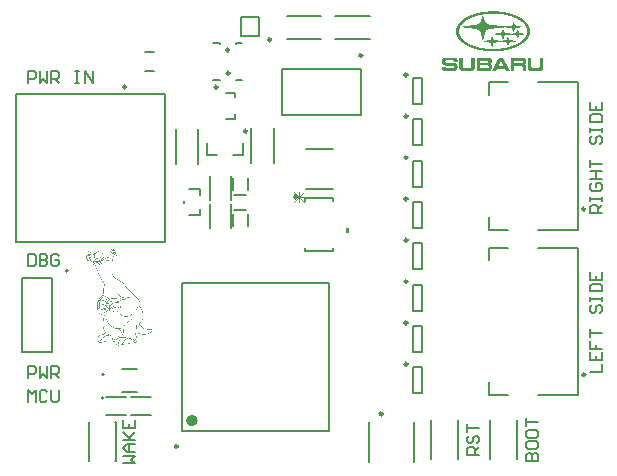
<source format=gto>
G04*
G04 #@! TF.GenerationSoftware,Altium Limited,Altium Designer,24.4.1 (13)*
G04*
G04 Layer_Color=65535*
%FSLAX44Y44*%
%MOMM*%
G71*
G04*
G04 #@! TF.SameCoordinates,EA300020-20D2-4A69-A7C9-2FF48D3C62D3*
G04*
G04*
G04 #@! TF.FilePolarity,Positive*
G04*
G01*
G75*
%ADD10C,0.2500*%
%ADD11C,0.5000*%
%ADD12C,0.2000*%
%ADD13C,0.1500*%
%ADD14C,0.1524*%
%ADD15C,0.0762*%
G36*
X404133Y392421D02*
X405765D01*
Y392312D01*
X406852D01*
Y392203D01*
X407831D01*
Y392094D01*
X408701D01*
Y391986D01*
X409463D01*
Y391877D01*
X410115D01*
Y391768D01*
X410768D01*
Y391659D01*
X411421D01*
Y391550D01*
X411964D01*
Y391442D01*
X412508D01*
Y391333D01*
X413052D01*
Y391224D01*
X413487D01*
Y391115D01*
X413922D01*
Y391007D01*
X414357D01*
Y390898D01*
X414793D01*
Y390789D01*
X415119D01*
Y390680D01*
X415554D01*
Y390572D01*
X415880D01*
Y390463D01*
X416315D01*
Y390354D01*
X416642D01*
Y390245D01*
X416968D01*
Y390137D01*
X417294D01*
Y390028D01*
X417620D01*
Y389919D01*
X417947D01*
Y389810D01*
X418273D01*
Y389701D01*
X418599D01*
Y389593D01*
X418817D01*
Y389484D01*
X419143D01*
Y389375D01*
X419469D01*
Y389266D01*
X419687D01*
Y389158D01*
X420013D01*
Y389049D01*
X420231D01*
Y388940D01*
X420448D01*
Y388831D01*
X420775D01*
Y388722D01*
X420992D01*
Y388614D01*
X421210D01*
Y388505D01*
X421427D01*
Y388396D01*
X421645D01*
Y388288D01*
X421862D01*
Y388179D01*
X422189D01*
Y388070D01*
X422406D01*
Y387961D01*
X422624D01*
Y387852D01*
X422733D01*
Y387744D01*
X422950D01*
Y387635D01*
X423168D01*
Y387526D01*
X423385D01*
Y387417D01*
X423603D01*
Y387309D01*
X423820D01*
Y387200D01*
X423929D01*
Y387091D01*
X424146D01*
Y386982D01*
X424364D01*
Y386874D01*
X424473D01*
Y386765D01*
X424690D01*
Y386656D01*
X424908D01*
Y386547D01*
X425017D01*
Y386438D01*
X425234D01*
Y386330D01*
X425343D01*
Y386221D01*
X425560D01*
Y386112D01*
X425669D01*
Y386003D01*
X425887D01*
Y385895D01*
X425996D01*
Y385786D01*
X426104D01*
Y385677D01*
X426322D01*
Y385568D01*
X426431D01*
Y385460D01*
X426539D01*
Y385351D01*
X426757D01*
Y385242D01*
X426866D01*
Y385133D01*
X426974D01*
Y385024D01*
X427192D01*
Y384916D01*
X427301D01*
Y384807D01*
X427410D01*
Y384698D01*
X427518D01*
Y384589D01*
X427627D01*
Y384481D01*
X427736D01*
Y384372D01*
X427953D01*
Y384263D01*
X428062D01*
Y384154D01*
X428171D01*
Y384045D01*
X428280D01*
Y383937D01*
X428388D01*
Y383828D01*
X428497D01*
Y383719D01*
X428606D01*
Y383610D01*
X428715D01*
Y383502D01*
X428824D01*
Y383393D01*
X428932D01*
Y383284D01*
X429041D01*
Y383175D01*
X429150D01*
Y383067D01*
X429259D01*
Y382849D01*
X429367D01*
Y382740D01*
X429476D01*
Y382631D01*
X429585D01*
Y382523D01*
X429694D01*
Y382414D01*
X429802D01*
Y382305D01*
X429911D01*
Y382088D01*
X430020D01*
Y381979D01*
X430129D01*
Y381761D01*
X430238D01*
Y381653D01*
X430346D01*
Y381544D01*
X430455D01*
Y381326D01*
X430564D01*
Y381218D01*
X430673D01*
Y381000D01*
X430781D01*
Y380782D01*
X430890D01*
Y380674D01*
X430999D01*
Y380456D01*
X431108D01*
Y380239D01*
X431217D01*
Y380021D01*
X431325D01*
Y379804D01*
X431434D01*
Y379586D01*
X431543D01*
Y379369D01*
X431651D01*
Y379042D01*
X431760D01*
Y378716D01*
X431869D01*
Y378390D01*
X431978D01*
Y378063D01*
X432087D01*
Y377519D01*
X432195D01*
Y376976D01*
X432304D01*
Y374256D01*
X432195D01*
Y373604D01*
X432087D01*
Y373169D01*
X431978D01*
Y372734D01*
X431869D01*
Y372407D01*
X431760D01*
Y372081D01*
X431651D01*
Y371864D01*
X431543D01*
Y371646D01*
X431434D01*
Y371320D01*
X431325D01*
Y371102D01*
X431217D01*
Y370885D01*
X431108D01*
Y370667D01*
X430999D01*
Y370558D01*
X430890D01*
Y370341D01*
X430781D01*
Y370123D01*
X430673D01*
Y370014D01*
X430564D01*
Y369797D01*
X430455D01*
Y369688D01*
X430346D01*
Y369471D01*
X430238D01*
Y369362D01*
X430129D01*
Y369253D01*
X430020D01*
Y369035D01*
X429911D01*
Y368927D01*
X429802D01*
Y368818D01*
X429694D01*
Y368601D01*
X429585D01*
Y368492D01*
X429476D01*
Y368383D01*
X429367D01*
Y368274D01*
X429259D01*
Y368165D01*
X429150D01*
Y368057D01*
X429041D01*
Y367948D01*
X428932D01*
Y367839D01*
X428824D01*
Y367621D01*
X428606D01*
Y367513D01*
X428497D01*
Y367295D01*
X428280D01*
Y367187D01*
X428171D01*
Y367078D01*
X428062D01*
Y366969D01*
X427953D01*
Y366860D01*
X427845D01*
Y366751D01*
X427736D01*
Y366643D01*
X427627D01*
Y366534D01*
X427518D01*
Y366425D01*
X427301D01*
Y366316D01*
X427192D01*
Y366208D01*
X427083D01*
Y366099D01*
X426974D01*
Y365990D01*
X426866D01*
Y365881D01*
X426648D01*
Y365773D01*
X426539D01*
Y365664D01*
X426431D01*
Y365555D01*
X426213D01*
Y365446D01*
X426104D01*
Y365337D01*
X425887D01*
Y365229D01*
X425778D01*
Y365120D01*
X425669D01*
Y365011D01*
X425452D01*
Y364902D01*
X425343D01*
Y364794D01*
X425125D01*
Y364685D01*
X424908D01*
Y364576D01*
X424799D01*
Y364467D01*
X424582D01*
Y364358D01*
X424473D01*
Y364250D01*
X424255D01*
Y364141D01*
X424038D01*
Y364032D01*
X423929D01*
Y363923D01*
X423711D01*
Y363815D01*
X423494D01*
Y363706D01*
X423276D01*
Y363597D01*
X423059D01*
Y363488D01*
X422841D01*
Y363380D01*
X422733D01*
Y363271D01*
X422515D01*
Y363162D01*
X422298D01*
Y363053D01*
X422080D01*
Y362944D01*
X421862D01*
Y362836D01*
X421645D01*
Y362727D01*
X421319D01*
Y362618D01*
X421101D01*
Y362509D01*
X420883D01*
Y362401D01*
X420666D01*
Y362292D01*
X420340D01*
Y362183D01*
X420122D01*
Y362074D01*
X419905D01*
Y361966D01*
X419578D01*
Y361857D01*
X419361D01*
Y361748D01*
X419034D01*
Y361639D01*
X418708D01*
Y361530D01*
X418491D01*
Y361422D01*
X418164D01*
Y361313D01*
X417838D01*
Y361204D01*
X417512D01*
Y361095D01*
X417185D01*
Y360987D01*
X416859D01*
Y360878D01*
X416533D01*
Y360769D01*
X416098D01*
Y360660D01*
X415771D01*
Y360552D01*
X415445D01*
Y360443D01*
X415010D01*
Y360334D01*
X414575D01*
Y360225D01*
X414140D01*
Y360117D01*
X413705D01*
Y360008D01*
X413270D01*
Y359899D01*
X412835D01*
Y359790D01*
X412291D01*
Y359681D01*
X411747D01*
Y359573D01*
X411203D01*
Y359464D01*
X410550D01*
Y359355D01*
X409898D01*
Y359246D01*
X409137D01*
Y359138D01*
X408375D01*
Y359029D01*
X407396D01*
Y358920D01*
X406417D01*
Y358811D01*
X405112D01*
Y358703D01*
X403046D01*
Y358594D01*
X399021D01*
Y358703D01*
X396846D01*
Y358811D01*
X395541D01*
Y358920D01*
X394562D01*
Y359029D01*
X393583D01*
Y359138D01*
X392821D01*
Y359246D01*
X392169D01*
Y359355D01*
X391407D01*
Y359464D01*
X390863D01*
Y359573D01*
X390211D01*
Y359681D01*
X389667D01*
Y359790D01*
X389123D01*
Y359899D01*
X388688D01*
Y360008D01*
X388253D01*
Y360117D01*
X387818D01*
Y360225D01*
X387383D01*
Y360334D01*
X386948D01*
Y360443D01*
X386622D01*
Y360552D01*
X386186D01*
Y360660D01*
X385860D01*
Y360769D01*
X385425D01*
Y360878D01*
X385099D01*
Y360987D01*
X384772D01*
Y361095D01*
X384446D01*
Y361204D01*
X384120D01*
Y361313D01*
X383793D01*
Y361422D01*
X383467D01*
Y361530D01*
X383250D01*
Y361639D01*
X382923D01*
Y361748D01*
X382706D01*
Y361857D01*
X382380D01*
Y361966D01*
X382162D01*
Y362074D01*
X381836D01*
Y362183D01*
X381618D01*
Y362292D01*
X381292D01*
Y362401D01*
X381074D01*
Y362509D01*
X380857D01*
Y362618D01*
X380639D01*
Y362727D01*
X380422D01*
Y362836D01*
X380204D01*
Y362944D01*
X379987D01*
Y363053D01*
X379769D01*
Y363162D01*
X379443D01*
Y363271D01*
X379225D01*
Y363380D01*
X379117D01*
Y363488D01*
X378899D01*
Y363597D01*
X378681D01*
Y363706D01*
X378464D01*
Y363815D01*
X378246D01*
Y363923D01*
X378029D01*
Y364032D01*
X377920D01*
Y364141D01*
X377702D01*
Y364250D01*
X377485D01*
Y364358D01*
X377376D01*
Y364467D01*
X377159D01*
Y364576D01*
X377050D01*
Y364685D01*
X376832D01*
Y364794D01*
X376724D01*
Y364902D01*
X376506D01*
Y365011D01*
X376397D01*
Y365120D01*
X376180D01*
Y365229D01*
X376071D01*
Y365337D01*
X375854D01*
Y365446D01*
X375745D01*
Y365555D01*
X375636D01*
Y365664D01*
X375418D01*
Y365773D01*
X375310D01*
Y365881D01*
X375201D01*
Y365990D01*
X374983D01*
Y366099D01*
X374874D01*
Y366208D01*
X374766D01*
Y366316D01*
X374657D01*
Y366425D01*
X374440D01*
Y366534D01*
X374331D01*
Y366643D01*
X374222D01*
Y366751D01*
X374113D01*
Y366860D01*
X374004D01*
Y366969D01*
X373896D01*
Y367078D01*
X373787D01*
Y367187D01*
X373678D01*
Y367295D01*
X373569D01*
Y367404D01*
X373461D01*
Y367513D01*
X373352D01*
Y367621D01*
X373243D01*
Y367730D01*
X373134D01*
Y367839D01*
X373026D01*
Y367948D01*
X372917D01*
Y368057D01*
X372808D01*
Y368165D01*
X372699D01*
Y368274D01*
X372590D01*
Y368383D01*
X372482D01*
Y368492D01*
X372373D01*
Y368709D01*
X372264D01*
Y368818D01*
X372155D01*
Y368927D01*
X372047D01*
Y369035D01*
X371938D01*
Y369253D01*
X371829D01*
Y369362D01*
X371720D01*
Y369471D01*
X371612D01*
Y369688D01*
X371503D01*
Y369797D01*
X371394D01*
Y370014D01*
X371285D01*
Y370123D01*
X371176D01*
Y370341D01*
X371068D01*
Y370558D01*
X370959D01*
Y370776D01*
X370850D01*
Y370885D01*
X370741D01*
Y371102D01*
X370633D01*
Y371428D01*
X370524D01*
Y371646D01*
X370415D01*
Y371864D01*
X370306D01*
Y372190D01*
X370197D01*
Y372407D01*
X370089D01*
Y372842D01*
X369980D01*
Y373169D01*
X369871D01*
Y373604D01*
X369762D01*
Y374256D01*
X369654D01*
Y376867D01*
X369762D01*
Y377519D01*
X369871D01*
Y377954D01*
X369980D01*
Y378390D01*
X370089D01*
Y378716D01*
X370197D01*
Y379042D01*
X370306D01*
Y379260D01*
X370415D01*
Y379586D01*
X370524D01*
Y379804D01*
X370633D01*
Y380021D01*
X370741D01*
Y380239D01*
X370850D01*
Y380456D01*
X370959D01*
Y380674D01*
X371068D01*
Y380782D01*
X371176D01*
Y381000D01*
X371285D01*
Y381218D01*
X371394D01*
Y381326D01*
X371503D01*
Y381435D01*
X371612D01*
Y381653D01*
X371720D01*
Y381761D01*
X371829D01*
Y381979D01*
X371938D01*
Y382088D01*
X372047D01*
Y382196D01*
X372155D01*
Y382414D01*
X372264D01*
Y382523D01*
X372373D01*
Y382631D01*
X372482D01*
Y382740D01*
X372590D01*
Y382849D01*
X372699D01*
Y383067D01*
X372808D01*
Y383175D01*
X372917D01*
Y383284D01*
X373026D01*
Y383393D01*
X373134D01*
Y383502D01*
X373243D01*
Y383610D01*
X373352D01*
Y383719D01*
X373461D01*
Y383828D01*
X373569D01*
Y383937D01*
X373678D01*
Y384045D01*
X373787D01*
Y384154D01*
X373896D01*
Y384263D01*
X374113D01*
Y384372D01*
X374222D01*
Y384481D01*
X374331D01*
Y384589D01*
X374440D01*
Y384698D01*
X374548D01*
Y384807D01*
X374657D01*
Y384916D01*
X374874D01*
Y385024D01*
X374983D01*
Y385133D01*
X375092D01*
Y385242D01*
X375201D01*
Y385351D01*
X375418D01*
Y385460D01*
X375527D01*
Y385568D01*
X375636D01*
Y385677D01*
X375854D01*
Y385786D01*
X375962D01*
Y385895D01*
X376180D01*
Y386003D01*
X376289D01*
Y386112D01*
X376397D01*
Y386221D01*
X376615D01*
Y386330D01*
X376724D01*
Y386438D01*
X376941D01*
Y386547D01*
X377159D01*
Y386656D01*
X377267D01*
Y386765D01*
X377485D01*
Y386874D01*
X377594D01*
Y386982D01*
X377811D01*
Y387091D01*
X378029D01*
Y387200D01*
X378246D01*
Y387309D01*
X378355D01*
Y387417D01*
X378573D01*
Y387526D01*
X378790D01*
Y387635D01*
X379008D01*
Y387744D01*
X379225D01*
Y387852D01*
X379443D01*
Y387961D01*
X379660D01*
Y388070D01*
X379878D01*
Y388179D01*
X380095D01*
Y388288D01*
X380313D01*
Y388396D01*
X380531D01*
Y388505D01*
X380748D01*
Y388614D01*
X380966D01*
Y388722D01*
X381183D01*
Y388831D01*
X381509D01*
Y388940D01*
X381727D01*
Y389049D01*
X381945D01*
Y389158D01*
X382271D01*
Y389266D01*
X382488D01*
Y389375D01*
X382815D01*
Y389484D01*
X383141D01*
Y389593D01*
X383358D01*
Y389701D01*
X383685D01*
Y389810D01*
X384011D01*
Y389919D01*
X384337D01*
Y390028D01*
X384664D01*
Y390137D01*
X384990D01*
Y390245D01*
X385316D01*
Y390354D01*
X385643D01*
Y390463D01*
X386078D01*
Y390572D01*
X386404D01*
Y390680D01*
X386839D01*
Y390789D01*
X387165D01*
Y390898D01*
X387600D01*
Y391007D01*
X388036D01*
Y391115D01*
X388470D01*
Y391224D01*
X389014D01*
Y391333D01*
X389450D01*
Y391442D01*
X389993D01*
Y391550D01*
X390537D01*
Y391659D01*
X391190D01*
Y391768D01*
X391842D01*
Y391877D01*
X392495D01*
Y391986D01*
X393256D01*
Y392094D01*
X394127D01*
Y392203D01*
X395105D01*
Y392312D01*
X396302D01*
Y392421D01*
X397825D01*
Y392529D01*
X404133D01*
Y392421D01*
D02*
G37*
G36*
X409245Y353155D02*
X409354D01*
Y353047D01*
X409463D01*
Y352829D01*
X409572D01*
Y352612D01*
X409680D01*
Y352394D01*
X409789D01*
Y352176D01*
X409898D01*
Y352068D01*
X410007D01*
Y351850D01*
X410115D01*
Y351633D01*
X410224D01*
Y351415D01*
X410333D01*
Y351198D01*
X410442D01*
Y350980D01*
X410550D01*
Y350762D01*
X410659D01*
Y350654D01*
X410768D01*
Y350436D01*
X410877D01*
Y350219D01*
X410986D01*
Y350001D01*
X411094D01*
Y349784D01*
X411203D01*
Y349566D01*
X411312D01*
Y349457D01*
X411421D01*
Y349240D01*
X411529D01*
Y349022D01*
X411638D01*
Y348805D01*
X411747D01*
Y348587D01*
X411856D01*
Y348370D01*
X411964D01*
Y348152D01*
X412073D01*
Y348043D01*
X412182D01*
Y347826D01*
X412291D01*
Y347608D01*
X412400D01*
Y347391D01*
X412508D01*
Y347173D01*
X412617D01*
Y346956D01*
X412726D01*
Y346738D01*
X412835D01*
Y346629D01*
X412943D01*
Y346412D01*
X413052D01*
Y346194D01*
X413161D01*
Y345977D01*
X413270D01*
Y345759D01*
X413378D01*
Y345542D01*
X413487D01*
Y345433D01*
X413596D01*
Y345215D01*
X413705D01*
Y344998D01*
X413814D01*
Y344780D01*
X413922D01*
Y344563D01*
X414031D01*
Y344345D01*
X414140D01*
Y344236D01*
X414249D01*
Y344019D01*
X414357D01*
Y343801D01*
X414466D01*
Y343584D01*
X414575D01*
Y343366D01*
X414684D01*
Y343149D01*
X414793D01*
Y342931D01*
X414901D01*
Y342822D01*
X415010D01*
Y342605D01*
X415119D01*
Y342387D01*
X415228D01*
Y342170D01*
X415336D01*
Y342061D01*
X411856D01*
Y342170D01*
X411747D01*
Y342387D01*
X411638D01*
Y342605D01*
X411529D01*
Y342714D01*
X411421D01*
Y342931D01*
X411312D01*
Y343149D01*
X411203D01*
Y343366D01*
X411094D01*
Y343584D01*
X410986D01*
Y343693D01*
X410877D01*
Y343910D01*
X404242D01*
Y343693D01*
X404133D01*
Y343475D01*
X404024D01*
Y343257D01*
X403916D01*
Y343040D01*
X403807D01*
Y342931D01*
X403698D01*
Y342714D01*
X403589D01*
Y342496D01*
X403481D01*
Y342279D01*
X403372D01*
Y342061D01*
X400000D01*
Y342279D01*
X400109D01*
Y342496D01*
X400218D01*
Y342714D01*
X400326D01*
Y342931D01*
X400435D01*
Y343040D01*
X400544D01*
Y343257D01*
X400653D01*
Y343475D01*
X400761D01*
Y343693D01*
X400870D01*
Y343910D01*
X400979D01*
Y344128D01*
X401088D01*
Y344236D01*
X401196D01*
Y344454D01*
X401305D01*
Y344671D01*
X401414D01*
Y344889D01*
X401523D01*
Y345107D01*
X401632D01*
Y345324D01*
X401740D01*
Y345542D01*
X401849D01*
Y345650D01*
X401958D01*
Y345868D01*
X402067D01*
Y346085D01*
X402175D01*
Y346303D01*
X402284D01*
Y346521D01*
X402393D01*
Y346738D01*
X402502D01*
Y346847D01*
X402610D01*
Y347064D01*
X402719D01*
Y347282D01*
X402828D01*
Y347499D01*
X402937D01*
Y347717D01*
X403046D01*
Y347934D01*
X403154D01*
Y348152D01*
X403263D01*
Y348370D01*
X403372D01*
Y348478D01*
X403481D01*
Y348696D01*
X403589D01*
Y348913D01*
X403698D01*
Y349131D01*
X403807D01*
Y349348D01*
X403916D01*
Y349566D01*
X404024D01*
Y349675D01*
X404133D01*
Y349892D01*
X404242D01*
Y350110D01*
X404351D01*
Y350327D01*
X404459D01*
Y350545D01*
X404568D01*
Y350762D01*
X404677D01*
Y350980D01*
X404786D01*
Y351089D01*
X404895D01*
Y351306D01*
X405003D01*
Y351524D01*
X405112D01*
Y351741D01*
X405221D01*
Y351959D01*
X405330D01*
Y352176D01*
X405438D01*
Y352285D01*
X405547D01*
Y352503D01*
X405656D01*
Y352720D01*
X405765D01*
Y352938D01*
X405873D01*
Y353155D01*
X405982D01*
Y353264D01*
X406091D01*
Y353155D01*
X407287D01*
Y353264D01*
X408919D01*
Y353155D01*
X409137D01*
Y353264D01*
X409245D01*
Y353155D01*
D02*
G37*
G36*
X375310Y345433D02*
X375418D01*
Y345215D01*
X375527D01*
Y344998D01*
X375636D01*
Y344889D01*
X375854D01*
Y344780D01*
X376071D01*
Y344671D01*
X381945D01*
Y344780D01*
X382162D01*
Y344889D01*
X382271D01*
Y344998D01*
X382380D01*
Y345107D01*
X382488D01*
Y345324D01*
X382597D01*
Y353155D01*
X385534D01*
Y344128D01*
X385425D01*
Y343693D01*
X385316D01*
Y343475D01*
X385207D01*
Y343257D01*
X385099D01*
Y343149D01*
X384990D01*
Y343040D01*
X384881D01*
Y342931D01*
X384772D01*
Y342822D01*
X384664D01*
Y342714D01*
X384555D01*
Y342605D01*
X384446D01*
Y342496D01*
X384229D01*
Y342387D01*
X384011D01*
Y342279D01*
X383685D01*
Y342170D01*
X383250D01*
Y342061D01*
X374657D01*
Y342170D01*
X374222D01*
Y342279D01*
X373896D01*
Y342387D01*
X373678D01*
Y342496D01*
X373461D01*
Y342605D01*
X373352D01*
Y342714D01*
X373243D01*
Y342822D01*
X373026D01*
Y343040D01*
X372917D01*
Y343149D01*
X372808D01*
Y343257D01*
X372699D01*
Y343475D01*
X372590D01*
Y343693D01*
X372482D01*
Y344128D01*
X372373D01*
Y348043D01*
Y348152D01*
Y353155D01*
X372482D01*
Y353264D01*
X372590D01*
Y353155D01*
X375201D01*
Y353264D01*
X375310D01*
Y345433D01*
D02*
G37*
G36*
X369110Y353047D02*
X369436D01*
Y352938D01*
X369762D01*
Y352829D01*
X369980D01*
Y352720D01*
X370089D01*
Y352612D01*
X370306D01*
Y352503D01*
X370415D01*
Y352394D01*
X370524D01*
Y352285D01*
X370633D01*
Y352068D01*
X370741D01*
Y351850D01*
X370850D01*
Y351524D01*
X370959D01*
Y349892D01*
X367913D01*
Y350110D01*
X367805D01*
Y350436D01*
X367696D01*
Y350545D01*
X367587D01*
Y350654D01*
X367478D01*
Y350762D01*
X367043D01*
Y350871D01*
X361170D01*
Y350762D01*
X360843D01*
Y350654D01*
X360735D01*
Y350545D01*
X360626D01*
Y350327D01*
X360517D01*
Y349348D01*
X360626D01*
Y349240D01*
X360735D01*
Y349131D01*
X360843D01*
Y349022D01*
X361170D01*
Y348913D01*
X363563D01*
Y348805D01*
X365956D01*
Y348696D01*
X368240D01*
Y348587D01*
X368783D01*
Y348478D01*
X369110D01*
Y348370D01*
X369327D01*
Y348261D01*
X369545D01*
Y348152D01*
X369762D01*
Y348043D01*
X369871D01*
Y347934D01*
X370089D01*
Y347826D01*
X370197D01*
Y347717D01*
X370306D01*
Y347499D01*
X370415D01*
Y347391D01*
X370524D01*
Y347173D01*
X370633D01*
Y347064D01*
X370741D01*
Y346738D01*
X370850D01*
Y346412D01*
X370959D01*
Y345759D01*
X371068D01*
Y344780D01*
X370959D01*
Y344128D01*
X370850D01*
Y343693D01*
X370741D01*
Y343475D01*
X370633D01*
Y343257D01*
X370524D01*
Y343040D01*
X370415D01*
Y342931D01*
X370306D01*
Y342822D01*
X370197D01*
Y342714D01*
X370089D01*
Y342605D01*
X369980D01*
Y342496D01*
X369762D01*
Y342387D01*
X369545D01*
Y342279D01*
X369327D01*
Y342170D01*
X368892D01*
Y342061D01*
X359756D01*
Y342170D01*
X359430D01*
Y342279D01*
X359103D01*
Y342387D01*
X358886D01*
Y342496D01*
X358668D01*
Y342605D01*
X358559D01*
Y342714D01*
X358451D01*
Y342822D01*
X358342D01*
Y342931D01*
X358233D01*
Y343040D01*
X358124D01*
Y343149D01*
X358016D01*
Y343366D01*
X357907D01*
Y343584D01*
X357798D01*
Y343910D01*
X357689D01*
Y345324D01*
X357580D01*
Y345433D01*
X357689D01*
Y345542D01*
X360735D01*
Y345107D01*
X360843D01*
Y344780D01*
X360952D01*
Y344671D01*
X361061D01*
Y344563D01*
X361170D01*
Y344454D01*
X361387D01*
Y344345D01*
X367587D01*
Y344454D01*
X367805D01*
Y344563D01*
X367913D01*
Y344671D01*
X368022D01*
Y344889D01*
X368131D01*
Y345977D01*
X368022D01*
Y346085D01*
X367913D01*
Y346194D01*
X367805D01*
Y346303D01*
X367587D01*
Y346412D01*
X364324D01*
Y346521D01*
X360408D01*
Y346629D01*
X359756D01*
Y346738D01*
X359430D01*
Y346847D01*
X359103D01*
Y346956D01*
X358886D01*
Y347064D01*
X358777D01*
Y347173D01*
X358559D01*
Y347282D01*
X358451D01*
Y347391D01*
X358342D01*
Y347608D01*
X358233D01*
Y347717D01*
X358124D01*
Y347826D01*
X358016D01*
Y348043D01*
X357907D01*
Y348261D01*
X357798D01*
Y348696D01*
X357689D01*
Y350654D01*
X357798D01*
Y351089D01*
X357907D01*
Y351415D01*
X358016D01*
Y351633D01*
X358124D01*
Y351850D01*
X358233D01*
Y351959D01*
X358342D01*
Y352176D01*
X358451D01*
Y352285D01*
X358559D01*
Y352394D01*
X358668D01*
Y352503D01*
X358777D01*
Y352612D01*
X358994D01*
Y352720D01*
X359212D01*
Y352829D01*
X359321D01*
Y352938D01*
X359647D01*
Y353047D01*
X359973D01*
Y353155D01*
X369110D01*
Y353047D01*
D02*
G37*
G36*
X440788Y353155D02*
X443507D01*
Y344128D01*
X443399D01*
Y343693D01*
X443290D01*
Y343475D01*
X443181D01*
Y343257D01*
X443072D01*
Y343149D01*
X442963D01*
Y342931D01*
X442855D01*
Y342822D01*
X442637D01*
Y342714D01*
X442528D01*
Y342605D01*
X442420D01*
Y342496D01*
X442202D01*
Y342387D01*
X441984D01*
Y342279D01*
X441658D01*
Y342170D01*
X441223D01*
Y342061D01*
X432630D01*
Y342170D01*
X432195D01*
Y342279D01*
X431869D01*
Y342387D01*
X431651D01*
Y342496D01*
X431434D01*
Y342605D01*
X431325D01*
Y342714D01*
X431217D01*
Y342822D01*
X431108D01*
Y342931D01*
X430999D01*
Y343040D01*
X430890D01*
Y343149D01*
X430781D01*
Y343257D01*
X430673D01*
Y343475D01*
X430564D01*
Y343801D01*
X430455D01*
Y344345D01*
X430346D01*
Y350327D01*
Y350436D01*
Y353155D01*
X430455D01*
Y353264D01*
X430564D01*
Y353155D01*
X433283D01*
Y345542D01*
X433392D01*
Y345215D01*
X433501D01*
Y345107D01*
X433609D01*
Y344889D01*
X433827D01*
Y344780D01*
X434044D01*
Y344671D01*
X439918D01*
Y344780D01*
X440135D01*
Y344889D01*
X440244D01*
Y344998D01*
X440353D01*
Y345107D01*
X440462D01*
Y345324D01*
X440570D01*
Y353155D01*
X440679D01*
Y353264D01*
X440788D01*
Y353155D01*
D02*
G37*
G36*
X445247Y343584D02*
X445465D01*
Y343475D01*
X445683D01*
Y343257D01*
X445791D01*
Y342496D01*
X445683D01*
Y342279D01*
X445574D01*
Y342170D01*
X445356D01*
Y342061D01*
X444704D01*
Y342170D01*
X444486D01*
Y342279D01*
X444377D01*
Y342496D01*
X444269D01*
Y342931D01*
Y343040D01*
Y343257D01*
X444377D01*
Y343366D01*
X444486D01*
Y343475D01*
X444595D01*
Y343584D01*
X444812D01*
Y343693D01*
X445247D01*
Y343584D01*
D02*
G37*
G36*
X427192Y353047D02*
X427518D01*
Y352938D01*
X427736D01*
Y352829D01*
X427845D01*
Y352720D01*
X428062D01*
Y352612D01*
X428171D01*
Y352503D01*
X428280D01*
Y352285D01*
X428388D01*
Y352176D01*
X428497D01*
Y351959D01*
X428606D01*
Y351741D01*
X428715D01*
Y351524D01*
X428824D01*
Y351089D01*
X428932D01*
Y350327D01*
X429041D01*
Y349348D01*
X428932D01*
Y348696D01*
X428824D01*
Y348370D01*
X428715D01*
Y348152D01*
X428606D01*
Y347934D01*
X428497D01*
Y347826D01*
X428388D01*
Y347717D01*
X428280D01*
Y347608D01*
X428171D01*
Y347499D01*
X428062D01*
Y347391D01*
X427953D01*
Y347282D01*
X428062D01*
Y347173D01*
X428171D01*
Y347064D01*
X428280D01*
Y346956D01*
X428388D01*
Y346738D01*
X428497D01*
Y346629D01*
X428606D01*
Y346412D01*
X428715D01*
Y346194D01*
X428824D01*
Y345868D01*
X428932D01*
Y345433D01*
X429041D01*
Y344671D01*
X429150D01*
Y342061D01*
X426213D01*
Y345107D01*
X426104D01*
Y345433D01*
X425996D01*
Y345650D01*
X425887D01*
Y345759D01*
X425778D01*
Y345868D01*
X425452D01*
Y345977D01*
X419034D01*
Y342061D01*
X416098D01*
Y353155D01*
X427192D01*
Y353047D01*
D02*
G37*
G36*
X398260D02*
X398586D01*
Y352938D01*
X398803D01*
Y352829D01*
X399021D01*
Y352720D01*
X399130D01*
Y352612D01*
X399239D01*
Y352503D01*
X399347D01*
Y352394D01*
X399456D01*
Y352285D01*
X399565D01*
Y352176D01*
Y352068D01*
X399674D01*
Y351850D01*
X399782D01*
Y351633D01*
X399891D01*
Y351306D01*
X400000D01*
Y349457D01*
X399891D01*
Y349131D01*
X399782D01*
Y348913D01*
X399674D01*
Y348696D01*
X399565D01*
Y348478D01*
X399456D01*
Y348370D01*
X399347D01*
Y348261D01*
X399239D01*
Y348152D01*
X399021D01*
Y348043D01*
X398912D01*
Y347934D01*
X399130D01*
Y347826D01*
X399239D01*
Y347717D01*
X399347D01*
Y347608D01*
X399456D01*
Y347499D01*
X399565D01*
Y347391D01*
X399674D01*
Y347173D01*
X399782D01*
Y346956D01*
X399891D01*
Y346629D01*
X400000D01*
Y346085D01*
X400109D01*
Y344454D01*
X400000D01*
Y344019D01*
X399891D01*
Y343693D01*
X399782D01*
Y343475D01*
X399674D01*
Y343257D01*
X399565D01*
Y343040D01*
X399456D01*
Y342931D01*
X399347D01*
Y342822D01*
X399239D01*
Y342714D01*
X399130D01*
Y342605D01*
X399021D01*
Y342496D01*
X398912D01*
Y342387D01*
X398803D01*
Y342279D01*
X398586D01*
Y342170D01*
X398260D01*
Y342061D01*
X387165D01*
Y353155D01*
X398260D01*
Y353047D01*
D02*
G37*
G36*
X279400Y205094D02*
X276860D01*
Y208904D01*
X279400D01*
Y205094D01*
D02*
G37*
G36*
X78214Y192674D02*
X78302D01*
Y192586D01*
X78477D01*
Y192499D01*
X78565D01*
Y192411D01*
X78740D01*
Y192323D01*
X78828D01*
Y192236D01*
X78915D01*
Y192148D01*
X79003D01*
Y192060D01*
X79091D01*
Y191973D01*
X79178D01*
Y191885D01*
X79266D01*
Y191797D01*
X79354D01*
Y191622D01*
X79441D01*
Y191534D01*
X79529D01*
Y191359D01*
X79617D01*
Y191271D01*
X79704D01*
Y191096D01*
X79792D01*
Y190745D01*
X79880D01*
Y190395D01*
X79967D01*
Y190307D01*
X80143D01*
Y190219D01*
X80318D01*
Y190132D01*
X80406D01*
Y190044D01*
X80493D01*
Y189956D01*
X80581D01*
Y189869D01*
X80756D01*
Y189781D01*
X80844D01*
Y189693D01*
X80932D01*
Y189606D01*
X81019D01*
Y189518D01*
X81107D01*
Y189343D01*
X81195D01*
Y189255D01*
X81282D01*
Y189080D01*
X81370D01*
Y188729D01*
X81458D01*
Y187765D01*
X81370D01*
Y187239D01*
X81282D01*
Y186976D01*
X81458D01*
Y186888D01*
X81721D01*
Y186800D01*
X81808D01*
Y186713D01*
X81984D01*
Y186625D01*
X82071D01*
Y186450D01*
X82159D01*
Y186362D01*
X82247D01*
Y186187D01*
X82334D01*
Y185924D01*
X82422D01*
Y185485D01*
X82247D01*
Y185573D01*
X82159D01*
Y185748D01*
X82071D01*
Y185924D01*
X81984D01*
Y186011D01*
X81896D01*
Y186187D01*
X81808D01*
Y186274D01*
X81721D01*
Y186362D01*
X81633D01*
Y186450D01*
X81545D01*
Y186537D01*
X81458D01*
Y186625D01*
X81370D01*
Y186713D01*
X81282D01*
Y186800D01*
X81107D01*
Y186713D01*
X81019D01*
Y186625D01*
X80932D01*
Y186537D01*
X80844D01*
Y186362D01*
X80756D01*
Y186274D01*
X80669D01*
Y186187D01*
X80581D01*
Y186099D01*
X80493D01*
Y185924D01*
X80406D01*
Y185836D01*
X80318D01*
Y185748D01*
X80230D01*
Y185573D01*
X80143D01*
Y185485D01*
X80055D01*
Y185310D01*
X79967D01*
Y185222D01*
X79880D01*
Y185047D01*
X79792D01*
Y184872D01*
X79704D01*
Y184696D01*
X79617D01*
Y184433D01*
X79529D01*
Y184258D01*
X79441D01*
Y183995D01*
X79354D01*
Y183644D01*
X79266D01*
Y183294D01*
X79178D01*
Y182943D01*
X79091D01*
Y182592D01*
X79003D01*
Y182154D01*
X78915D01*
Y181628D01*
X78828D01*
Y181102D01*
X78740D01*
Y180488D01*
X78652D01*
Y179612D01*
X78565D01*
Y178034D01*
X78477D01*
Y172423D01*
X78565D01*
Y171634D01*
X78652D01*
Y171021D01*
X78740D01*
Y170494D01*
X78828D01*
Y170056D01*
X78915D01*
Y169706D01*
X79003D01*
Y169443D01*
X79091D01*
Y169179D01*
X79178D01*
Y168916D01*
X79266D01*
Y168741D01*
X79354D01*
Y168566D01*
X79441D01*
Y168391D01*
X79529D01*
Y168215D01*
X79617D01*
Y168127D01*
X79704D01*
Y167952D01*
X79792D01*
Y167864D01*
X79880D01*
Y167777D01*
X79967D01*
Y167689D01*
X80055D01*
Y167514D01*
X80143D01*
Y167426D01*
X80230D01*
Y167339D01*
X80318D01*
Y167251D01*
X80406D01*
Y167163D01*
X80493D01*
Y167076D01*
X80669D01*
Y166988D01*
X80756D01*
Y166900D01*
X80844D01*
Y166812D01*
X80932D01*
Y166725D01*
X81107D01*
Y166637D01*
X81195D01*
Y166549D01*
X81370D01*
Y166462D01*
X81458D01*
Y166374D01*
X81633D01*
Y166287D01*
X81721D01*
Y166199D01*
X81896D01*
Y166111D01*
X82071D01*
Y166024D01*
X82247D01*
Y165936D01*
X82334D01*
Y165848D01*
X82510D01*
Y165760D01*
X82685D01*
Y165673D01*
X82860D01*
Y165585D01*
X83036D01*
Y165497D01*
X83211D01*
Y165410D01*
X83299D01*
Y165322D01*
X83474D01*
Y165235D01*
X83649D01*
Y165147D01*
X83825D01*
Y165059D01*
X84000D01*
Y164972D01*
X84175D01*
Y164884D01*
X84351D01*
Y164796D01*
X84526D01*
Y164708D01*
X84614D01*
Y164621D01*
X84789D01*
Y164533D01*
X84964D01*
Y164445D01*
X85140D01*
Y164358D01*
X85315D01*
Y164270D01*
X85490D01*
Y164182D01*
X85666D01*
Y164095D01*
X85753D01*
Y164007D01*
X85929D01*
Y163920D01*
X86104D01*
Y163832D01*
X86279D01*
Y163744D01*
X86367D01*
Y163657D01*
X86542D01*
Y163569D01*
X86630D01*
Y163481D01*
X86718D01*
Y163393D01*
X86893D01*
Y163306D01*
X86981D01*
Y163218D01*
X87068D01*
Y163130D01*
X87156D01*
Y163043D01*
X87244D01*
Y162955D01*
X87331D01*
Y162868D01*
X87419D01*
Y162780D01*
X87507D01*
Y162692D01*
X87594D01*
Y162605D01*
X87682D01*
Y162517D01*
X87770D01*
Y162429D01*
X87857D01*
Y162341D01*
X87945D01*
Y162254D01*
X88033D01*
Y162078D01*
X88120D01*
Y161991D01*
X88208D01*
Y161903D01*
X88296D01*
Y161816D01*
X88383D01*
Y161728D01*
X88471D01*
Y161640D01*
X88559D01*
Y161465D01*
X88646D01*
Y161377D01*
X88734D01*
Y161290D01*
X88822D01*
Y161114D01*
X88909D01*
Y161027D01*
X88997D01*
Y160939D01*
X89085D01*
Y160764D01*
X89172D01*
Y160676D01*
X89260D01*
Y160588D01*
X89348D01*
Y160413D01*
X89435D01*
Y160325D01*
X89523D01*
Y160238D01*
X89611D01*
Y160150D01*
X89698D01*
Y159975D01*
X89786D01*
Y159887D01*
X89874D01*
Y159799D01*
X89961D01*
Y159712D01*
X90049D01*
Y159624D01*
X90137D01*
Y159536D01*
X90224D01*
Y159449D01*
X90312D01*
Y159273D01*
X90400D01*
Y159186D01*
X90487D01*
Y159098D01*
X90575D01*
Y159010D01*
X90663D01*
Y158923D01*
X90750D01*
Y158835D01*
X90838D01*
Y158747D01*
X90926D01*
Y158660D01*
X91013D01*
Y158572D01*
X91101D01*
Y158484D01*
X91189D01*
Y158397D01*
X91276D01*
Y158309D01*
X91364D01*
Y158221D01*
X91452D01*
Y158134D01*
X91539D01*
Y158046D01*
X91627D01*
Y157958D01*
X91715D01*
Y157871D01*
X91802D01*
Y157783D01*
X91890D01*
Y157695D01*
X91978D01*
Y157608D01*
X92065D01*
Y157520D01*
X92153D01*
Y157432D01*
X92241D01*
Y157345D01*
X92328D01*
Y157257D01*
X92416D01*
Y157169D01*
X92504D01*
Y157082D01*
X92591D01*
Y156994D01*
X92679D01*
Y156906D01*
X92767D01*
Y156819D01*
X92854D01*
Y156731D01*
X92942D01*
Y156643D01*
X93030D01*
Y156556D01*
X93117D01*
Y156468D01*
X93205D01*
Y156380D01*
X93293D01*
Y156293D01*
X93380D01*
Y156205D01*
X93468D01*
Y156117D01*
X93556D01*
Y156030D01*
X93643D01*
Y155942D01*
X93731D01*
Y155854D01*
X93819D01*
Y155767D01*
X93906D01*
Y155679D01*
X93994D01*
Y155591D01*
X94082D01*
Y155504D01*
X94169D01*
Y155416D01*
X94257D01*
Y155328D01*
X94345D01*
Y155241D01*
X94432D01*
Y155153D01*
X94520D01*
Y155065D01*
X94695D01*
Y154978D01*
X94783D01*
Y154890D01*
X94871D01*
Y154802D01*
X94958D01*
Y154715D01*
X95046D01*
Y154627D01*
X95134D01*
Y154539D01*
X95221D01*
Y154452D01*
X95309D01*
Y154364D01*
X95397D01*
Y154276D01*
X95484D01*
Y154189D01*
X95572D01*
Y154101D01*
X95660D01*
Y154013D01*
X95747D01*
Y153926D01*
X95835D01*
Y153838D01*
X95923D01*
Y153750D01*
X96010D01*
Y153663D01*
X96098D01*
Y153575D01*
X96186D01*
Y153487D01*
X96273D01*
Y153400D01*
X96361D01*
Y153312D01*
X96448D01*
Y153224D01*
X96536D01*
Y153137D01*
X96624D01*
Y153049D01*
X96799D01*
Y152961D01*
X96887D01*
Y152874D01*
X96974D01*
Y152786D01*
X97062D01*
Y152698D01*
X97150D01*
Y152611D01*
X97238D01*
Y152523D01*
X97325D01*
Y152435D01*
X97413D01*
Y152348D01*
X97500D01*
Y152260D01*
X97588D01*
Y152172D01*
X97676D01*
Y152085D01*
X97764D01*
Y151997D01*
X97851D01*
Y151909D01*
X97939D01*
Y151822D01*
X98027D01*
Y151734D01*
X98114D01*
Y151646D01*
X98202D01*
Y151559D01*
X98289D01*
Y151471D01*
X98377D01*
Y151383D01*
X98465D01*
Y151296D01*
X98553D01*
Y151208D01*
X98640D01*
Y151120D01*
X98728D01*
Y151033D01*
X98815D01*
Y150945D01*
X98903D01*
Y150857D01*
X98991D01*
Y150770D01*
X99079D01*
Y150682D01*
X99166D01*
Y150594D01*
X99254D01*
Y150507D01*
X99341D01*
Y150419D01*
X99429D01*
Y150331D01*
X99517D01*
Y150244D01*
X99605D01*
Y150156D01*
X99692D01*
Y150068D01*
X99780D01*
Y149893D01*
X99867D01*
Y149805D01*
X99955D01*
Y149718D01*
X100043D01*
Y149630D01*
X100131D01*
Y149542D01*
X100218D01*
Y149455D01*
X100306D01*
Y149367D01*
X100393D01*
Y149192D01*
X100481D01*
Y149104D01*
X100569D01*
Y149016D01*
X100656D01*
Y148929D01*
X100744D01*
Y148753D01*
X100832D01*
Y148666D01*
X100920D01*
Y148490D01*
X101007D01*
Y148403D01*
X101095D01*
Y148227D01*
X101182D01*
Y148140D01*
X101270D01*
Y147964D01*
X101358D01*
Y147789D01*
X101446D01*
Y147614D01*
X101533D01*
Y147438D01*
X101621D01*
Y147263D01*
X101708D01*
Y147000D01*
X101796D01*
Y146825D01*
X101884D01*
Y146562D01*
X101972D01*
Y146211D01*
X102059D01*
Y145860D01*
X102147D01*
Y145334D01*
X102234D01*
Y143756D01*
X102147D01*
Y143406D01*
X102059D01*
Y143143D01*
X101972D01*
Y142792D01*
X102059D01*
Y142617D01*
X102147D01*
Y142441D01*
X102234D01*
Y142354D01*
X102322D01*
Y142178D01*
X102410D01*
Y142091D01*
X102498D01*
Y141915D01*
X102585D01*
Y141740D01*
X102673D01*
Y141652D01*
X102760D01*
Y141477D01*
X102848D01*
Y141302D01*
X102936D01*
Y141126D01*
X103024D01*
Y140951D01*
X103111D01*
Y140776D01*
X103199D01*
Y140600D01*
X103287D01*
Y140425D01*
X103374D01*
Y140250D01*
X103462D01*
Y140074D01*
X103549D01*
Y139899D01*
X103637D01*
Y139724D01*
X103725D01*
Y139461D01*
X103813D01*
Y139285D01*
X103900D01*
Y139110D01*
X103988D01*
Y138847D01*
X104075D01*
Y138584D01*
X104163D01*
Y138409D01*
X104251D01*
Y138146D01*
X104339D01*
Y137795D01*
X104426D01*
Y137532D01*
X104514D01*
Y137182D01*
X104601D01*
Y136831D01*
X104689D01*
Y136392D01*
X104777D01*
Y135866D01*
X104865D01*
Y134815D01*
X104952D01*
Y134025D01*
X104865D01*
Y133149D01*
X104777D01*
Y132711D01*
X104689D01*
Y132448D01*
X104601D01*
Y132184D01*
X104514D01*
Y132009D01*
X104426D01*
Y131834D01*
X104339D01*
Y131658D01*
X104251D01*
Y131396D01*
X104163D01*
Y131308D01*
X104075D01*
Y131132D01*
X103988D01*
Y130957D01*
X103900D01*
Y130782D01*
X103813D01*
Y130694D01*
X103725D01*
Y130519D01*
X103637D01*
Y130431D01*
X103549D01*
Y130256D01*
X103462D01*
Y130168D01*
X103374D01*
Y129993D01*
X103287D01*
Y129905D01*
X103199D01*
Y129817D01*
X103111D01*
Y129730D01*
X103024D01*
Y129555D01*
X102936D01*
Y129467D01*
X102848D01*
Y129379D01*
X102760D01*
Y129291D01*
X102673D01*
Y129116D01*
X102585D01*
Y129029D01*
X102498D01*
Y128941D01*
X102410D01*
Y128853D01*
X102322D01*
Y128765D01*
X102234D01*
Y128678D01*
X102147D01*
Y128590D01*
X102059D01*
Y128503D01*
X101972D01*
Y128327D01*
X101884D01*
Y128239D01*
X101796D01*
Y128152D01*
X101708D01*
Y127801D01*
X101796D01*
Y127626D01*
X101884D01*
Y127538D01*
X101972D01*
Y127363D01*
X102059D01*
Y127275D01*
X102147D01*
Y127188D01*
X102234D01*
Y127100D01*
X102322D01*
Y126925D01*
X102410D01*
Y126837D01*
X102498D01*
Y126749D01*
X102585D01*
Y126662D01*
X102673D01*
Y126574D01*
X102760D01*
Y126486D01*
X102848D01*
Y126399D01*
X102936D01*
Y126311D01*
X103024D01*
Y126223D01*
X103111D01*
Y126136D01*
X103199D01*
Y125960D01*
X103287D01*
Y125873D01*
X103374D01*
Y125785D01*
X103462D01*
Y125697D01*
X103549D01*
Y125610D01*
X103637D01*
Y125522D01*
X103725D01*
Y125434D01*
X103813D01*
Y125347D01*
X103900D01*
Y125259D01*
X103988D01*
Y125171D01*
X104075D01*
Y125084D01*
X104251D01*
Y124996D01*
X104339D01*
Y124908D01*
X104426D01*
Y124821D01*
X104514D01*
Y124733D01*
X104601D01*
Y124645D01*
X104777D01*
Y124558D01*
X104865D01*
Y124470D01*
X104952D01*
Y124382D01*
X105127D01*
Y124295D01*
X105215D01*
Y124207D01*
X105391D01*
Y124119D01*
X105478D01*
Y124032D01*
X105653D01*
Y123944D01*
X105829D01*
Y123856D01*
X106092D01*
Y123769D01*
X106267D01*
Y123681D01*
X106530D01*
Y123593D01*
X106881D01*
Y123506D01*
X107845D01*
Y123418D01*
X109511D01*
Y123330D01*
X111264D01*
Y123243D01*
X111965D01*
Y123155D01*
X112141D01*
Y123067D01*
X112316D01*
Y122980D01*
X112404D01*
Y122804D01*
X112491D01*
Y122454D01*
X112579D01*
Y122103D01*
X112491D01*
Y121665D01*
X112404D01*
Y121489D01*
X112316D01*
Y121402D01*
X112228D01*
Y121226D01*
X112141D01*
Y121139D01*
X112053D01*
Y121051D01*
X111965D01*
Y120963D01*
X111878D01*
Y120876D01*
X111790D01*
Y120788D01*
X111702D01*
Y120700D01*
X111615D01*
Y120613D01*
X111527D01*
Y120525D01*
X111439D01*
Y120437D01*
X111352D01*
Y120350D01*
X111264D01*
Y120262D01*
X111089D01*
Y120174D01*
X111001D01*
Y120087D01*
X110826D01*
Y119999D01*
X110650D01*
Y119911D01*
X110387D01*
Y119824D01*
X110124D01*
Y119736D01*
X109861D01*
Y119648D01*
X109686D01*
Y119561D01*
X109423D01*
Y119473D01*
X109072D01*
Y119385D01*
X108809D01*
Y119298D01*
X108459D01*
Y119210D01*
X108108D01*
Y119122D01*
X107757D01*
Y119035D01*
X107319D01*
Y118947D01*
X106968D01*
Y118859D01*
X106530D01*
Y118772D01*
X105829D01*
Y118684D01*
X104601D01*
Y118772D01*
X103900D01*
Y118859D01*
X103374D01*
Y118947D01*
X102936D01*
Y119035D01*
X102498D01*
Y119122D01*
X102147D01*
Y119210D01*
X101884D01*
Y119298D01*
X101621D01*
Y119385D01*
X101358D01*
Y119473D01*
X101095D01*
Y119561D01*
X100920D01*
Y119648D01*
X100744D01*
Y119736D01*
X100569D01*
Y119824D01*
X100393D01*
Y119911D01*
X100218D01*
Y119999D01*
X100043D01*
Y120087D01*
X99867D01*
Y120174D01*
X99780D01*
Y120262D01*
X99605D01*
Y120350D01*
X99517D01*
Y120437D01*
X99341D01*
Y120525D01*
X99166D01*
Y120613D01*
X99079D01*
Y120700D01*
X98815D01*
Y120613D01*
X98728D01*
Y120262D01*
X98640D01*
Y119911D01*
X98553D01*
Y119473D01*
X98465D01*
Y119210D01*
X98553D01*
Y118947D01*
X98640D01*
Y118684D01*
X98728D01*
Y118421D01*
X98815D01*
Y118158D01*
X98903D01*
Y117807D01*
X98991D01*
Y117544D01*
X99079D01*
Y117281D01*
X99166D01*
Y117018D01*
X99254D01*
Y116755D01*
X99341D01*
Y116405D01*
X99429D01*
Y116054D01*
X99517D01*
Y115703D01*
X99605D01*
Y115090D01*
X99692D01*
Y113424D01*
X99605D01*
Y113073D01*
X99517D01*
Y112898D01*
X99429D01*
Y112810D01*
X99341D01*
Y112723D01*
X99254D01*
Y112547D01*
X99166D01*
Y112460D01*
X99079D01*
Y112372D01*
X98903D01*
Y112284D01*
X98815D01*
Y112197D01*
X98640D01*
Y112109D01*
X98465D01*
Y112021D01*
X98289D01*
Y111934D01*
X98027D01*
Y111846D01*
X97764D01*
Y111758D01*
X97325D01*
Y111671D01*
X96887D01*
Y111583D01*
X96098D01*
Y111495D01*
X95221D01*
Y111408D01*
X94345D01*
Y111320D01*
X93643D01*
Y111232D01*
X93205D01*
Y111145D01*
X92854D01*
Y111057D01*
X92416D01*
Y110969D01*
X92065D01*
Y110882D01*
X91627D01*
Y110794D01*
X91013D01*
Y110706D01*
X90400D01*
Y110619D01*
X89786D01*
Y110531D01*
X89085D01*
Y110443D01*
X88383D01*
Y110356D01*
X87857D01*
Y110268D01*
X87244D01*
Y110180D01*
X86630D01*
Y110093D01*
X86192D01*
Y110005D01*
X85753D01*
Y109917D01*
X85403D01*
Y109830D01*
X85052D01*
Y109742D01*
X84614D01*
Y109654D01*
X84263D01*
Y109567D01*
X83912D01*
Y109479D01*
X83562D01*
Y109391D01*
X83299D01*
Y109479D01*
X83123D01*
Y109567D01*
X82948D01*
Y109654D01*
X82860D01*
Y109742D01*
X82685D01*
Y109830D01*
X82597D01*
Y109917D01*
X82510D01*
Y110005D01*
X82422D01*
Y110093D01*
X82334D01*
Y110268D01*
X82247D01*
Y110356D01*
X82159D01*
Y110443D01*
X82071D01*
Y110619D01*
X81984D01*
Y110794D01*
X81896D01*
Y110969D01*
X81808D01*
Y111145D01*
X81721D01*
Y111408D01*
X81633D01*
Y111671D01*
X81545D01*
Y112547D01*
X81458D01*
Y112986D01*
X81019D01*
Y112898D01*
X78915D01*
Y112986D01*
X78477D01*
Y113073D01*
X78126D01*
Y113161D01*
X74707D01*
Y113073D01*
X74006D01*
Y112986D01*
X73392D01*
Y112898D01*
X72867D01*
Y112810D01*
X72340D01*
Y112723D01*
X71902D01*
Y112635D01*
X71551D01*
Y112547D01*
X71201D01*
Y112460D01*
X70850D01*
Y112372D01*
X70500D01*
Y112284D01*
X70149D01*
Y112197D01*
X69886D01*
Y112109D01*
X69623D01*
Y112021D01*
X69360D01*
Y111934D01*
X69097D01*
Y111846D01*
X68834D01*
Y111758D01*
X68571D01*
Y111671D01*
X68308D01*
Y111583D01*
X68045D01*
Y111495D01*
X67694D01*
Y111583D01*
X67607D01*
Y111671D01*
X67519D01*
Y111758D01*
X67431D01*
Y111846D01*
X67344D01*
Y111934D01*
X67256D01*
Y112021D01*
X67168D01*
Y112197D01*
X67080D01*
Y112284D01*
X66993D01*
Y112460D01*
X66905D01*
Y112635D01*
X66817D01*
Y112810D01*
X66730D01*
Y112898D01*
X66642D01*
Y113161D01*
X66554D01*
Y113336D01*
X66467D01*
Y113599D01*
X66379D01*
Y113950D01*
X66291D01*
Y114476D01*
X66204D01*
Y115265D01*
X66291D01*
Y115791D01*
X66379D01*
Y116142D01*
X66467D01*
Y116405D01*
X66554D01*
Y116668D01*
X66642D01*
Y116843D01*
X66730D01*
Y117018D01*
X66817D01*
Y117106D01*
X66905D01*
Y117281D01*
X66993D01*
Y117369D01*
X67080D01*
Y117457D01*
X67168D01*
Y117632D01*
X67256D01*
Y117720D01*
X67344D01*
Y117807D01*
X67431D01*
Y117895D01*
X67607D01*
Y117983D01*
X67694D01*
Y118070D01*
X67782D01*
Y118158D01*
X67957D01*
Y118246D01*
X68133D01*
Y118333D01*
X68220D01*
Y118421D01*
X68396D01*
Y118509D01*
X68658D01*
Y118596D01*
X68834D01*
Y118684D01*
X69097D01*
Y118772D01*
X69360D01*
Y118859D01*
X69623D01*
Y118947D01*
X70061D01*
Y119035D01*
X70500D01*
Y119122D01*
X70850D01*
Y119210D01*
X71026D01*
Y119298D01*
X71113D01*
Y119385D01*
X71201D01*
Y119473D01*
X71288D01*
Y119561D01*
X71464D01*
Y119648D01*
X71551D01*
Y119736D01*
X71639D01*
Y119824D01*
X71727D01*
Y119911D01*
X71902D01*
Y119999D01*
X72077D01*
Y120087D01*
X72253D01*
Y120174D01*
X72516D01*
Y120262D01*
X72604D01*
Y120437D01*
X72516D01*
Y120613D01*
X72428D01*
Y120788D01*
X72340D01*
Y120963D01*
X72253D01*
Y121139D01*
X72165D01*
Y121314D01*
X72077D01*
Y121489D01*
X71990D01*
Y121665D01*
X71902D01*
Y121840D01*
X71814D01*
Y122103D01*
X71727D01*
Y122278D01*
X71639D01*
Y122541D01*
X71551D01*
Y122804D01*
X71464D01*
Y123067D01*
X71376D01*
Y123330D01*
X71288D01*
Y123681D01*
X71201D01*
Y123944D01*
X71113D01*
Y124295D01*
X71026D01*
Y124645D01*
X70938D01*
Y124996D01*
X70850D01*
Y125347D01*
X70763D01*
Y125785D01*
X70675D01*
Y128239D01*
X70587D01*
Y129116D01*
X70675D01*
Y130431D01*
X70763D01*
Y130957D01*
X70850D01*
Y131483D01*
X70938D01*
Y131922D01*
X71026D01*
Y132272D01*
X71113D01*
Y132623D01*
X71201D01*
Y132973D01*
X71288D01*
Y133237D01*
X71376D01*
Y133587D01*
X71464D01*
Y133850D01*
X71551D01*
Y134113D01*
X71639D01*
Y134376D01*
X71727D01*
Y134727D01*
X71814D01*
Y134990D01*
X71551D01*
Y135077D01*
X71026D01*
Y135165D01*
X70587D01*
Y135253D01*
X70149D01*
Y135340D01*
X69798D01*
Y135428D01*
X69535D01*
Y135516D01*
X69272D01*
Y135604D01*
X69097D01*
Y135691D01*
X68921D01*
Y135779D01*
X68746D01*
Y135866D01*
X68571D01*
Y135954D01*
X68396D01*
Y136042D01*
X68308D01*
Y136130D01*
X68133D01*
Y136217D01*
X68045D01*
Y136305D01*
X67957D01*
Y136392D01*
X67870D01*
Y136480D01*
X67782D01*
Y136568D01*
X67694D01*
Y136656D01*
X67607D01*
Y136743D01*
X67519D01*
Y136831D01*
X67431D01*
Y136918D01*
X67344D01*
Y137006D01*
X67256D01*
Y137182D01*
X67168D01*
Y137269D01*
X67080D01*
Y137357D01*
X66993D01*
Y137532D01*
X66905D01*
Y137707D01*
X66817D01*
Y137795D01*
X66730D01*
Y137970D01*
X66642D01*
Y138146D01*
X66554D01*
Y138409D01*
X66467D01*
Y138584D01*
X66379D01*
Y138759D01*
X66291D01*
Y139022D01*
X66204D01*
Y139285D01*
X66116D01*
Y139548D01*
X66028D01*
Y139899D01*
X65941D01*
Y140425D01*
X65853D01*
Y141039D01*
X65766D01*
Y144808D01*
X65853D01*
Y145510D01*
X65941D01*
Y145948D01*
X66028D01*
Y146386D01*
X66116D01*
Y146649D01*
X66204D01*
Y146912D01*
X66291D01*
Y147175D01*
X66379D01*
Y147351D01*
X66467D01*
Y147614D01*
X66554D01*
Y147789D01*
X66642D01*
Y147964D01*
X66730D01*
Y148140D01*
X66817D01*
Y148227D01*
X66905D01*
Y148403D01*
X66993D01*
Y148578D01*
X67080D01*
Y148666D01*
X67168D01*
Y148841D01*
X67256D01*
Y148929D01*
X67344D01*
Y149104D01*
X67431D01*
Y149192D01*
X67519D01*
Y149279D01*
X67607D01*
Y149455D01*
X67694D01*
Y149542D01*
X67782D01*
Y149630D01*
X67870D01*
Y149718D01*
X67957D01*
Y149805D01*
X68045D01*
Y149893D01*
X68133D01*
Y150068D01*
X68220D01*
Y150156D01*
X68308D01*
Y150244D01*
X68396D01*
Y150331D01*
X68483D01*
Y150419D01*
X68571D01*
Y150507D01*
X68658D01*
Y150594D01*
X68746D01*
Y150682D01*
X68834D01*
Y150770D01*
X69009D01*
Y150857D01*
X69097D01*
Y150945D01*
X69184D01*
Y151033D01*
X69272D01*
Y151120D01*
X69360D01*
Y151208D01*
X69447D01*
Y151296D01*
X69623D01*
Y151383D01*
X69710D01*
Y151471D01*
X69798D01*
Y151559D01*
X69886D01*
Y151646D01*
X70061D01*
Y151734D01*
X70149D01*
Y151822D01*
X70237D01*
Y151909D01*
X70412D01*
Y151997D01*
X70500D01*
Y152085D01*
X70587D01*
Y152260D01*
X70675D01*
Y153400D01*
X70763D01*
Y155065D01*
X70850D01*
Y155942D01*
X70938D01*
Y156731D01*
X71026D01*
Y157345D01*
X71113D01*
Y157958D01*
X71201D01*
Y158397D01*
X71288D01*
Y158923D01*
X71376D01*
Y159361D01*
X71464D01*
Y159712D01*
X71551D01*
Y160062D01*
X71639D01*
Y160501D01*
X71727D01*
Y160939D01*
X71814D01*
Y161027D01*
X71727D01*
Y161290D01*
X71639D01*
Y161465D01*
X71551D01*
Y161553D01*
X71464D01*
Y161728D01*
X71376D01*
Y161903D01*
X71288D01*
Y161991D01*
X71201D01*
Y162166D01*
X71113D01*
Y162254D01*
X71026D01*
Y162429D01*
X70938D01*
Y162517D01*
X70850D01*
Y162692D01*
X70763D01*
Y162868D01*
X70675D01*
Y162955D01*
X70587D01*
Y163130D01*
X70500D01*
Y163306D01*
X70412D01*
Y163393D01*
X70324D01*
Y163569D01*
X70237D01*
Y163744D01*
X70149D01*
Y163832D01*
X70061D01*
Y164007D01*
X69974D01*
Y164182D01*
X69886D01*
Y164358D01*
X69798D01*
Y164533D01*
X69710D01*
Y164708D01*
X69623D01*
Y164796D01*
X69535D01*
Y164972D01*
X69447D01*
Y165147D01*
X69360D01*
Y165322D01*
X69272D01*
Y165497D01*
X69184D01*
Y165673D01*
X69097D01*
Y165848D01*
X69009D01*
Y166024D01*
X68921D01*
Y166199D01*
X68834D01*
Y166374D01*
X68746D01*
Y166549D01*
X68658D01*
Y166725D01*
X68571D01*
Y166900D01*
X68483D01*
Y167076D01*
X68396D01*
Y167251D01*
X68308D01*
Y167426D01*
X68220D01*
Y167602D01*
X68133D01*
Y167777D01*
X68045D01*
Y167952D01*
X67957D01*
Y168215D01*
X67870D01*
Y168391D01*
X67782D01*
Y168566D01*
X67694D01*
Y168741D01*
X67607D01*
Y168916D01*
X67519D01*
Y169092D01*
X67431D01*
Y169267D01*
X67344D01*
Y169530D01*
X67256D01*
Y169706D01*
X67168D01*
Y169881D01*
X67080D01*
Y170056D01*
X66993D01*
Y170319D01*
X66905D01*
Y170494D01*
X66817D01*
Y170670D01*
X66730D01*
Y170933D01*
X66642D01*
Y171108D01*
X66554D01*
Y171283D01*
X66467D01*
Y171459D01*
X66379D01*
Y171722D01*
X66291D01*
Y171897D01*
X66204D01*
Y172160D01*
X66116D01*
Y172335D01*
X66028D01*
Y172511D01*
X65941D01*
Y172774D01*
X65853D01*
Y172949D01*
X65766D01*
Y173212D01*
X65678D01*
Y173387D01*
X65590D01*
Y173650D01*
X65503D01*
Y173826D01*
X65415D01*
Y174089D01*
X65327D01*
Y174352D01*
X65240D01*
Y174527D01*
X65152D01*
Y174790D01*
X65064D01*
Y175053D01*
X64977D01*
Y175228D01*
X64889D01*
Y175491D01*
X64801D01*
Y175667D01*
X64714D01*
Y175930D01*
X64626D01*
Y176193D01*
X64538D01*
Y176456D01*
X64450D01*
Y176631D01*
X64363D01*
Y176719D01*
X64275D01*
Y176806D01*
X64187D01*
Y176894D01*
X64100D01*
Y176982D01*
X64012D01*
Y177069D01*
X63924D01*
Y177157D01*
X63749D01*
Y177245D01*
X63661D01*
Y177332D01*
X63574D01*
Y177420D01*
X63399D01*
Y177508D01*
X63311D01*
Y177595D01*
X63223D01*
Y177683D01*
X63048D01*
Y177771D01*
X62960D01*
Y177858D01*
X62873D01*
Y177946D01*
X62785D01*
Y178034D01*
X62697D01*
Y178121D01*
X62610D01*
Y178209D01*
X62522D01*
Y178297D01*
X62434D01*
Y178384D01*
X62347D01*
Y178472D01*
X62259D01*
Y178560D01*
X62171D01*
Y178647D01*
X62084D01*
Y178823D01*
X61996D01*
Y178910D01*
X61908D01*
Y179086D01*
X61821D01*
Y179173D01*
X61733D01*
Y179261D01*
X61645D01*
Y179436D01*
X61558D01*
Y179524D01*
X61470D01*
Y179699D01*
X61382D01*
Y179787D01*
X61295D01*
Y179875D01*
X61207D01*
Y179962D01*
X61119D01*
Y180050D01*
X61032D01*
Y180225D01*
X60944D01*
Y180313D01*
X60856D01*
Y180401D01*
X60769D01*
Y180488D01*
X60681D01*
Y180576D01*
X60593D01*
Y180664D01*
X60506D01*
Y180751D01*
X60418D01*
Y180839D01*
X60330D01*
Y180927D01*
X60243D01*
Y181014D01*
X60155D01*
Y181102D01*
X59980D01*
Y181014D01*
X59892D01*
Y180839D01*
X59804D01*
Y179524D01*
X59892D01*
Y178472D01*
X59980D01*
Y178034D01*
X59892D01*
Y178121D01*
X59804D01*
Y178297D01*
X59717D01*
Y178472D01*
X59629D01*
Y178735D01*
X59541D01*
Y179173D01*
X59454D01*
Y180138D01*
X59541D01*
Y180839D01*
X59629D01*
Y180927D01*
X59103D01*
Y180313D01*
X59015D01*
Y179962D01*
X58928D01*
Y179612D01*
X58840D01*
Y179261D01*
X58752D01*
Y178998D01*
X58665D01*
Y178823D01*
X58577D01*
Y178910D01*
X58489D01*
Y179349D01*
X58577D01*
Y179875D01*
X58665D01*
Y180225D01*
X58752D01*
Y180576D01*
X58840D01*
Y180927D01*
X58752D01*
Y181014D01*
X58665D01*
Y181102D01*
X58402D01*
Y181190D01*
X58051D01*
Y181277D01*
X57876D01*
Y181365D01*
X57700D01*
Y181453D01*
X57613D01*
Y181540D01*
X57525D01*
Y181628D01*
X57437D01*
Y181716D01*
X57350D01*
Y181803D01*
X57262D01*
Y181891D01*
X57174D01*
Y181979D01*
X57087D01*
Y182154D01*
X56999D01*
Y182242D01*
X56911D01*
Y182417D01*
X56824D01*
Y182592D01*
X56736D01*
Y182855D01*
X56648D01*
Y183118D01*
X56561D01*
Y183732D01*
X56473D01*
Y184346D01*
X56561D01*
Y184784D01*
X56648D01*
Y185047D01*
X56736D01*
Y185310D01*
X56824D01*
Y185485D01*
X56911D01*
Y185661D01*
X56999D01*
Y185748D01*
X57087D01*
Y185924D01*
X57174D01*
Y186011D01*
X57262D01*
Y186099D01*
X57350D01*
Y186187D01*
X57437D01*
Y186362D01*
X57525D01*
Y186450D01*
X57700D01*
Y186537D01*
X57788D01*
Y186625D01*
X57876D01*
Y186713D01*
X57963D01*
Y186976D01*
X57876D01*
Y187502D01*
X57788D01*
Y188378D01*
X57876D01*
Y188554D01*
X57963D01*
Y188729D01*
X58051D01*
Y188817D01*
X58139D01*
Y188904D01*
X58226D01*
Y188992D01*
X58314D01*
Y189080D01*
X58402D01*
Y189167D01*
X58577D01*
Y189255D01*
X58665D01*
Y189343D01*
X58840D01*
Y189430D01*
X59103D01*
Y189518D01*
X59191D01*
Y189343D01*
X59103D01*
Y189255D01*
X59015D01*
Y189167D01*
X58928D01*
Y189080D01*
X58840D01*
Y188992D01*
X58752D01*
Y188904D01*
X58665D01*
Y188817D01*
X58577D01*
Y188729D01*
X58489D01*
Y188641D01*
X58402D01*
Y188554D01*
X58314D01*
Y188378D01*
X58226D01*
Y188115D01*
X58139D01*
Y187063D01*
X58226D01*
Y186800D01*
X58402D01*
Y186888D01*
X58489D01*
Y186976D01*
X58577D01*
Y187151D01*
X58665D01*
Y187326D01*
X58752D01*
Y187414D01*
X58840D01*
Y187502D01*
X58928D01*
Y187589D01*
X59015D01*
Y187677D01*
X59103D01*
Y187765D01*
X59191D01*
Y187852D01*
X59278D01*
Y187940D01*
X59366D01*
Y188028D01*
X59454D01*
Y188115D01*
X59629D01*
Y188203D01*
X59717D01*
Y188291D01*
X59892D01*
Y188378D01*
X60155D01*
Y188466D01*
X60418D01*
Y188554D01*
X60769D01*
Y188466D01*
X60856D01*
Y188378D01*
X60769D01*
Y188291D01*
X60593D01*
Y188203D01*
X60418D01*
Y188115D01*
X60243D01*
Y188028D01*
X60067D01*
Y187940D01*
X59980D01*
Y187852D01*
X59804D01*
Y187765D01*
X59717D01*
Y187677D01*
X59541D01*
Y187589D01*
X59454D01*
Y187502D01*
X59278D01*
Y187414D01*
X59191D01*
Y187326D01*
X59103D01*
Y187239D01*
X59015D01*
Y187151D01*
X58928D01*
Y187063D01*
X58840D01*
Y186976D01*
X58752D01*
Y186888D01*
X58665D01*
Y186800D01*
X58928D01*
Y186713D01*
X59541D01*
Y186625D01*
X60593D01*
Y186537D01*
X61908D01*
Y186625D01*
X62084D01*
Y186713D01*
X62259D01*
Y186800D01*
X62434D01*
Y186888D01*
X62610D01*
Y186976D01*
X62697D01*
Y187063D01*
X62873D01*
Y187151D01*
X63048D01*
Y187239D01*
X63135D01*
Y187326D01*
X63311D01*
Y187414D01*
X63399D01*
Y187502D01*
X63574D01*
Y187589D01*
X63749D01*
Y187677D01*
X63837D01*
Y187765D01*
X64012D01*
Y187852D01*
X64100D01*
Y187940D01*
X64275D01*
Y188028D01*
X64363D01*
Y188115D01*
X64538D01*
Y188203D01*
X64626D01*
Y188291D01*
X64801D01*
Y188378D01*
X64977D01*
Y188466D01*
X65152D01*
Y188554D01*
X65240D01*
Y188641D01*
X65415D01*
Y188729D01*
X65503D01*
Y188817D01*
X65678D01*
Y188904D01*
X65853D01*
Y188992D01*
X66028D01*
Y189080D01*
X66204D01*
Y189167D01*
X66467D01*
Y189255D01*
X66642D01*
Y189343D01*
X66905D01*
Y189430D01*
X67168D01*
Y189518D01*
X67431D01*
Y189606D01*
X67782D01*
Y189693D01*
X68220D01*
Y189781D01*
X68746D01*
Y189869D01*
X69447D01*
Y189956D01*
X70500D01*
Y190044D01*
X70938D01*
Y189956D01*
X72779D01*
Y189869D01*
X73656D01*
Y189781D01*
X74357D01*
Y189693D01*
X75058D01*
Y189606D01*
X77337D01*
Y189693D01*
X77513D01*
Y189781D01*
X77688D01*
Y189869D01*
X77863D01*
Y189956D01*
X78039D01*
Y190044D01*
X78126D01*
Y190132D01*
X78302D01*
Y190219D01*
X78477D01*
Y190307D01*
X78652D01*
Y190395D01*
X78740D01*
Y190482D01*
X78477D01*
Y190570D01*
X78302D01*
Y190658D01*
X78126D01*
Y190745D01*
X77513D01*
Y190833D01*
X77337D01*
Y191008D01*
X77425D01*
Y191096D01*
X78302D01*
Y191008D01*
X78477D01*
Y190921D01*
X78652D01*
Y190833D01*
X78740D01*
Y190745D01*
X78828D01*
Y190658D01*
X78915D01*
Y190570D01*
X79091D01*
Y190482D01*
X79354D01*
Y190395D01*
X79617D01*
Y190482D01*
X79704D01*
Y190570D01*
X79617D01*
Y190745D01*
X79529D01*
Y190921D01*
X79441D01*
Y191008D01*
X79354D01*
Y191184D01*
X79266D01*
Y191271D01*
X79178D01*
Y191359D01*
X79091D01*
Y191447D01*
X79003D01*
Y191534D01*
X78915D01*
Y191622D01*
X78828D01*
Y191797D01*
X78740D01*
Y191885D01*
X78652D01*
Y191973D01*
X78565D01*
Y192060D01*
X78477D01*
Y192148D01*
X78389D01*
Y192236D01*
X78302D01*
Y192323D01*
X78126D01*
Y192411D01*
X78039D01*
Y192499D01*
X77951D01*
Y192586D01*
X77776D01*
Y192674D01*
X77688D01*
Y192762D01*
X78214D01*
Y192674D01*
D02*
G37*
G36*
X81195Y186362D02*
X81370D01*
Y186274D01*
X81545D01*
Y186187D01*
X81633D01*
Y186099D01*
X81721D01*
Y186011D01*
X81896D01*
Y185836D01*
X81984D01*
Y185748D01*
X82071D01*
Y185573D01*
X82159D01*
Y185310D01*
X81984D01*
Y185398D01*
X81896D01*
Y185485D01*
X81808D01*
Y185573D01*
X81721D01*
Y185661D01*
X81633D01*
Y185748D01*
X81545D01*
Y185836D01*
X81458D01*
Y185924D01*
X81370D01*
Y186011D01*
X81282D01*
Y186099D01*
X81195D01*
Y186187D01*
X81107D01*
Y186274D01*
X81019D01*
Y186362D01*
X80932D01*
Y186450D01*
X81195D01*
Y186362D01*
D02*
G37*
%LPC*%
G36*
X403698Y390463D02*
X398477D01*
Y390354D01*
X396628D01*
Y390245D01*
X395432D01*
Y390137D01*
X394453D01*
Y390028D01*
X393583D01*
Y389919D01*
X392821D01*
Y389810D01*
X392169D01*
Y389701D01*
X391516D01*
Y389593D01*
X390972D01*
Y389484D01*
X390428D01*
Y389375D01*
X389884D01*
Y389266D01*
X389450D01*
Y389158D01*
X389014D01*
Y389049D01*
X388470D01*
Y388940D01*
X388036D01*
Y388831D01*
X387709D01*
Y388722D01*
X387274D01*
Y388614D01*
X386839D01*
Y388505D01*
X386513D01*
Y388396D01*
X386186D01*
Y388288D01*
X385860D01*
Y388179D01*
X385534D01*
Y388070D01*
X385207D01*
Y387961D01*
X384881D01*
Y387852D01*
X384555D01*
Y387744D01*
X384229D01*
Y387635D01*
X384011D01*
Y387526D01*
X383685D01*
Y387417D01*
X383358D01*
Y387309D01*
X383141D01*
Y387200D01*
X382923D01*
Y387091D01*
X382597D01*
Y386982D01*
X382380D01*
Y386874D01*
X382162D01*
Y386765D01*
X381945D01*
Y386656D01*
X381618D01*
Y386547D01*
X381401D01*
Y386438D01*
X381183D01*
Y386330D01*
X380966D01*
Y386221D01*
X380748D01*
Y386112D01*
X380531D01*
Y386003D01*
X380313D01*
Y385895D01*
X380095D01*
Y385786D01*
X379987D01*
Y385677D01*
X379769D01*
Y385568D01*
X379552D01*
Y385460D01*
X379334D01*
Y385351D01*
X379225D01*
Y385242D01*
X379008D01*
Y385133D01*
X378790D01*
Y385024D01*
X378681D01*
Y384916D01*
X378464D01*
Y384807D01*
X378355D01*
Y384698D01*
X378138D01*
Y384589D01*
X378029D01*
Y384481D01*
X377811D01*
Y384372D01*
X377702D01*
Y384263D01*
X377594D01*
Y384154D01*
X377376D01*
Y384045D01*
X377267D01*
Y383937D01*
X377050D01*
Y383828D01*
X376941D01*
Y383719D01*
X376832D01*
Y383610D01*
X376724D01*
Y383502D01*
X376506D01*
Y383393D01*
X376397D01*
Y383284D01*
X376289D01*
Y383175D01*
X376180D01*
Y383067D01*
X376071D01*
Y382958D01*
X375962D01*
Y382849D01*
X375854D01*
Y382740D01*
X375745D01*
Y382631D01*
X375636D01*
Y382523D01*
X375527D01*
Y382414D01*
X375418D01*
Y382305D01*
X375310D01*
Y382196D01*
X375201D01*
Y382088D01*
X375092D01*
Y381979D01*
X374983D01*
Y381870D01*
X374874D01*
Y381761D01*
X374766D01*
Y381653D01*
X374657D01*
Y381544D01*
X374548D01*
Y381435D01*
X374440D01*
Y381218D01*
X374331D01*
Y381109D01*
X374222D01*
Y381000D01*
X374113D01*
Y380891D01*
X374004D01*
Y380674D01*
X373896D01*
Y380565D01*
X373787D01*
Y380347D01*
X373678D01*
Y380239D01*
X373569D01*
Y380130D01*
Y380021D01*
X373461D01*
Y379804D01*
X373352D01*
Y379695D01*
X373243D01*
Y379477D01*
X373134D01*
Y379260D01*
X373026D01*
Y379042D01*
X372917D01*
Y378716D01*
X372808D01*
Y378498D01*
X372699D01*
Y378172D01*
X372590D01*
Y377846D01*
X372482D01*
Y377519D01*
X372373D01*
Y376976D01*
X372264D01*
Y376105D01*
X372155D01*
Y374909D01*
X372264D01*
Y374148D01*
X372373D01*
Y373604D01*
X372482D01*
Y373278D01*
X372590D01*
Y372951D01*
X372699D01*
Y372625D01*
X372808D01*
Y372299D01*
X372917D01*
Y372081D01*
X373026D01*
Y371864D01*
X373134D01*
Y371646D01*
X373243D01*
Y371428D01*
X373352D01*
Y371211D01*
X373461D01*
Y371102D01*
X373569D01*
Y370885D01*
X373678D01*
Y370776D01*
X373787D01*
Y370558D01*
X373896D01*
Y370449D01*
X374004D01*
Y370232D01*
X374113D01*
Y370123D01*
X374222D01*
Y370014D01*
X374331D01*
Y369797D01*
X374440D01*
Y369688D01*
X374548D01*
Y369579D01*
X374657D01*
Y369471D01*
X374766D01*
Y369362D01*
X374874D01*
Y369144D01*
X374983D01*
Y369035D01*
X375092D01*
Y368927D01*
X375201D01*
Y368818D01*
X375310D01*
Y368709D01*
X375418D01*
Y368601D01*
X375527D01*
Y368492D01*
X375636D01*
Y368383D01*
X375745D01*
Y368274D01*
X375962D01*
Y368165D01*
X376071D01*
Y368057D01*
X376180D01*
Y367948D01*
X376289D01*
Y367839D01*
X376397D01*
Y367730D01*
X376506D01*
Y367621D01*
X376615D01*
Y367513D01*
X376832D01*
Y367404D01*
X376941D01*
Y367295D01*
X377050D01*
Y367187D01*
X377267D01*
Y367078D01*
X377376D01*
Y366969D01*
X377485D01*
Y366860D01*
X377702D01*
Y366751D01*
X377811D01*
Y366643D01*
X378029D01*
Y366534D01*
X378138D01*
Y366425D01*
X378355D01*
Y366316D01*
X378464D01*
Y366208D01*
X378681D01*
Y366099D01*
X378790D01*
Y365990D01*
X379008D01*
Y365881D01*
X379117D01*
Y365773D01*
X379334D01*
Y365664D01*
X379552D01*
Y365555D01*
X379769D01*
Y365446D01*
X379878D01*
Y365337D01*
X380095D01*
Y365229D01*
X380313D01*
Y365120D01*
X380531D01*
Y365011D01*
X380748D01*
Y364902D01*
X380966D01*
Y364794D01*
X381183D01*
Y364685D01*
X381401D01*
Y364576D01*
X381618D01*
Y364467D01*
X381836D01*
Y364358D01*
X382053D01*
Y364250D01*
X382380D01*
Y364141D01*
X382597D01*
Y364032D01*
X382815D01*
Y363923D01*
X383141D01*
Y363815D01*
X383358D01*
Y363706D01*
X383576D01*
Y363597D01*
X383902D01*
Y363488D01*
X384229D01*
Y363380D01*
X384555D01*
Y363271D01*
X384772D01*
Y363162D01*
X385099D01*
Y363053D01*
X385425D01*
Y362944D01*
X385751D01*
Y362836D01*
X386078D01*
Y362727D01*
X386513D01*
Y362618D01*
X386839D01*
Y362509D01*
X387165D01*
Y362401D01*
X387600D01*
Y362292D01*
X388036D01*
Y362183D01*
X388362D01*
Y362074D01*
X388906D01*
Y361966D01*
X389341D01*
Y361857D01*
X389884D01*
Y361748D01*
X390320D01*
Y361639D01*
X390863D01*
Y361530D01*
X391407D01*
Y361422D01*
X392060D01*
Y361313D01*
X392713D01*
Y361204D01*
X393474D01*
Y361095D01*
X394235D01*
Y360987D01*
X395214D01*
Y360878D01*
X396302D01*
Y360769D01*
X398151D01*
Y360660D01*
X404024D01*
Y360769D01*
X405765D01*
Y360878D01*
X406961D01*
Y360987D01*
X407831D01*
Y361095D01*
X408701D01*
Y361204D01*
X409354D01*
Y361313D01*
X410007D01*
Y361422D01*
X410659D01*
Y361530D01*
X411203D01*
Y361639D01*
X411747D01*
Y361748D01*
X412291D01*
Y361857D01*
X412726D01*
Y361966D01*
X413270D01*
Y362074D01*
X413705D01*
Y362183D01*
X414140D01*
Y362292D01*
X414575D01*
Y362401D01*
X414901D01*
Y362509D01*
X415336D01*
Y362618D01*
X415663D01*
Y362727D01*
X415989D01*
Y362836D01*
X416315D01*
Y362944D01*
X416642D01*
Y363053D01*
X416968D01*
Y363162D01*
X417294D01*
Y363271D01*
X417620D01*
Y363380D01*
X417838D01*
Y363488D01*
X418164D01*
Y363597D01*
X418491D01*
Y363706D01*
X418708D01*
Y363815D01*
X419034D01*
Y363923D01*
X419252D01*
Y364032D01*
X419578D01*
Y364141D01*
X419796D01*
Y364250D01*
X420013D01*
Y364358D01*
X420231D01*
Y364467D01*
X420448D01*
Y364576D01*
X420775D01*
Y364685D01*
X420992D01*
Y364794D01*
X421210D01*
Y364902D01*
X421427D01*
Y365011D01*
X421536D01*
Y365120D01*
X421754D01*
Y365229D01*
X421971D01*
Y365337D01*
X422189D01*
Y365446D01*
X422406D01*
Y365555D01*
X422515D01*
Y365664D01*
X422733D01*
Y365773D01*
X422950D01*
Y365881D01*
X423168D01*
Y365990D01*
X423276D01*
Y366099D01*
X423494D01*
Y366208D01*
X423603D01*
Y366316D01*
X423820D01*
Y366425D01*
X423929D01*
Y366534D01*
X424146D01*
Y366643D01*
X424255D01*
Y366751D01*
X424473D01*
Y366860D01*
X424582D01*
Y366969D01*
X424690D01*
Y367078D01*
X424908D01*
Y367187D01*
X425017D01*
Y367295D01*
X425125D01*
Y367404D01*
X425343D01*
Y367513D01*
X425452D01*
Y367621D01*
X425560D01*
Y367730D01*
X425669D01*
Y367839D01*
X425778D01*
Y367948D01*
X425996D01*
Y368057D01*
X426104D01*
Y368165D01*
X426213D01*
Y368274D01*
X426322D01*
Y368383D01*
X426431D01*
Y368492D01*
X426539D01*
Y368601D01*
X426648D01*
Y368709D01*
X426757D01*
Y368818D01*
X426866D01*
Y368927D01*
X426974D01*
Y369035D01*
X427083D01*
Y369144D01*
X427192D01*
Y369253D01*
X427301D01*
Y369362D01*
X427410D01*
Y369579D01*
X427518D01*
Y369688D01*
X427627D01*
Y369797D01*
X427736D01*
Y369906D01*
X427845D01*
Y370123D01*
X427953D01*
Y370232D01*
X428062D01*
Y370341D01*
X428171D01*
Y370558D01*
X428280D01*
Y370667D01*
X428388D01*
Y370885D01*
X428497D01*
Y370993D01*
X428606D01*
Y371211D01*
X428715D01*
Y371428D01*
X428824D01*
Y371537D01*
X428932D01*
Y371755D01*
X429041D01*
Y371972D01*
X429150D01*
Y372299D01*
X429259D01*
Y372516D01*
X429367D01*
Y372842D01*
X429476D01*
Y373169D01*
X429585D01*
Y373495D01*
X429694D01*
Y373930D01*
X429802D01*
Y374692D01*
X429911D01*
Y376432D01*
X429802D01*
Y377193D01*
X429694D01*
Y377628D01*
X429585D01*
Y377954D01*
X429476D01*
Y378281D01*
X429367D01*
Y378607D01*
X429259D01*
Y378825D01*
X429150D01*
Y379042D01*
X429041D01*
Y379369D01*
X428932D01*
Y379477D01*
X428824D01*
Y379695D01*
X428715D01*
Y379912D01*
X428606D01*
Y380130D01*
X428497D01*
Y380239D01*
X428388D01*
Y380456D01*
X428280D01*
Y380565D01*
X428171D01*
Y380782D01*
X428062D01*
Y380891D01*
X427953D01*
Y381000D01*
X427845D01*
Y381218D01*
X427736D01*
Y381326D01*
X427627D01*
Y381435D01*
X427518D01*
Y381544D01*
X427410D01*
Y381653D01*
X427301D01*
Y381870D01*
X427192D01*
Y381979D01*
X427083D01*
Y382088D01*
X426974D01*
Y382196D01*
X426866D01*
Y382305D01*
X426757D01*
Y382414D01*
X426648D01*
Y382523D01*
X426539D01*
Y382631D01*
X426431D01*
Y382740D01*
X426322D01*
Y382849D01*
X426213D01*
Y382958D01*
X425996D01*
Y383067D01*
X425887D01*
Y383175D01*
X425778D01*
Y383284D01*
X425669D01*
Y383393D01*
X425560D01*
Y383502D01*
X425452D01*
Y383610D01*
X425234D01*
Y383719D01*
X425125D01*
Y383828D01*
X425017D01*
Y383937D01*
X424908D01*
Y384045D01*
X424690D01*
Y384154D01*
X424582D01*
Y384263D01*
X424364D01*
Y384372D01*
X424255D01*
Y384481D01*
X424146D01*
Y384589D01*
X423929D01*
Y384698D01*
X423820D01*
Y384807D01*
X423603D01*
Y384916D01*
X423385D01*
Y385024D01*
X423276D01*
Y385133D01*
X423059D01*
Y385242D01*
X422950D01*
Y385351D01*
X422733D01*
Y385460D01*
X422515D01*
Y385568D01*
X422406D01*
Y385677D01*
X422189D01*
Y385786D01*
X421971D01*
Y385895D01*
X421754D01*
Y386003D01*
X421536D01*
Y386112D01*
X421319D01*
Y386221D01*
X421101D01*
Y386330D01*
X420883D01*
Y386438D01*
X420666D01*
Y386547D01*
X420448D01*
Y386656D01*
X420231D01*
Y386765D01*
X420013D01*
Y386874D01*
X419687D01*
Y386982D01*
X419469D01*
Y387091D01*
X419252D01*
Y387200D01*
X418926D01*
Y387309D01*
X418708D01*
Y387417D01*
X418382D01*
Y387526D01*
X418164D01*
Y387635D01*
X417838D01*
Y387744D01*
X417512D01*
Y387852D01*
X417294D01*
Y387961D01*
X416968D01*
Y388070D01*
X416642D01*
Y388179D01*
X416315D01*
Y388288D01*
X415880D01*
Y388396D01*
X415554D01*
Y388505D01*
X415228D01*
Y388614D01*
X414793D01*
Y388722D01*
X414466D01*
Y388831D01*
X414031D01*
Y388940D01*
X413596D01*
Y389049D01*
X413161D01*
Y389158D01*
X412726D01*
Y389266D01*
X412182D01*
Y389375D01*
X411638D01*
Y389484D01*
X411094D01*
Y389593D01*
X410550D01*
Y389701D01*
X410007D01*
Y389810D01*
X409245D01*
Y389919D01*
X408484D01*
Y390028D01*
X407614D01*
Y390137D01*
X406744D01*
Y390245D01*
X405330D01*
Y390354D01*
X403698D01*
Y390463D01*
D02*
G37*
%LPD*%
G36*
X392604Y388722D02*
X392713D01*
Y388505D01*
X392821D01*
Y388070D01*
X392930D01*
Y387744D01*
X393039D01*
Y387417D01*
X393148D01*
Y387091D01*
X393256D01*
Y386656D01*
X393365D01*
Y386330D01*
X393474D01*
Y386003D01*
X393583D01*
Y385677D01*
X393691D01*
Y385351D01*
X393800D01*
Y385024D01*
X393909D01*
Y384698D01*
X394018D01*
Y384372D01*
X394127D01*
Y384154D01*
X394235D01*
Y383828D01*
X394344D01*
Y383610D01*
X394453D01*
Y383393D01*
X394562D01*
Y383175D01*
X394670D01*
Y383067D01*
X394779D01*
Y382849D01*
X394888D01*
Y382740D01*
X394997D01*
Y382631D01*
X395105D01*
Y382523D01*
X395214D01*
Y382414D01*
X395323D01*
Y382305D01*
X395432D01*
Y382196D01*
X395541D01*
Y382088D01*
X395649D01*
Y381979D01*
X395867D01*
Y381870D01*
X396084D01*
Y381761D01*
X396411D01*
Y381653D01*
X396737D01*
Y381544D01*
X397063D01*
Y381435D01*
X397498D01*
Y381326D01*
X398042D01*
Y381218D01*
X398803D01*
Y381109D01*
X399565D01*
Y381000D01*
X400435D01*
Y380891D01*
X401305D01*
Y380782D01*
X402175D01*
Y380674D01*
X403046D01*
Y380565D01*
X403916D01*
Y380456D01*
X404786D01*
Y380347D01*
X405656D01*
Y380239D01*
X406526D01*
Y380130D01*
X407505D01*
Y380021D01*
X408484D01*
Y379912D01*
X409463D01*
Y379804D01*
X412508D01*
Y379912D01*
X413378D01*
Y380021D01*
X414140D01*
Y380130D01*
X415228D01*
Y380239D01*
X415880D01*
Y380347D01*
X416315D01*
Y380456D01*
X416642D01*
Y380565D01*
X416750D01*
Y380674D01*
X416968D01*
Y380782D01*
X417077D01*
Y380891D01*
X417185D01*
Y381000D01*
X417294D01*
Y381218D01*
X417403D01*
Y381326D01*
X417512D01*
Y381544D01*
X417620D01*
Y381870D01*
X417729D01*
Y382088D01*
X417838D01*
Y382414D01*
X417947D01*
Y382849D01*
X418055D01*
Y383175D01*
X418164D01*
Y383393D01*
X418273D01*
Y383502D01*
X418599D01*
Y383393D01*
X418708D01*
Y383175D01*
X418817D01*
Y382849D01*
X418926D01*
Y382523D01*
X419034D01*
Y382305D01*
X419143D01*
Y381979D01*
X419252D01*
Y381761D01*
X419361D01*
Y381435D01*
X419469D01*
Y381109D01*
X419578D01*
Y381000D01*
X419687D01*
Y380782D01*
X419905D01*
Y380674D01*
X420013D01*
Y380565D01*
X420231D01*
Y380456D01*
X420448D01*
Y380347D01*
X420883D01*
Y380239D01*
X421645D01*
Y380130D01*
X422298D01*
Y380021D01*
X422950D01*
Y379912D01*
X423711D01*
Y379804D01*
X424364D01*
Y379695D01*
X425017D01*
Y379586D01*
X425234D01*
Y379477D01*
X425343D01*
Y379151D01*
X425234D01*
Y379042D01*
X425017D01*
Y378933D01*
X424364D01*
Y378825D01*
X423711D01*
Y378716D01*
X423168D01*
Y378607D01*
X422515D01*
Y378498D01*
X421645D01*
Y378390D01*
X420992D01*
Y378281D01*
X420557D01*
Y378172D01*
X420231D01*
Y378063D01*
X420013D01*
Y377954D01*
X419905D01*
Y377846D01*
X419796D01*
Y377737D01*
X419687D01*
Y377628D01*
X419578D01*
Y377411D01*
X419469D01*
Y377084D01*
X419361D01*
Y376758D01*
X419252D01*
Y376432D01*
X419143D01*
Y375997D01*
X419034D01*
Y375670D01*
X418926D01*
Y375235D01*
X418817D01*
Y374909D01*
X418708D01*
Y374692D01*
X418599D01*
Y374583D01*
X418273D01*
Y374692D01*
X418164D01*
Y374800D01*
X418055D01*
Y375126D01*
X417947D01*
Y375562D01*
X417838D01*
Y375997D01*
X417729D01*
Y376432D01*
X417620D01*
Y376758D01*
X417512D01*
Y377084D01*
X417403D01*
Y377411D01*
X417294D01*
Y377628D01*
X417185D01*
Y377846D01*
X417077D01*
Y377954D01*
X416968D01*
Y378063D01*
X416750D01*
Y378172D01*
X416533D01*
Y378281D01*
X416098D01*
Y378390D01*
X415445D01*
Y378498D01*
X414575D01*
Y378607D01*
X413378D01*
Y378716D01*
X412182D01*
Y378825D01*
X410550D01*
Y378716D01*
X408810D01*
Y378607D01*
X407614D01*
Y378498D01*
X406526D01*
Y378390D01*
X405547D01*
Y378281D01*
X404568D01*
Y378172D01*
X403698D01*
Y378063D01*
X402828D01*
Y377954D01*
X401958D01*
Y377846D01*
X401088D01*
Y377737D01*
X400326D01*
Y377628D01*
X399456D01*
Y377519D01*
X398586D01*
Y377411D01*
X397933D01*
Y377302D01*
X397281D01*
Y377193D01*
X396846D01*
Y377084D01*
X396519D01*
Y376976D01*
X396302D01*
Y376867D01*
X396084D01*
Y376758D01*
X395867D01*
Y376649D01*
X395649D01*
Y376540D01*
X395541D01*
Y376432D01*
X395432D01*
Y376323D01*
X395323D01*
Y376214D01*
X395214D01*
Y376105D01*
X395105D01*
Y375997D01*
X394997D01*
Y375779D01*
X394888D01*
Y375670D01*
X394779D01*
Y375453D01*
X394670D01*
Y375235D01*
X394562D01*
Y375018D01*
X394453D01*
Y374692D01*
X394344D01*
Y374365D01*
X394235D01*
Y374039D01*
X394127D01*
Y373713D01*
X394018D01*
Y373278D01*
X393909D01*
Y372842D01*
X393800D01*
Y372516D01*
X393691D01*
Y372081D01*
X393583D01*
Y371646D01*
X393474D01*
Y371211D01*
X393365D01*
Y370885D01*
X393256D01*
Y370449D01*
X393148D01*
Y370014D01*
X393039D01*
Y369579D01*
X392930D01*
Y369144D01*
X392821D01*
Y368601D01*
X392713D01*
Y368274D01*
X392604D01*
Y368057D01*
X392495D01*
Y367948D01*
X392277D01*
Y368057D01*
X392060D01*
Y368274D01*
X391951D01*
Y368818D01*
X391842D01*
Y369253D01*
X391734D01*
Y369579D01*
X391625D01*
Y370123D01*
X391516D01*
Y370558D01*
X391407D01*
Y370993D01*
X391298D01*
Y371428D01*
X391190D01*
Y371972D01*
X391081D01*
Y372407D01*
X390972D01*
Y372842D01*
X390863D01*
Y373386D01*
X390755D01*
Y373713D01*
X390646D01*
Y374039D01*
X390537D01*
Y374365D01*
X390428D01*
Y374692D01*
X390320D01*
Y374909D01*
X390211D01*
Y375126D01*
X390102D01*
Y375453D01*
X389993D01*
Y375562D01*
X389884D01*
Y375779D01*
X389776D01*
Y375997D01*
X389667D01*
Y376105D01*
X389558D01*
Y376214D01*
X389450D01*
Y376323D01*
X389341D01*
Y376432D01*
X389232D01*
Y376540D01*
X389123D01*
Y376649D01*
X389014D01*
Y376758D01*
X388797D01*
Y376867D01*
X388470D01*
Y376976D01*
X388253D01*
Y377084D01*
X387818D01*
Y377193D01*
X387383D01*
Y377302D01*
X386839D01*
Y377411D01*
X386078D01*
Y377519D01*
X385316D01*
Y377628D01*
X384555D01*
Y377737D01*
X383793D01*
Y377846D01*
X383032D01*
Y377954D01*
X382271D01*
Y378063D01*
X381509D01*
Y378172D01*
X380748D01*
Y378281D01*
X379878D01*
Y378390D01*
X379117D01*
Y378498D01*
X378355D01*
Y378607D01*
X377376D01*
Y378716D01*
X376615D01*
Y378825D01*
X375854D01*
Y378933D01*
X375092D01*
Y379042D01*
X374874D01*
Y379151D01*
X374766D01*
Y379477D01*
X374874D01*
Y379586D01*
X375201D01*
Y379695D01*
X376071D01*
Y379804D01*
X376832D01*
Y379912D01*
X377702D01*
Y380021D01*
X378464D01*
Y380130D01*
X379225D01*
Y380239D01*
X379987D01*
Y380347D01*
X380748D01*
Y380456D01*
X381509D01*
Y380565D01*
X382271D01*
Y380674D01*
X383032D01*
Y380782D01*
X383902D01*
Y380891D01*
X384664D01*
Y381000D01*
X385534D01*
Y381109D01*
X386295D01*
Y381218D01*
X386839D01*
Y381326D01*
X387383D01*
Y381435D01*
X387818D01*
Y381544D01*
X388144D01*
Y381653D01*
X388362D01*
Y381761D01*
X388688D01*
Y381870D01*
X388906D01*
Y381979D01*
X389014D01*
Y382088D01*
X389232D01*
Y382196D01*
X389341D01*
Y382305D01*
X389450D01*
Y382414D01*
X389558D01*
Y382523D01*
X389667D01*
Y382631D01*
X389776D01*
Y382740D01*
X389884D01*
Y382958D01*
X389993D01*
Y383175D01*
X390102D01*
Y383393D01*
X390211D01*
Y383610D01*
X390320D01*
Y383828D01*
X390428D01*
Y384045D01*
X390537D01*
Y384154D01*
Y384372D01*
X390646D01*
Y384698D01*
X390755D01*
Y385024D01*
X390863D01*
Y385242D01*
X390972D01*
Y385568D01*
X391081D01*
Y385895D01*
X391190D01*
Y386221D01*
X391298D01*
Y386547D01*
X391407D01*
Y386874D01*
X391516D01*
Y387200D01*
X391625D01*
Y387526D01*
X391734D01*
Y387961D01*
X391842D01*
Y388288D01*
X391951D01*
Y388614D01*
X392060D01*
Y388831D01*
X392169D01*
Y388940D01*
X392604D01*
Y388722D01*
D02*
G37*
G36*
X409572Y377302D02*
X409680D01*
Y377084D01*
X409789D01*
Y376758D01*
X409898D01*
Y376432D01*
X410007D01*
Y376105D01*
X410115D01*
Y375779D01*
X410224D01*
Y375562D01*
X410333D01*
Y375344D01*
X410442D01*
Y375126D01*
X410550D01*
Y374909D01*
X410659D01*
Y374800D01*
X410768D01*
Y374692D01*
X410877D01*
Y374583D01*
X410986D01*
Y374474D01*
X411203D01*
Y374365D01*
X411529D01*
Y374256D01*
X411964D01*
Y374148D01*
X412508D01*
Y374039D01*
X413378D01*
Y373930D01*
X414249D01*
Y373821D01*
X415119D01*
Y373713D01*
X417512D01*
Y373821D01*
X418273D01*
Y373930D01*
X418926D01*
Y374039D01*
X419469D01*
Y374148D01*
X420013D01*
Y374256D01*
X420231D01*
Y374365D01*
X420448D01*
Y374474D01*
X420666D01*
Y374583D01*
X420775D01*
Y374692D01*
X420883D01*
Y374800D01*
X420992D01*
Y375018D01*
X421101D01*
Y375344D01*
X421210D01*
Y375562D01*
X421319D01*
Y375888D01*
X421427D01*
Y376214D01*
X421536D01*
Y376432D01*
X421645D01*
Y376649D01*
X421754D01*
Y376758D01*
X421862D01*
Y376867D01*
X421971D01*
Y376758D01*
X422189D01*
Y376540D01*
X422298D01*
Y376432D01*
X422406D01*
Y376105D01*
X422515D01*
Y375888D01*
X422624D01*
Y375562D01*
X422733D01*
Y375235D01*
X422841D01*
Y375018D01*
X422950D01*
Y374800D01*
X423059D01*
Y374692D01*
X423168D01*
Y374583D01*
X423276D01*
Y374474D01*
X423494D01*
Y374365D01*
X423820D01*
Y374256D01*
X424255D01*
Y374148D01*
X424799D01*
Y374039D01*
X425234D01*
Y373930D01*
X425778D01*
Y373821D01*
X426322D01*
Y373713D01*
X427083D01*
Y373604D01*
X427518D01*
Y373495D01*
X427736D01*
Y373060D01*
X427518D01*
Y372951D01*
X427083D01*
Y372842D01*
X426213D01*
Y372734D01*
X425452D01*
Y372625D01*
X424908D01*
Y372516D01*
X424364D01*
Y372407D01*
X423929D01*
Y372299D01*
X423603D01*
Y372190D01*
X423494D01*
Y372081D01*
X423276D01*
Y371972D01*
X423168D01*
Y371864D01*
X423059D01*
Y371646D01*
X422950D01*
Y371537D01*
X422841D01*
Y371211D01*
X422733D01*
Y370885D01*
X422624D01*
Y370558D01*
X422515D01*
Y370123D01*
X422406D01*
Y369688D01*
X422298D01*
Y369362D01*
X422189D01*
Y369253D01*
X421862D01*
Y369362D01*
X421754D01*
Y369579D01*
X421645D01*
Y369797D01*
X421536D01*
Y370123D01*
X421427D01*
Y370449D01*
X421319D01*
Y370885D01*
X421210D01*
Y371211D01*
X421101D01*
Y371537D01*
X420992D01*
Y371755D01*
X420883D01*
Y371864D01*
X420775D01*
Y371972D01*
X420666D01*
Y372081D01*
X420557D01*
Y372190D01*
X420340D01*
Y372299D01*
X420013D01*
Y372407D01*
X419361D01*
Y372516D01*
X418599D01*
Y372625D01*
X417838D01*
Y372734D01*
X415228D01*
Y372625D01*
X414357D01*
Y372516D01*
X413705D01*
Y372407D01*
X413052D01*
Y372299D01*
X412400D01*
Y372190D01*
X411747D01*
Y372081D01*
X411312D01*
Y371972D01*
X410986D01*
Y371864D01*
X410877D01*
Y371755D01*
X410768D01*
Y371646D01*
X410659D01*
Y371537D01*
X410550D01*
Y371320D01*
X410442D01*
Y370993D01*
X410333D01*
Y370776D01*
X410224D01*
Y370341D01*
X410115D01*
Y370014D01*
X410007D01*
Y369579D01*
X409898D01*
Y369144D01*
X409789D01*
Y368818D01*
X409680D01*
Y368492D01*
X409572D01*
Y368383D01*
X409245D01*
Y368492D01*
X409137D01*
Y368709D01*
X409028D01*
Y369035D01*
X408919D01*
Y369471D01*
X408810D01*
Y369797D01*
X408701D01*
Y370123D01*
X408593D01*
Y370558D01*
X408484D01*
Y370885D01*
X408375D01*
Y371211D01*
X408266D01*
Y371537D01*
X408158D01*
Y371646D01*
X408049D01*
Y371755D01*
X407940D01*
Y371864D01*
X407831D01*
Y371972D01*
X407614D01*
Y372081D01*
X407287D01*
Y372190D01*
X406744D01*
Y372299D01*
X405982D01*
Y372407D01*
X405221D01*
Y372516D01*
X404242D01*
Y372625D01*
X403481D01*
Y372734D01*
X402937D01*
Y372842D01*
X402393D01*
Y372951D01*
X402175D01*
Y373060D01*
X401958D01*
Y373386D01*
X402067D01*
Y373495D01*
X402393D01*
Y373604D01*
X402937D01*
Y373713D01*
X403698D01*
Y373821D01*
X404677D01*
Y373930D01*
X405765D01*
Y374039D01*
X406526D01*
Y374148D01*
X406961D01*
Y374256D01*
X407396D01*
Y374365D01*
X407614D01*
Y374474D01*
X407831D01*
Y374583D01*
X408049D01*
Y374800D01*
X408158D01*
Y374909D01*
X408266D01*
Y375126D01*
X408375D01*
Y375344D01*
X408484D01*
Y375670D01*
X408593D01*
Y375997D01*
X408701D01*
Y376323D01*
X408810D01*
Y376649D01*
X408919D01*
Y376976D01*
X409028D01*
Y377193D01*
X409137D01*
Y377411D01*
X409245D01*
Y377519D01*
X409572D01*
Y377302D01*
D02*
G37*
G36*
X400326Y371211D02*
X400435D01*
Y370993D01*
X400544D01*
Y370667D01*
X400653D01*
Y370341D01*
X400761D01*
Y370014D01*
X400870D01*
Y369688D01*
X400979D01*
Y369471D01*
X401088D01*
Y369253D01*
X401196D01*
Y369035D01*
X401305D01*
Y368818D01*
X401414D01*
Y368709D01*
X401523D01*
Y368601D01*
X401632D01*
Y368492D01*
X401740D01*
Y368383D01*
X401958D01*
Y368274D01*
X402175D01*
Y368165D01*
X402610D01*
Y368057D01*
X403046D01*
Y367948D01*
X403916D01*
Y367839D01*
X404786D01*
Y367730D01*
X405765D01*
Y367621D01*
X409028D01*
Y367730D01*
X409789D01*
Y367839D01*
X410442D01*
Y367948D01*
X411094D01*
Y368057D01*
X411638D01*
Y368165D01*
X411964D01*
Y368274D01*
X412182D01*
Y368383D01*
X412291D01*
Y368492D01*
X412400D01*
Y368709D01*
X412508D01*
Y368818D01*
X412617D01*
Y369035D01*
X412726D01*
Y369362D01*
X412835D01*
Y369688D01*
X412943D01*
Y370014D01*
X413052D01*
Y370341D01*
X413161D01*
Y370667D01*
X413270D01*
Y370885D01*
X413705D01*
Y370776D01*
X413814D01*
Y370667D01*
X413922D01*
Y370341D01*
X414031D01*
Y370014D01*
X414140D01*
Y369688D01*
X414249D01*
Y369362D01*
X414357D01*
Y369035D01*
X414466D01*
Y368818D01*
X414575D01*
Y368601D01*
X414684D01*
Y368492D01*
X414901D01*
Y368383D01*
X415010D01*
Y368274D01*
X415336D01*
Y368165D01*
X415771D01*
Y368057D01*
X416424D01*
Y367948D01*
X417185D01*
Y367839D01*
X417947D01*
Y367730D01*
X418817D01*
Y367621D01*
X419687D01*
Y367513D01*
X420231D01*
Y367404D01*
X420448D01*
Y366969D01*
X420231D01*
Y366860D01*
X419469D01*
Y366751D01*
X418708D01*
Y366643D01*
X417947D01*
Y366534D01*
X417185D01*
Y366425D01*
X416424D01*
Y366316D01*
X415771D01*
Y366208D01*
X415445D01*
Y366099D01*
X415119D01*
Y365990D01*
X415010D01*
Y365881D01*
X414901D01*
Y365773D01*
X414684D01*
Y365555D01*
X414575D01*
Y365337D01*
X414466D01*
Y365120D01*
X414357D01*
Y364794D01*
X414249D01*
Y364576D01*
X414140D01*
Y364141D01*
X414031D01*
Y363815D01*
X413922D01*
Y363597D01*
X413814D01*
Y363380D01*
X413378D01*
Y363488D01*
X413270D01*
Y363815D01*
X413161D01*
Y364141D01*
X413052D01*
Y364467D01*
X412943D01*
Y364794D01*
X412835D01*
Y365120D01*
X412726D01*
Y365337D01*
X412617D01*
Y365555D01*
X412508D01*
Y365773D01*
X412400D01*
Y365881D01*
X412291D01*
Y365990D01*
X412073D01*
Y366099D01*
X411747D01*
Y366208D01*
X411203D01*
Y366316D01*
X410550D01*
Y366425D01*
X409789D01*
Y366534D01*
X409028D01*
Y366643D01*
X406091D01*
Y366534D01*
X405221D01*
Y366425D01*
X404568D01*
Y366316D01*
X403807D01*
Y366208D01*
X403154D01*
Y366099D01*
X402502D01*
Y365990D01*
X402067D01*
Y365881D01*
X401849D01*
Y365773D01*
X401632D01*
Y365664D01*
X401523D01*
Y365555D01*
X401414D01*
Y365337D01*
X401305D01*
Y365120D01*
X401196D01*
Y364902D01*
X401088D01*
Y364576D01*
X400979D01*
Y364141D01*
X400870D01*
Y363815D01*
X400761D01*
Y363380D01*
X400653D01*
Y362944D01*
X400544D01*
Y362618D01*
X400435D01*
Y362401D01*
X400326D01*
Y362292D01*
X400109D01*
Y362401D01*
X400000D01*
Y362509D01*
X399891D01*
Y362836D01*
X399782D01*
Y363162D01*
X399674D01*
Y363488D01*
X399565D01*
Y363923D01*
X399456D01*
Y364250D01*
X399347D01*
Y364576D01*
X399239D01*
Y364902D01*
X399130D01*
Y365229D01*
X399021D01*
Y365446D01*
X398912D01*
Y365664D01*
X398803D01*
Y365773D01*
X398586D01*
Y365881D01*
X398368D01*
Y365990D01*
X398042D01*
Y366099D01*
X397498D01*
Y366208D01*
X396737D01*
Y366316D01*
X395867D01*
Y366425D01*
X394997D01*
Y366534D01*
X394235D01*
Y366643D01*
X393583D01*
Y366751D01*
X393148D01*
Y366860D01*
X392930D01*
Y366969D01*
X392821D01*
Y367078D01*
X392713D01*
Y367187D01*
X392821D01*
Y367295D01*
X392930D01*
Y367404D01*
X393365D01*
Y367513D01*
X393909D01*
Y367621D01*
X394779D01*
Y367730D01*
X395867D01*
Y367839D01*
X396737D01*
Y367948D01*
X397498D01*
Y368057D01*
X397933D01*
Y368165D01*
X398260D01*
Y368274D01*
X398586D01*
Y368383D01*
X398695D01*
Y368492D01*
X398803D01*
Y368601D01*
X398912D01*
Y368709D01*
X399021D01*
Y368927D01*
X399130D01*
Y369144D01*
X399239D01*
Y369362D01*
X399347D01*
Y369688D01*
X399456D01*
Y370014D01*
X399565D01*
Y370341D01*
X399674D01*
Y370449D01*
Y370667D01*
X399782D01*
Y370993D01*
X399891D01*
Y371211D01*
X400000D01*
Y371320D01*
X400326D01*
Y371211D01*
D02*
G37*
%LPC*%
G36*
X407614Y350219D02*
X407505D01*
Y350001D01*
X407396D01*
Y349784D01*
X407287D01*
Y349566D01*
X407179D01*
Y349348D01*
X407070D01*
Y349131D01*
X406961D01*
Y349022D01*
X406852D01*
Y348805D01*
X406744D01*
Y348587D01*
X406635D01*
Y348370D01*
X406526D01*
Y348152D01*
X406417D01*
Y347934D01*
X406309D01*
Y347717D01*
X406200D01*
Y347499D01*
X406091D01*
Y347282D01*
X405982D01*
Y347064D01*
X405873D01*
Y346956D01*
X405765D01*
Y346738D01*
X405656D01*
Y346521D01*
X405547D01*
Y346303D01*
X409572D01*
Y346521D01*
X409463D01*
Y346738D01*
X409354D01*
Y346956D01*
X409245D01*
Y347173D01*
X409137D01*
Y347391D01*
X409028D01*
Y347608D01*
X408919D01*
Y347717D01*
X408810D01*
Y347934D01*
X408701D01*
Y348152D01*
X408593D01*
Y348370D01*
X408484D01*
Y348587D01*
X408375D01*
Y348805D01*
X408266D01*
Y349022D01*
X408158D01*
Y349240D01*
X408049D01*
Y349457D01*
X407940D01*
Y349675D01*
X407831D01*
Y349892D01*
X407723D01*
Y350110D01*
X407614D01*
Y350219D01*
D02*
G37*
G36*
X445139Y343584D02*
X444921D01*
Y343475D01*
X444704D01*
Y343366D01*
X444595D01*
Y343257D01*
X444486D01*
Y343149D01*
X444377D01*
Y342605D01*
X444486D01*
Y342387D01*
X444595D01*
Y342279D01*
X444812D01*
Y342170D01*
X445247D01*
Y342279D01*
X445465D01*
Y342387D01*
X445574D01*
Y342605D01*
X445683D01*
Y343149D01*
X445574D01*
Y343366D01*
X445465D01*
Y343475D01*
X445139D01*
Y343584D01*
D02*
G37*
%LPD*%
G36*
Y343257D02*
X445356D01*
Y342931D01*
X445247D01*
Y342714D01*
X445356D01*
Y342387D01*
X445247D01*
Y342496D01*
X445139D01*
Y342714D01*
X445030D01*
Y342822D01*
X444921D01*
Y342387D01*
X444704D01*
Y342931D01*
Y343040D01*
Y343257D01*
X444812D01*
Y343366D01*
X445139D01*
Y343257D01*
D02*
G37*
%LPC*%
G36*
X445030D02*
X444921D01*
Y343149D01*
Y342931D01*
X445139D01*
Y343040D01*
X445247D01*
Y343149D01*
X445030D01*
Y343257D01*
D02*
G37*
G36*
X425343Y350762D02*
X419034D01*
Y348696D01*
X425560D01*
Y348805D01*
X425778D01*
Y348913D01*
X425887D01*
Y349022D01*
X425996D01*
Y349240D01*
X426104D01*
Y350219D01*
X425996D01*
Y350327D01*
X425887D01*
Y350436D01*
X425778D01*
Y350545D01*
X425669D01*
Y350654D01*
X425343D01*
Y350762D01*
D02*
G37*
G36*
X396628D02*
X389884D01*
Y348805D01*
X396519D01*
Y348913D01*
X396737D01*
Y349022D01*
X396846D01*
Y349131D01*
Y349240D01*
X396954D01*
Y349566D01*
X397063D01*
Y350110D01*
X396954D01*
Y350436D01*
X396846D01*
Y350545D01*
X396737D01*
Y350654D01*
X396628D01*
Y350762D01*
D02*
G37*
G36*
X396411Y346738D02*
X395867D01*
Y346629D01*
X395649D01*
Y346738D01*
X395541D01*
Y346629D01*
X395323D01*
Y346738D01*
X395214D01*
Y346629D01*
X394997D01*
Y346738D01*
X394888D01*
Y346629D01*
X394670D01*
Y346738D01*
X394562D01*
Y346629D01*
X394235D01*
Y346738D01*
X392604D01*
Y346629D01*
X392386D01*
Y346738D01*
X392277D01*
Y346629D01*
X392060D01*
Y346738D01*
X391951D01*
Y346629D01*
X391734D01*
Y346738D01*
X391625D01*
Y346629D01*
X391407D01*
Y346738D01*
X391298D01*
Y346629D01*
X390972D01*
Y346738D01*
X389993D01*
Y346629D01*
X389884D01*
Y344345D01*
X396628D01*
Y344454D01*
X396846D01*
Y344563D01*
X396954D01*
Y344671D01*
X397063D01*
Y344889D01*
X397172D01*
Y345215D01*
X397281D01*
Y345868D01*
X397172D01*
Y346194D01*
X397063D01*
Y346412D01*
X396954D01*
Y346521D01*
X396737D01*
Y346629D01*
X396411D01*
Y346738D01*
D02*
G37*
G36*
X78652Y189869D02*
X78477D01*
Y189781D01*
X78652D01*
Y189869D01*
D02*
G37*
G36*
X78477Y189781D02*
X78302D01*
Y189693D01*
X78126D01*
Y189606D01*
X77951D01*
Y189518D01*
X77863D01*
Y189430D01*
X77688D01*
Y189343D01*
X77600D01*
Y189255D01*
X77513D01*
Y189167D01*
X77337D01*
Y189080D01*
X76724D01*
Y189167D01*
X75584D01*
Y189255D01*
X74795D01*
Y189343D01*
X74094D01*
Y189430D01*
X73568D01*
Y189518D01*
X69447D01*
Y189430D01*
X68571D01*
Y189343D01*
X68045D01*
Y189255D01*
X67607D01*
Y189167D01*
X67256D01*
Y189080D01*
X67080D01*
Y188992D01*
X66817D01*
Y188904D01*
X66554D01*
Y188817D01*
X66379D01*
Y188729D01*
X66116D01*
Y188641D01*
X65941D01*
Y188554D01*
X65853D01*
Y188466D01*
X65678D01*
Y188378D01*
X65503D01*
Y188291D01*
X65327D01*
Y188203D01*
X65240D01*
Y188115D01*
X65064D01*
Y188028D01*
X64889D01*
Y187940D01*
X64801D01*
Y187852D01*
X65240D01*
Y187940D01*
X65678D01*
Y188028D01*
X66291D01*
Y188115D01*
X69009D01*
Y188028D01*
X69710D01*
Y187940D01*
X70149D01*
Y187852D01*
X70412D01*
Y187765D01*
X70587D01*
Y187677D01*
X70763D01*
Y187589D01*
X70850D01*
Y187502D01*
X70938D01*
Y187414D01*
X71026D01*
Y187326D01*
X71113D01*
Y187239D01*
X71201D01*
Y187151D01*
X71288D01*
Y187063D01*
X71376D01*
Y186888D01*
X71464D01*
Y186800D01*
X71551D01*
Y186625D01*
X71639D01*
Y186362D01*
X71727D01*
Y185924D01*
X71814D01*
Y185135D01*
X71727D01*
Y184696D01*
X71639D01*
Y184433D01*
X71551D01*
Y184170D01*
X71464D01*
Y183995D01*
X71376D01*
Y183907D01*
X71288D01*
Y183732D01*
X71201D01*
Y183644D01*
X71113D01*
Y183557D01*
X71026D01*
Y183381D01*
X70938D01*
Y183294D01*
X70850D01*
Y183206D01*
X70763D01*
Y183118D01*
X70675D01*
Y183031D01*
X70587D01*
Y182943D01*
X70500D01*
Y182855D01*
X70412D01*
Y182768D01*
X70324D01*
Y182680D01*
X70237D01*
Y182592D01*
X70149D01*
Y182505D01*
X70061D01*
Y182417D01*
X69886D01*
Y182329D01*
X69798D01*
Y182242D01*
X69710D01*
Y182154D01*
X69623D01*
Y182066D01*
X69447D01*
Y181979D01*
X69272D01*
Y181891D01*
X69097D01*
Y181803D01*
X68921D01*
Y181716D01*
X68658D01*
Y181628D01*
X68308D01*
Y181540D01*
X67957D01*
Y181453D01*
X67519D01*
Y181540D01*
X66993D01*
Y181628D01*
X66554D01*
Y181716D01*
X66116D01*
Y181803D01*
X65678D01*
Y181891D01*
X65240D01*
Y181979D01*
X64889D01*
Y182066D01*
X64626D01*
Y182154D01*
X64450D01*
Y182242D01*
X64275D01*
Y182329D01*
X64187D01*
Y182417D01*
X64100D01*
Y182505D01*
X64012D01*
Y182592D01*
X63924D01*
Y182680D01*
X63837D01*
Y182768D01*
X63749D01*
Y182943D01*
X63661D01*
Y183118D01*
X63574D01*
Y183294D01*
X63486D01*
Y183557D01*
X63399D01*
Y183820D01*
X63311D01*
Y184170D01*
X63223D01*
Y184784D01*
X63135D01*
Y185573D01*
X63223D01*
Y186011D01*
X63311D01*
Y186362D01*
X63399D01*
Y186625D01*
X63486D01*
Y186800D01*
X63574D01*
Y186976D01*
X63399D01*
Y186888D01*
X63311D01*
Y186800D01*
X63135D01*
Y186713D01*
X62960D01*
Y186625D01*
X62873D01*
Y186537D01*
X62610D01*
Y186450D01*
X62434D01*
Y186362D01*
X62171D01*
Y186274D01*
X61908D01*
Y186187D01*
X61207D01*
Y186099D01*
X60769D01*
Y186187D01*
X59804D01*
Y186274D01*
X58051D01*
Y186187D01*
X57788D01*
Y186099D01*
X57700D01*
Y186011D01*
X57613D01*
Y185924D01*
X57963D01*
Y186011D01*
X59191D01*
Y185924D01*
X59366D01*
Y185836D01*
X59454D01*
Y185748D01*
X59629D01*
Y185661D01*
X59717D01*
Y185573D01*
X59804D01*
Y185485D01*
X59892D01*
Y185310D01*
X59980D01*
Y185135D01*
X60067D01*
Y184959D01*
X60155D01*
Y184696D01*
X60243D01*
Y184258D01*
X60330D01*
Y183732D01*
X60243D01*
Y183644D01*
X60155D01*
Y183557D01*
X60067D01*
Y183469D01*
X59980D01*
Y183381D01*
X59892D01*
Y183294D01*
X59804D01*
Y183206D01*
X59629D01*
Y183118D01*
X59541D01*
Y183031D01*
X59366D01*
Y182943D01*
X59278D01*
Y182855D01*
X59103D01*
Y182768D01*
X58928D01*
Y182680D01*
X58752D01*
Y182592D01*
X58577D01*
Y182505D01*
X58402D01*
Y182417D01*
X58226D01*
Y182329D01*
X57963D01*
Y182242D01*
X57788D01*
Y182154D01*
X57613D01*
Y181979D01*
X57700D01*
Y181891D01*
X57788D01*
Y181803D01*
X57963D01*
Y181716D01*
X58139D01*
Y181628D01*
X58314D01*
Y181540D01*
X58752D01*
Y181453D01*
X59804D01*
Y181540D01*
X59980D01*
Y182680D01*
X60067D01*
Y182768D01*
X60243D01*
Y182592D01*
X60330D01*
Y182154D01*
X60418D01*
Y181803D01*
X60506D01*
Y181540D01*
X60593D01*
Y181365D01*
X60681D01*
Y181190D01*
X60769D01*
Y181102D01*
X60856D01*
Y180927D01*
X60944D01*
Y180839D01*
X61032D01*
Y180751D01*
X61119D01*
Y180576D01*
X61207D01*
Y180488D01*
X61295D01*
Y180401D01*
X61382D01*
Y180313D01*
X61470D01*
Y180225D01*
X61558D01*
Y180138D01*
X61645D01*
Y179962D01*
X61733D01*
Y179875D01*
X61821D01*
Y179787D01*
X61908D01*
Y179612D01*
X61996D01*
Y179524D01*
X62084D01*
Y179349D01*
X62171D01*
Y179261D01*
X62259D01*
Y179086D01*
X62347D01*
Y178998D01*
X62434D01*
Y178910D01*
X62522D01*
Y178735D01*
X62610D01*
Y178647D01*
X62697D01*
Y178560D01*
X62785D01*
Y178472D01*
X62873D01*
Y178384D01*
X62960D01*
Y178297D01*
X63048D01*
Y178209D01*
X63135D01*
Y178121D01*
X63223D01*
Y178034D01*
X63399D01*
Y177946D01*
X63486D01*
Y177858D01*
X63574D01*
Y177771D01*
X63749D01*
Y177683D01*
X63837D01*
Y177595D01*
X64012D01*
Y177508D01*
X64100D01*
Y177420D01*
X64275D01*
Y177332D01*
X64450D01*
Y177245D01*
X64538D01*
Y177157D01*
X64714D01*
Y176982D01*
X64801D01*
Y176719D01*
X64889D01*
Y176456D01*
X64977D01*
Y176193D01*
X65064D01*
Y175930D01*
X65152D01*
Y175667D01*
X65240D01*
Y175404D01*
X65327D01*
Y175141D01*
X65415D01*
Y174878D01*
X65503D01*
Y174702D01*
X65590D01*
Y174439D01*
X65678D01*
Y174264D01*
X65766D01*
Y174001D01*
X65853D01*
Y173826D01*
X65941D01*
Y173563D01*
X66028D01*
Y173387D01*
X66116D01*
Y173124D01*
X66204D01*
Y172949D01*
X66291D01*
Y172686D01*
X66379D01*
Y172511D01*
X66467D01*
Y172248D01*
X66554D01*
Y172073D01*
X66642D01*
Y171897D01*
X66730D01*
Y171634D01*
X66817D01*
Y171459D01*
X66905D01*
Y171283D01*
X66993D01*
Y171021D01*
X67080D01*
Y170845D01*
X67168D01*
Y170582D01*
X67256D01*
Y170407D01*
X67344D01*
Y170231D01*
X67431D01*
Y170056D01*
X67519D01*
Y169881D01*
X67607D01*
Y169706D01*
X67694D01*
Y169443D01*
X67782D01*
Y169267D01*
X67870D01*
Y169092D01*
X67957D01*
Y168916D01*
X68045D01*
Y168654D01*
X68133D01*
Y168478D01*
X68220D01*
Y168303D01*
X68308D01*
Y168127D01*
X68396D01*
Y167952D01*
X68483D01*
Y167777D01*
X68571D01*
Y167602D01*
X68658D01*
Y167426D01*
X68746D01*
Y167251D01*
X68834D01*
Y167076D01*
X68921D01*
Y166900D01*
X69009D01*
Y166725D01*
X69097D01*
Y166549D01*
X69184D01*
Y166374D01*
X69272D01*
Y166199D01*
X69360D01*
Y166024D01*
X69447D01*
Y165848D01*
X69535D01*
Y165673D01*
X69623D01*
Y165497D01*
X69710D01*
Y165322D01*
X69798D01*
Y165147D01*
X69886D01*
Y165059D01*
X69974D01*
Y164884D01*
X70061D01*
Y164708D01*
X70149D01*
Y164533D01*
X70237D01*
Y164358D01*
X70324D01*
Y164270D01*
X70412D01*
Y164095D01*
X70500D01*
Y163920D01*
X70587D01*
Y163744D01*
X70675D01*
Y163657D01*
X70763D01*
Y163481D01*
X70850D01*
Y163306D01*
X70938D01*
Y163218D01*
X71026D01*
Y163043D01*
X71113D01*
Y162955D01*
X71201D01*
Y162780D01*
X71288D01*
Y162605D01*
X71376D01*
Y162517D01*
X71464D01*
Y162341D01*
X71551D01*
Y162254D01*
X71639D01*
Y162078D01*
X71727D01*
Y161991D01*
X71814D01*
Y161816D01*
X71902D01*
Y161728D01*
X71990D01*
Y161553D01*
X72077D01*
Y161465D01*
X72165D01*
Y161290D01*
X72253D01*
Y160939D01*
X72165D01*
Y160588D01*
X72077D01*
Y160238D01*
X71990D01*
Y159799D01*
X71902D01*
Y159449D01*
X71814D01*
Y159010D01*
X71727D01*
Y158572D01*
X71639D01*
Y158134D01*
X71551D01*
Y157608D01*
X71464D01*
Y157082D01*
X71376D01*
Y156380D01*
X71288D01*
Y155416D01*
X71201D01*
Y153224D01*
X71113D01*
Y152085D01*
X71201D01*
Y151997D01*
X71464D01*
Y151909D01*
X71814D01*
Y151822D01*
X72077D01*
Y151734D01*
X72340D01*
Y151646D01*
X72516D01*
Y151559D01*
X72779D01*
Y151471D01*
X72954D01*
Y151383D01*
X73129D01*
Y151296D01*
X73392D01*
Y151208D01*
X73568D01*
Y151120D01*
X73656D01*
Y151033D01*
X73918D01*
Y150945D01*
X74006D01*
Y150857D01*
X74181D01*
Y150770D01*
X74269D01*
Y150682D01*
X74357D01*
Y150594D01*
X74532D01*
Y150507D01*
X74620D01*
Y150419D01*
X74707D01*
Y150331D01*
X74795D01*
Y150244D01*
X74883D01*
Y150156D01*
X74970D01*
Y150068D01*
X75058D01*
Y149981D01*
X75146D01*
Y149893D01*
X75233D01*
Y149805D01*
X75321D01*
Y149718D01*
X75409D01*
Y149630D01*
X75496D01*
Y149542D01*
X75584D01*
Y149455D01*
X75672D01*
Y149367D01*
X75759D01*
Y149279D01*
X75847D01*
Y149192D01*
X75935D01*
Y149104D01*
X76022D01*
Y149016D01*
X76110D01*
Y148929D01*
X76198D01*
Y148841D01*
X76548D01*
Y148929D01*
X76724D01*
Y149016D01*
X76899D01*
Y149104D01*
X77162D01*
Y149192D01*
X77337D01*
Y149279D01*
X77600D01*
Y149367D01*
X77951D01*
Y149455D01*
X78302D01*
Y149542D01*
X78828D01*
Y149630D01*
X79617D01*
Y149718D01*
X80055D01*
Y149630D01*
X81370D01*
Y149542D01*
X81896D01*
Y149455D01*
X82247D01*
Y149367D01*
X82597D01*
Y149279D01*
X82948D01*
Y149192D01*
X83036D01*
Y149279D01*
X83211D01*
Y149367D01*
X83299D01*
Y149455D01*
X83386D01*
Y149542D01*
X83474D01*
Y149630D01*
X83562D01*
Y149718D01*
X83737D01*
Y149805D01*
X83825D01*
Y149893D01*
X84000D01*
Y149981D01*
X84351D01*
Y150068D01*
X84526D01*
Y149981D01*
X84877D01*
Y149893D01*
X85052D01*
Y149805D01*
X85227D01*
Y149718D01*
X85315D01*
Y149630D01*
X85490D01*
Y149542D01*
X85578D01*
Y149455D01*
X85753D01*
Y149367D01*
X85841D01*
Y149279D01*
X86016D01*
Y149192D01*
X86104D01*
Y149104D01*
X86279D01*
Y149016D01*
X86455D01*
Y148929D01*
X86630D01*
Y148841D01*
X86981D01*
Y148753D01*
X88383D01*
Y148841D01*
X88909D01*
Y148929D01*
X89085D01*
Y149016D01*
X89172D01*
Y149192D01*
X89085D01*
Y149279D01*
X88997D01*
Y149367D01*
X88909D01*
Y149455D01*
X88822D01*
Y149542D01*
X88646D01*
Y149630D01*
X88559D01*
Y149718D01*
X88471D01*
Y149805D01*
X88208D01*
Y149893D01*
X88033D01*
Y149981D01*
X87682D01*
Y150068D01*
X87331D01*
Y150156D01*
X86981D01*
Y150244D01*
X86718D01*
Y150331D01*
X86455D01*
Y150419D01*
X86192D01*
Y150507D01*
X86016D01*
Y150594D01*
X85841D01*
Y150682D01*
X85666D01*
Y150770D01*
X85490D01*
Y150857D01*
X85403D01*
Y150945D01*
X85227D01*
Y151033D01*
X85140D01*
Y151120D01*
X85052D01*
Y151208D01*
X84964D01*
Y151296D01*
X84877D01*
Y151383D01*
X84789D01*
Y151471D01*
X84614D01*
Y151559D01*
X84526D01*
Y151646D01*
X84438D01*
Y151734D01*
X84351D01*
Y151822D01*
X84263D01*
Y151909D01*
X84175D01*
Y151997D01*
X84088D01*
Y152085D01*
X84000D01*
Y152260D01*
X83912D01*
Y152348D01*
X83825D01*
Y152435D01*
X83737D01*
Y152523D01*
X83649D01*
Y152611D01*
X83562D01*
Y152698D01*
X83474D01*
Y152874D01*
X83386D01*
Y152961D01*
X83299D01*
Y153137D01*
X83211D01*
Y153312D01*
X83123D01*
Y153487D01*
X83036D01*
Y153663D01*
X82948D01*
Y153926D01*
X82860D01*
Y154189D01*
X82948D01*
Y154101D01*
X83036D01*
Y153926D01*
X83123D01*
Y153838D01*
X83211D01*
Y153663D01*
X83299D01*
Y153487D01*
X83386D01*
Y153400D01*
X83474D01*
Y153224D01*
X83562D01*
Y153137D01*
X83649D01*
Y153049D01*
X83737D01*
Y152874D01*
X83825D01*
Y152786D01*
X83912D01*
Y152698D01*
X84000D01*
Y152611D01*
X84088D01*
Y152523D01*
X84175D01*
Y152435D01*
X84263D01*
Y152348D01*
X84351D01*
Y152260D01*
X84438D01*
Y152172D01*
X84526D01*
Y152085D01*
X84614D01*
Y151997D01*
X84701D01*
Y151909D01*
X84789D01*
Y151822D01*
X84877D01*
Y151734D01*
X84964D01*
Y151646D01*
X85052D01*
Y151559D01*
X85227D01*
Y151471D01*
X85315D01*
Y151383D01*
X85403D01*
Y151296D01*
X85490D01*
Y151208D01*
X85666D01*
Y151120D01*
X85841D01*
Y151033D01*
X85929D01*
Y150945D01*
X86104D01*
Y150857D01*
X86279D01*
Y150770D01*
X86542D01*
Y150682D01*
X86718D01*
Y150594D01*
X87068D01*
Y150507D01*
X87419D01*
Y150419D01*
X87682D01*
Y150331D01*
X87857D01*
Y150244D01*
X88120D01*
Y150156D01*
X88296D01*
Y150068D01*
X88471D01*
Y149981D01*
X88559D01*
Y149893D01*
X88734D01*
Y149805D01*
X88822D01*
Y149718D01*
X88909D01*
Y149630D01*
X88997D01*
Y149542D01*
X89172D01*
Y149455D01*
X89260D01*
Y149367D01*
X89348D01*
Y149279D01*
X89435D01*
Y149192D01*
X89523D01*
Y149279D01*
X89698D01*
Y149367D01*
X89874D01*
Y149455D01*
X89961D01*
Y149542D01*
X90137D01*
Y149630D01*
X90312D01*
Y149718D01*
X90487D01*
Y149805D01*
X90663D01*
Y149893D01*
X90838D01*
Y149981D01*
X91013D01*
Y150068D01*
X91189D01*
Y150156D01*
X91452D01*
Y150244D01*
X91890D01*
Y150331D01*
X92854D01*
Y150244D01*
X93819D01*
Y150156D01*
X94169D01*
Y150068D01*
X94345D01*
Y149893D01*
X94257D01*
Y149805D01*
X93819D01*
Y149893D01*
X91802D01*
Y149805D01*
X91364D01*
Y149718D01*
X91189D01*
Y149630D01*
X91013D01*
Y149542D01*
X90838D01*
Y149455D01*
X90663D01*
Y149367D01*
X90487D01*
Y149279D01*
X90312D01*
Y149192D01*
X90224D01*
Y149104D01*
X90049D01*
Y149016D01*
X89874D01*
Y148929D01*
X89698D01*
Y148841D01*
X89523D01*
Y148753D01*
X89348D01*
Y148666D01*
X89172D01*
Y148578D01*
X88997D01*
Y148490D01*
X88734D01*
Y148403D01*
X88296D01*
Y148315D01*
X87419D01*
Y148403D01*
X86805D01*
Y148490D01*
X86455D01*
Y148578D01*
X86279D01*
Y148666D01*
X86104D01*
Y148753D01*
X86016D01*
Y148841D01*
X85841D01*
Y148929D01*
X85666D01*
Y149016D01*
X85578D01*
Y149104D01*
X85403D01*
Y149192D01*
X85315D01*
Y149279D01*
X85140D01*
Y149367D01*
X85052D01*
Y149455D01*
X84877D01*
Y149542D01*
X84701D01*
Y149630D01*
X84088D01*
Y149542D01*
X83912D01*
Y149455D01*
X83825D01*
Y149367D01*
X83737D01*
Y149279D01*
X83649D01*
Y149192D01*
X83562D01*
Y149016D01*
X83474D01*
Y148140D01*
X83562D01*
Y147877D01*
X83649D01*
Y147614D01*
X83737D01*
Y147438D01*
X83825D01*
Y147175D01*
X83912D01*
Y147000D01*
X84000D01*
Y146737D01*
X84088D01*
Y146474D01*
X84175D01*
Y146211D01*
X84263D01*
Y145860D01*
X84351D01*
Y145510D01*
X84438D01*
Y144633D01*
X84526D01*
Y144370D01*
X84438D01*
Y143406D01*
X84351D01*
Y142880D01*
X84263D01*
Y142441D01*
X84175D01*
Y142091D01*
X84088D01*
Y141652D01*
X84000D01*
Y141302D01*
X83912D01*
Y140951D01*
X83825D01*
Y140600D01*
X83737D01*
Y140250D01*
X83649D01*
Y139811D01*
X83562D01*
Y139285D01*
X83474D01*
Y137970D01*
X83562D01*
Y137795D01*
X83649D01*
Y137707D01*
X83737D01*
Y137532D01*
X83825D01*
Y137444D01*
X83912D01*
Y137357D01*
X84000D01*
Y137269D01*
X84088D01*
Y137182D01*
X84175D01*
Y137094D01*
X84263D01*
Y137006D01*
X84351D01*
Y136918D01*
X84438D01*
Y136831D01*
X84526D01*
Y136743D01*
X84614D01*
Y136656D01*
X84701D01*
Y136568D01*
X84789D01*
Y136480D01*
X84877D01*
Y136392D01*
X84964D01*
Y136305D01*
X85052D01*
Y136217D01*
X85227D01*
Y136130D01*
X85315D01*
Y136042D01*
X85403D01*
Y135954D01*
X85490D01*
Y135866D01*
X85666D01*
Y135779D01*
X85841D01*
Y135691D01*
X85929D01*
Y135604D01*
X86104D01*
Y135516D01*
X86192D01*
Y135428D01*
X86367D01*
Y135340D01*
X86542D01*
Y135253D01*
X86630D01*
Y135165D01*
X86805D01*
Y135077D01*
X86981D01*
Y134990D01*
X87156D01*
Y134902D01*
X87331D01*
Y134815D01*
X87507D01*
Y134727D01*
X87770D01*
Y134639D01*
X88033D01*
Y134551D01*
X88296D01*
Y134464D01*
X88646D01*
Y134376D01*
X89085D01*
Y134289D01*
X91189D01*
Y134376D01*
X91802D01*
Y134464D01*
X92153D01*
Y134551D01*
X92416D01*
Y134639D01*
X92679D01*
Y134727D01*
X92942D01*
Y134815D01*
X93117D01*
Y134902D01*
X93293D01*
Y134990D01*
X93468D01*
Y135077D01*
X93643D01*
Y135165D01*
X93819D01*
Y135253D01*
X93994D01*
Y135340D01*
X94169D01*
Y135428D01*
X94345D01*
Y135516D01*
X94432D01*
Y135604D01*
X94608D01*
Y135691D01*
X94695D01*
Y135779D01*
X94871D01*
Y135866D01*
X94958D01*
Y135954D01*
X95046D01*
Y136042D01*
X95134D01*
Y136130D01*
X95221D01*
Y136217D01*
X95397D01*
Y136305D01*
X95484D01*
Y136392D01*
X95572D01*
Y136480D01*
X95660D01*
Y136568D01*
X95747D01*
Y136656D01*
X95835D01*
Y136743D01*
X95923D01*
Y136831D01*
X96010D01*
Y136918D01*
X96098D01*
Y137006D01*
X96186D01*
Y137094D01*
X96273D01*
Y137182D01*
X96361D01*
Y137269D01*
X96448D01*
Y137357D01*
X96536D01*
Y137444D01*
X96624D01*
Y137532D01*
X96712D01*
Y137620D01*
X96799D01*
Y137707D01*
X96887D01*
Y137795D01*
X96974D01*
Y137883D01*
X97062D01*
Y137970D01*
X97150D01*
Y138058D01*
X97238D01*
Y138146D01*
X97325D01*
Y138233D01*
X97413D01*
Y138321D01*
X97500D01*
Y138409D01*
X97588D01*
Y138496D01*
X97676D01*
Y138584D01*
X97764D01*
Y138672D01*
X97851D01*
Y138759D01*
X97939D01*
Y138847D01*
X98027D01*
Y138935D01*
X98114D01*
Y139022D01*
X98202D01*
Y139110D01*
X98289D01*
Y139198D01*
X98377D01*
Y139373D01*
X98465D01*
Y139461D01*
X98553D01*
Y139548D01*
X98640D01*
Y139724D01*
X98728D01*
Y139987D01*
X98815D01*
Y140250D01*
X98903D01*
Y140513D01*
X98991D01*
Y140688D01*
X99079D01*
Y140776D01*
X99166D01*
Y140951D01*
X99254D01*
Y141039D01*
X99341D01*
Y141126D01*
X99429D01*
Y141302D01*
X99517D01*
Y141389D01*
X99605D01*
Y141477D01*
X99692D01*
Y141565D01*
X99780D01*
Y141652D01*
X99867D01*
Y141740D01*
X99955D01*
Y141828D01*
X100043D01*
Y141915D01*
X100131D01*
Y142003D01*
X100218D01*
Y142091D01*
X100393D01*
Y142178D01*
X100481D01*
Y142266D01*
X100569D01*
Y142354D01*
X100656D01*
Y142441D01*
X100832D01*
Y142529D01*
X100920D01*
Y142617D01*
X101007D01*
Y142704D01*
X101095D01*
Y142792D01*
X101270D01*
Y142880D01*
X101358D01*
Y142967D01*
X101446D01*
Y143055D01*
X101533D01*
Y143143D01*
X101621D01*
Y143230D01*
X101708D01*
Y143669D01*
X101796D01*
Y146123D01*
X101708D01*
Y146299D01*
X101621D01*
Y146562D01*
X101533D01*
Y146737D01*
X101446D01*
Y146912D01*
X101358D01*
Y147088D01*
X101270D01*
Y147263D01*
X101182D01*
Y147438D01*
X101095D01*
Y147614D01*
X101007D01*
Y147789D01*
X100920D01*
Y147964D01*
X100832D01*
Y148052D01*
X100744D01*
Y148227D01*
X100656D01*
Y148315D01*
X100569D01*
Y148490D01*
X100481D01*
Y148578D01*
X100393D01*
Y148666D01*
X100306D01*
Y148841D01*
X100218D01*
Y148929D01*
X100131D01*
Y149016D01*
X100043D01*
Y149104D01*
X99955D01*
Y149192D01*
X99867D01*
Y149279D01*
X99780D01*
Y149367D01*
X99692D01*
Y149455D01*
X99605D01*
Y149630D01*
X99517D01*
Y149718D01*
X99429D01*
Y149805D01*
X99341D01*
Y149893D01*
X99254D01*
Y149981D01*
X99166D01*
Y150068D01*
X99079D01*
Y150156D01*
X98991D01*
Y150244D01*
X98903D01*
Y150331D01*
X98815D01*
Y150419D01*
X98728D01*
Y150507D01*
X98640D01*
Y150594D01*
X98553D01*
Y150682D01*
X98465D01*
Y150770D01*
X98377D01*
Y150857D01*
X98289D01*
Y150945D01*
X98202D01*
Y151033D01*
X98114D01*
Y151120D01*
X98027D01*
Y151208D01*
X97939D01*
Y151296D01*
X97851D01*
Y151383D01*
X97764D01*
Y151471D01*
X97676D01*
Y151559D01*
X97588D01*
Y151646D01*
X97500D01*
Y151734D01*
X97413D01*
Y151822D01*
X97325D01*
Y151909D01*
X97238D01*
Y151997D01*
X97150D01*
Y152085D01*
X97062D01*
Y152172D01*
X96974D01*
Y152260D01*
X96887D01*
Y152348D01*
X96799D01*
Y152435D01*
X96712D01*
Y152523D01*
X96624D01*
Y152611D01*
X96536D01*
Y152698D01*
X96448D01*
Y152786D01*
X96361D01*
Y152874D01*
X96273D01*
Y152961D01*
X96186D01*
Y153049D01*
X96098D01*
Y153137D01*
X96010D01*
Y153224D01*
X95923D01*
Y153312D01*
X95835D01*
Y153400D01*
X95747D01*
Y153487D01*
X95660D01*
Y153575D01*
X95572D01*
Y153663D01*
X95484D01*
Y153750D01*
X95397D01*
Y153838D01*
X95309D01*
Y153926D01*
X95221D01*
Y154013D01*
X95134D01*
Y154101D01*
X94958D01*
Y154189D01*
X94871D01*
Y154276D01*
X94783D01*
Y154364D01*
X94695D01*
Y154452D01*
X94608D01*
Y154539D01*
X94520D01*
Y154627D01*
X94432D01*
Y154715D01*
X94345D01*
Y154802D01*
X94257D01*
Y154890D01*
X94169D01*
Y154978D01*
X94082D01*
Y155065D01*
X93994D01*
Y155153D01*
X93906D01*
Y155241D01*
X93819D01*
Y155328D01*
X93731D01*
Y155416D01*
X93643D01*
Y155504D01*
X93556D01*
Y155591D01*
X93468D01*
Y155679D01*
X93380D01*
Y155767D01*
X93293D01*
Y155854D01*
X93205D01*
Y155942D01*
X93117D01*
Y156030D01*
X92942D01*
Y156117D01*
X92854D01*
Y156205D01*
X92767D01*
Y156293D01*
X92679D01*
Y156380D01*
X92591D01*
Y156468D01*
X92504D01*
Y156556D01*
X92416D01*
Y156643D01*
X92328D01*
Y156731D01*
X92241D01*
Y156819D01*
X92153D01*
Y156906D01*
X92065D01*
Y156994D01*
X91978D01*
Y157082D01*
X91890D01*
Y157169D01*
X91802D01*
Y157257D01*
X91715D01*
Y157345D01*
X91627D01*
Y157432D01*
X91539D01*
Y157520D01*
X91452D01*
Y157608D01*
X91364D01*
Y157695D01*
X91276D01*
Y157783D01*
X91189D01*
Y157871D01*
X91101D01*
Y157958D01*
X91013D01*
Y158046D01*
X90926D01*
Y158134D01*
X90838D01*
Y158221D01*
X90750D01*
Y158309D01*
X90663D01*
Y158397D01*
X90575D01*
Y158572D01*
X90487D01*
Y158660D01*
X90400D01*
Y158747D01*
X90312D01*
Y158835D01*
X90224D01*
Y158923D01*
X90137D01*
Y159010D01*
X90049D01*
Y159098D01*
X89961D01*
Y159186D01*
X89874D01*
Y159273D01*
X89786D01*
Y159361D01*
X89698D01*
Y159449D01*
X89611D01*
Y159624D01*
X89523D01*
Y159712D01*
X89435D01*
Y159799D01*
X89348D01*
Y159887D01*
X89260D01*
Y160062D01*
X89172D01*
Y160150D01*
X89085D01*
Y160238D01*
X88997D01*
Y160413D01*
X88909D01*
Y160501D01*
X88822D01*
Y160588D01*
X88734D01*
Y160764D01*
X88646D01*
Y160851D01*
X88559D01*
Y160939D01*
X88471D01*
Y161114D01*
X88383D01*
Y161202D01*
X88296D01*
Y161290D01*
X88208D01*
Y161465D01*
X88120D01*
Y161553D01*
X88033D01*
Y161640D01*
X87945D01*
Y161816D01*
X87857D01*
Y161903D01*
X87770D01*
Y161991D01*
X87682D01*
Y162078D01*
X87594D01*
Y162166D01*
X87507D01*
Y162254D01*
X87419D01*
Y162429D01*
X87331D01*
Y162517D01*
X87156D01*
Y162605D01*
X87068D01*
Y162692D01*
X86981D01*
Y162780D01*
X86893D01*
Y162868D01*
X86805D01*
Y162955D01*
X86718D01*
Y163043D01*
X86542D01*
Y163130D01*
X86455D01*
Y163218D01*
X86279D01*
Y163306D01*
X86192D01*
Y163393D01*
X86016D01*
Y163481D01*
X85929D01*
Y163569D01*
X85753D01*
Y163657D01*
X85578D01*
Y163744D01*
X85403D01*
Y163832D01*
X85315D01*
Y163920D01*
X85140D01*
Y164007D01*
X84964D01*
Y164095D01*
X84789D01*
Y164182D01*
X84614D01*
Y164270D01*
X84438D01*
Y164358D01*
X84263D01*
Y164445D01*
X84088D01*
Y164533D01*
X84000D01*
Y164621D01*
X83825D01*
Y164708D01*
X83649D01*
Y164796D01*
X83474D01*
Y164884D01*
X83299D01*
Y164972D01*
X83123D01*
Y165059D01*
X82948D01*
Y165147D01*
X82773D01*
Y165235D01*
X82597D01*
Y165322D01*
X82510D01*
Y165410D01*
X82334D01*
Y165497D01*
X82159D01*
Y165585D01*
X81984D01*
Y165673D01*
X81808D01*
Y165760D01*
X81721D01*
Y165848D01*
X81545D01*
Y165936D01*
X81370D01*
Y166024D01*
X81282D01*
Y166111D01*
X81107D01*
Y166199D01*
X81019D01*
Y166287D01*
X80932D01*
Y166374D01*
X80756D01*
Y166462D01*
X80669D01*
Y166549D01*
X80581D01*
Y166637D01*
X80493D01*
Y166725D01*
X80318D01*
Y166812D01*
X80230D01*
Y166900D01*
X80143D01*
Y166988D01*
X80055D01*
Y167076D01*
X79967D01*
Y167163D01*
X79880D01*
Y167251D01*
X79792D01*
Y167339D01*
X79704D01*
Y167426D01*
X79617D01*
Y167514D01*
X79529D01*
Y167689D01*
X79441D01*
Y167777D01*
X79354D01*
Y167864D01*
X79266D01*
Y168040D01*
X79178D01*
Y168127D01*
X79091D01*
Y168303D01*
X79003D01*
Y168566D01*
X78915D01*
Y168741D01*
X78828D01*
Y169004D01*
X78740D01*
Y169267D01*
X78652D01*
Y169443D01*
X78565D01*
Y169793D01*
X78477D01*
Y170144D01*
X78389D01*
Y170582D01*
X78302D01*
Y171196D01*
X78214D01*
Y171985D01*
X78126D01*
Y173563D01*
X78039D01*
Y177332D01*
X78126D01*
Y178910D01*
X78214D01*
Y179962D01*
X78302D01*
Y180751D01*
X78389D01*
Y181365D01*
X78477D01*
Y181979D01*
X78565D01*
Y182417D01*
X78652D01*
Y182855D01*
X78740D01*
Y183206D01*
X78828D01*
Y183557D01*
X78915D01*
Y183907D01*
X79003D01*
Y184170D01*
X79091D01*
Y184433D01*
X79178D01*
Y184609D01*
X79266D01*
Y184872D01*
X79354D01*
Y185047D01*
X79441D01*
Y185222D01*
X79529D01*
Y185398D01*
X79617D01*
Y185573D01*
X79704D01*
Y185661D01*
X79792D01*
Y185748D01*
X79880D01*
Y185924D01*
X79967D01*
Y186011D01*
X80055D01*
Y186187D01*
X80143D01*
Y186274D01*
X80230D01*
Y186362D01*
X80318D01*
Y186537D01*
X80406D01*
Y186625D01*
X80493D01*
Y186800D01*
X80581D01*
Y186888D01*
X80669D01*
Y187063D01*
X80756D01*
Y187151D01*
X80844D01*
Y187326D01*
X80932D01*
Y187502D01*
X81019D01*
Y187677D01*
X80581D01*
Y187589D01*
X80230D01*
Y187502D01*
X79704D01*
Y187414D01*
X78740D01*
Y187502D01*
X78302D01*
Y187589D01*
X78039D01*
Y187677D01*
X77863D01*
Y187765D01*
X77776D01*
Y188554D01*
X77863D01*
Y188904D01*
X77951D01*
Y189167D01*
X78039D01*
Y189343D01*
X78126D01*
Y189430D01*
X78214D01*
Y189518D01*
X78302D01*
Y189606D01*
X78389D01*
Y189693D01*
X78477D01*
Y189781D01*
D02*
G37*
G36*
X80230D02*
X79704D01*
Y189693D01*
X79266D01*
Y189606D01*
X79003D01*
Y189518D01*
X78828D01*
Y189430D01*
X78652D01*
Y189343D01*
X78565D01*
Y189255D01*
X78477D01*
Y189167D01*
X78389D01*
Y188992D01*
X78302D01*
Y188817D01*
X78214D01*
Y188028D01*
X78302D01*
Y187940D01*
X78477D01*
Y187852D01*
X78740D01*
Y188028D01*
X78828D01*
Y188115D01*
Y188554D01*
X78915D01*
Y188641D01*
X79003D01*
Y188729D01*
X79091D01*
Y188817D01*
X79266D01*
Y188904D01*
X80055D01*
Y188817D01*
X80230D01*
Y188729D01*
X80318D01*
Y188641D01*
X80406D01*
Y188378D01*
X80493D01*
Y188115D01*
X80844D01*
Y188203D01*
X81019D01*
Y188291D01*
X81107D01*
Y188641D01*
X81019D01*
Y188904D01*
X80932D01*
Y189080D01*
X80844D01*
Y189167D01*
X80756D01*
Y189343D01*
X80669D01*
Y189430D01*
X80581D01*
Y189518D01*
X80493D01*
Y189606D01*
X80406D01*
Y189693D01*
X80230D01*
Y189781D01*
D02*
G37*
G36*
X79967Y188554D02*
X79354D01*
Y188466D01*
X79178D01*
Y188378D01*
X79091D01*
Y188203D01*
X79003D01*
Y187940D01*
X78915D01*
Y187852D01*
X79091D01*
Y188115D01*
X79178D01*
Y188203D01*
X79266D01*
Y188291D01*
X79354D01*
Y188378D01*
X79441D01*
Y188466D01*
X79617D01*
Y188378D01*
X79792D01*
Y188291D01*
X79880D01*
Y188203D01*
X79967D01*
Y188115D01*
X80055D01*
Y188028D01*
X80143D01*
Y187940D01*
X80230D01*
Y188203D01*
X80143D01*
Y188378D01*
X80055D01*
Y188466D01*
X79967D01*
Y188554D01*
D02*
G37*
G36*
X79704Y187940D02*
X79354D01*
Y187852D01*
Y187765D01*
X79617D01*
Y187852D01*
X79704D01*
Y187940D01*
D02*
G37*
G36*
X59103Y185573D02*
X57788D01*
Y185485D01*
X57525D01*
Y185398D01*
X57350D01*
Y185310D01*
X57262D01*
Y185222D01*
X57174D01*
Y185135D01*
X57087D01*
Y184959D01*
X56999D01*
Y183031D01*
X57087D01*
Y182680D01*
X57174D01*
Y182505D01*
X57525D01*
Y182592D01*
X57876D01*
Y182680D01*
X58139D01*
Y182768D01*
X58226D01*
Y183118D01*
X58139D01*
Y183206D01*
X58051D01*
Y183557D01*
X57963D01*
Y183820D01*
X58051D01*
Y184170D01*
X58139D01*
Y184258D01*
X58226D01*
Y184346D01*
X58314D01*
Y184433D01*
X58402D01*
Y184521D01*
X58665D01*
Y184609D01*
X59541D01*
Y184521D01*
X59717D01*
Y184433D01*
X59804D01*
Y184346D01*
X59892D01*
Y184609D01*
X59804D01*
Y184784D01*
X59717D01*
Y184959D01*
X59629D01*
Y185135D01*
X59541D01*
Y185222D01*
X59454D01*
Y185310D01*
X59366D01*
Y185398D01*
X59278D01*
Y185485D01*
X59103D01*
Y185573D01*
D02*
G37*
G36*
X59454Y184258D02*
X58665D01*
Y184170D01*
X58489D01*
Y184083D01*
X58402D01*
Y183907D01*
X58314D01*
Y183294D01*
X58402D01*
Y183118D01*
X58489D01*
Y183031D01*
X58665D01*
Y183206D01*
X58577D01*
Y183732D01*
X58665D01*
Y183820D01*
X58752D01*
Y183907D01*
X58840D01*
Y183995D01*
X59015D01*
Y184083D01*
X59366D01*
Y183995D01*
X59454D01*
Y183907D01*
X59629D01*
Y183820D01*
X59717D01*
Y183995D01*
X59629D01*
Y184083D01*
X59541D01*
Y184170D01*
X59454D01*
Y184258D01*
D02*
G37*
G36*
X59366Y183644D02*
X59015D01*
Y183557D01*
X58928D01*
Y183381D01*
X58840D01*
Y183294D01*
X58928D01*
Y183206D01*
X59191D01*
Y183294D01*
X59278D01*
Y183381D01*
X59366D01*
Y183469D01*
X59454D01*
Y183557D01*
X59366D01*
Y183644D01*
D02*
G37*
G36*
X70061Y187589D02*
X65503D01*
Y187502D01*
X65064D01*
Y187414D01*
X64889D01*
Y187326D01*
X64626D01*
Y187239D01*
X64450D01*
Y187151D01*
X64363D01*
Y187063D01*
X64275D01*
Y186976D01*
X64187D01*
Y186888D01*
X64100D01*
Y186800D01*
X64012D01*
Y186713D01*
X63924D01*
Y186625D01*
X63837D01*
Y186450D01*
X63749D01*
Y186362D01*
Y186187D01*
X63661D01*
Y185748D01*
X63574D01*
Y184784D01*
X63661D01*
Y183907D01*
X63749D01*
Y183644D01*
X63837D01*
Y183469D01*
X63924D01*
Y183294D01*
X64012D01*
Y183118D01*
X64100D01*
Y182943D01*
X64187D01*
Y182855D01*
X64275D01*
Y182768D01*
X64363D01*
Y182680D01*
X64450D01*
Y182592D01*
X64626D01*
Y182505D01*
X64801D01*
Y182417D01*
X65064D01*
Y182329D01*
X65327D01*
Y182242D01*
X65766D01*
Y182154D01*
X66291D01*
Y182066D01*
X66730D01*
Y181979D01*
X67256D01*
Y181891D01*
X68133D01*
Y181979D01*
X68483D01*
Y182066D01*
X68746D01*
Y182154D01*
X68921D01*
Y182242D01*
X69097D01*
Y182329D01*
X69272D01*
Y182417D01*
X69360D01*
Y182505D01*
X69447D01*
Y182592D01*
X69623D01*
Y182680D01*
X69710D01*
Y182768D01*
X69798D01*
Y182855D01*
X69886D01*
Y182943D01*
X70061D01*
Y183031D01*
X70149D01*
Y183118D01*
X70237D01*
Y183206D01*
X70324D01*
Y183294D01*
X70412D01*
Y183381D01*
X70500D01*
Y183469D01*
X70587D01*
Y183644D01*
X70675D01*
Y183732D01*
X70763D01*
Y183820D01*
X70850D01*
Y183907D01*
X70938D01*
Y184083D01*
X71026D01*
Y184170D01*
X71113D01*
Y184346D01*
X71201D01*
Y184521D01*
X71288D01*
Y184872D01*
X71376D01*
Y186099D01*
X71288D01*
Y186450D01*
X71201D01*
Y186625D01*
X71113D01*
Y186800D01*
X71026D01*
Y186888D01*
X70938D01*
Y186976D01*
X70850D01*
Y187063D01*
X70763D01*
Y187151D01*
X70675D01*
Y187239D01*
X70587D01*
Y187326D01*
X70412D01*
Y187414D01*
X70324D01*
Y187502D01*
X70061D01*
Y187589D01*
D02*
G37*
G36*
X71201Y151646D02*
X70850D01*
Y151559D01*
X70587D01*
Y151471D01*
X70412D01*
Y151383D01*
X70237D01*
Y151296D01*
X70149D01*
Y151208D01*
X69974D01*
Y151120D01*
X69886D01*
Y151033D01*
X69710D01*
Y150945D01*
X69623D01*
Y150857D01*
X69535D01*
Y150770D01*
X69447D01*
Y150682D01*
X69360D01*
Y150594D01*
X69184D01*
Y150507D01*
X69097D01*
Y150419D01*
X69009D01*
Y150331D01*
X68921D01*
Y150244D01*
X68834D01*
Y150156D01*
X68746D01*
Y150068D01*
X68658D01*
Y149981D01*
X68571D01*
Y149893D01*
X68483D01*
Y149805D01*
X68396D01*
Y149630D01*
X68308D01*
Y149542D01*
X68220D01*
Y149455D01*
X68133D01*
Y149367D01*
X68045D01*
Y149279D01*
X67957D01*
Y149192D01*
X67870D01*
Y149016D01*
X67782D01*
Y148929D01*
X67694D01*
Y148841D01*
X67607D01*
Y148666D01*
X67519D01*
Y148578D01*
X67431D01*
Y148403D01*
X67344D01*
Y148227D01*
X67256D01*
Y148140D01*
X67168D01*
Y147964D01*
X67080D01*
Y147789D01*
X66993D01*
Y147526D01*
X66905D01*
Y147351D01*
X66817D01*
Y147175D01*
X66730D01*
Y147000D01*
X66642D01*
Y146737D01*
X66554D01*
Y146474D01*
X66467D01*
Y146299D01*
X66554D01*
Y146386D01*
X66642D01*
Y146562D01*
X66730D01*
Y146649D01*
X66817D01*
Y146737D01*
X66905D01*
Y146912D01*
X66993D01*
Y147000D01*
X67080D01*
Y147088D01*
X67168D01*
Y147175D01*
X67256D01*
Y147263D01*
X67344D01*
Y147351D01*
X67431D01*
Y147438D01*
X67519D01*
Y147614D01*
X67607D01*
Y147701D01*
X67694D01*
Y147789D01*
X67782D01*
Y147877D01*
X67870D01*
Y147964D01*
X67957D01*
Y148052D01*
X68045D01*
Y148140D01*
X68133D01*
Y148227D01*
X68220D01*
Y148315D01*
X68308D01*
Y148403D01*
X68396D01*
Y148490D01*
X68483D01*
Y148578D01*
X68571D01*
Y148666D01*
X68658D01*
Y148753D01*
X68746D01*
Y148841D01*
X68834D01*
Y148929D01*
X68921D01*
Y148753D01*
X68834D01*
Y148578D01*
X68746D01*
Y148490D01*
X68658D01*
Y148403D01*
X68571D01*
Y148227D01*
X68483D01*
Y148140D01*
X68396D01*
Y148052D01*
X68308D01*
Y147964D01*
X68220D01*
Y147877D01*
X68133D01*
Y147701D01*
X68045D01*
Y147614D01*
X67957D01*
Y147526D01*
X67870D01*
Y147438D01*
X67782D01*
Y147351D01*
X67694D01*
Y147175D01*
X67607D01*
Y147088D01*
X67519D01*
Y147000D01*
X67431D01*
Y146912D01*
X67344D01*
Y146825D01*
X67256D01*
Y146649D01*
X67168D01*
Y146562D01*
X67080D01*
Y146386D01*
X66993D01*
Y146299D01*
X66905D01*
Y146123D01*
X66817D01*
Y145860D01*
X66730D01*
Y145510D01*
X66642D01*
Y142617D01*
X66730D01*
Y142003D01*
X66817D01*
Y141565D01*
X66905D01*
Y141214D01*
X66993D01*
Y140863D01*
X67080D01*
Y140600D01*
X67168D01*
Y140250D01*
X67256D01*
Y140074D01*
X67168D01*
Y140162D01*
X67080D01*
Y140337D01*
X66993D01*
Y140513D01*
X66905D01*
Y140688D01*
X66817D01*
Y140951D01*
X66730D01*
Y141126D01*
X66642D01*
Y141477D01*
X66554D01*
Y141740D01*
X66467D01*
Y142091D01*
X66379D01*
Y142529D01*
X66291D01*
Y143143D01*
X66204D01*
Y144107D01*
X66116D01*
Y141302D01*
X66204D01*
Y140513D01*
X66291D01*
Y140074D01*
X66379D01*
Y139724D01*
X66467D01*
Y139373D01*
X66554D01*
Y139110D01*
X66642D01*
Y138935D01*
X66730D01*
Y138672D01*
X66817D01*
Y138496D01*
X66905D01*
Y138321D01*
X66993D01*
Y138233D01*
X67080D01*
Y138058D01*
X67168D01*
Y137883D01*
X67256D01*
Y137707D01*
X67344D01*
Y137620D01*
X67431D01*
Y137444D01*
X67519D01*
Y137357D01*
X67607D01*
Y137269D01*
X67694D01*
Y137182D01*
X67782D01*
Y137094D01*
X67870D01*
Y137006D01*
X67957D01*
Y136918D01*
X68045D01*
Y136831D01*
X68133D01*
Y136743D01*
X68220D01*
Y136656D01*
X68308D01*
Y136568D01*
X68396D01*
Y136480D01*
X68571D01*
Y136392D01*
X68658D01*
Y136305D01*
X68746D01*
Y136217D01*
X68921D01*
Y136130D01*
X69009D01*
Y136042D01*
X69184D01*
Y135954D01*
X69360D01*
Y135866D01*
X69623D01*
Y135779D01*
X69886D01*
Y135691D01*
X70237D01*
Y135604D01*
X70763D01*
Y135516D01*
X71551D01*
Y135428D01*
X72165D01*
Y135604D01*
X72253D01*
Y136217D01*
X72165D01*
Y136392D01*
X72077D01*
Y136656D01*
X71990D01*
Y136918D01*
X71902D01*
Y137269D01*
X71990D01*
Y137532D01*
X72077D01*
Y137620D01*
X72165D01*
Y137707D01*
X72253D01*
Y137795D01*
X72340D01*
Y137883D01*
X72516D01*
Y137970D01*
X72604D01*
Y138058D01*
X72691D01*
Y138146D01*
X72867D01*
Y138233D01*
X72954D01*
Y138321D01*
X73129D01*
Y138409D01*
X73305D01*
Y138496D01*
X73392D01*
Y138584D01*
X73568D01*
Y138672D01*
X73656D01*
Y138759D01*
X73831D01*
Y138847D01*
X74006D01*
Y138935D01*
X74094D01*
Y139022D01*
X74269D01*
Y139110D01*
X74357D01*
Y139198D01*
X74444D01*
Y139285D01*
X74620D01*
Y139373D01*
X74707D01*
Y139461D01*
X74795D01*
Y139548D01*
X74883D01*
Y139636D01*
X75058D01*
Y139724D01*
X75146D01*
Y139811D01*
X75233D01*
Y139899D01*
X75321D01*
Y139987D01*
X75409D01*
Y140250D01*
X74357D01*
Y140162D01*
X73656D01*
Y140074D01*
X73217D01*
Y139987D01*
X72954D01*
Y139899D01*
X72604D01*
Y139811D01*
X72253D01*
Y139724D01*
X71814D01*
Y139636D01*
X70324D01*
Y139724D01*
X69974D01*
Y139811D01*
X69710D01*
Y139899D01*
X69447D01*
Y139987D01*
X69184D01*
Y140074D01*
X68921D01*
Y140162D01*
X68746D01*
Y140250D01*
X68571D01*
Y140337D01*
X68396D01*
Y140425D01*
X68308D01*
Y140513D01*
X68133D01*
Y140600D01*
X68045D01*
Y140688D01*
X67957D01*
Y140863D01*
X67870D01*
Y140951D01*
X67782D01*
Y141126D01*
X67694D01*
Y141302D01*
X67607D01*
Y141477D01*
X67519D01*
Y141652D01*
Y141740D01*
Y142704D01*
X67607D01*
Y143055D01*
X67694D01*
Y143318D01*
X67782D01*
Y143756D01*
X67694D01*
Y144107D01*
X67607D01*
Y145422D01*
X67694D01*
Y145773D01*
X67782D01*
Y146036D01*
X67870D01*
Y146299D01*
X67957D01*
Y146474D01*
X68045D01*
Y146649D01*
X68133D01*
Y146825D01*
X68220D01*
Y147000D01*
X68308D01*
Y147175D01*
X68396D01*
Y147351D01*
X68483D01*
Y147526D01*
X68571D01*
Y147701D01*
X68658D01*
Y147877D01*
X68746D01*
Y148052D01*
X68834D01*
Y148227D01*
X68921D01*
Y148403D01*
X69009D01*
Y148578D01*
X69097D01*
Y148753D01*
X69184D01*
Y148929D01*
X69272D01*
Y149016D01*
X69360D01*
Y149192D01*
X69447D01*
Y149367D01*
X69535D01*
Y149455D01*
X69623D01*
Y149630D01*
X69710D01*
Y149718D01*
X69798D01*
Y149805D01*
X69886D01*
Y149893D01*
X69974D01*
Y149981D01*
X70061D01*
Y150068D01*
X70149D01*
Y150156D01*
X70237D01*
Y150244D01*
X70324D01*
Y150331D01*
X70412D01*
Y150419D01*
X70500D01*
Y150507D01*
X70675D01*
Y150594D01*
X70763D01*
Y150682D01*
X70938D01*
Y150770D01*
X71201D01*
Y150857D01*
X71902D01*
Y150770D01*
X72077D01*
Y150682D01*
X72253D01*
Y150594D01*
X72340D01*
Y150507D01*
X72428D01*
Y150419D01*
X72516D01*
Y150331D01*
X72604D01*
Y150244D01*
X72691D01*
Y150156D01*
X72779D01*
Y150068D01*
X72867D01*
Y149981D01*
X72954D01*
Y149893D01*
X73042D01*
Y149805D01*
X73129D01*
Y149630D01*
X73217D01*
Y149542D01*
X73305D01*
Y149367D01*
X73392D01*
Y149279D01*
X73480D01*
Y149104D01*
X73568D01*
Y148929D01*
X73656D01*
Y148841D01*
X73743D01*
Y148666D01*
X73831D01*
Y148490D01*
X73918D01*
Y148315D01*
X74006D01*
Y148227D01*
X74094D01*
Y148052D01*
X74181D01*
Y147877D01*
X74269D01*
Y147701D01*
X74357D01*
Y147526D01*
X74444D01*
Y147438D01*
X74532D01*
Y147351D01*
X74620D01*
Y147438D01*
X74795D01*
Y147526D01*
X74883D01*
Y147614D01*
X74970D01*
Y147701D01*
X75058D01*
Y147789D01*
X75146D01*
Y147877D01*
X75233D01*
Y147964D01*
X75321D01*
Y148052D01*
X75409D01*
Y148140D01*
X75496D01*
Y148227D01*
X75584D01*
Y148315D01*
X75672D01*
Y148403D01*
X75847D01*
Y148490D01*
X75935D01*
Y148666D01*
X75847D01*
Y148753D01*
X75759D01*
Y148841D01*
X75672D01*
Y148929D01*
X75584D01*
Y149016D01*
X75496D01*
Y149104D01*
X75409D01*
Y149192D01*
X75321D01*
Y149279D01*
X75233D01*
Y149367D01*
X75146D01*
Y149455D01*
X75058D01*
Y149542D01*
X74970D01*
Y149630D01*
X74883D01*
Y149718D01*
X74795D01*
Y149805D01*
X74707D01*
Y149893D01*
X74620D01*
Y149981D01*
X74532D01*
Y150068D01*
X74444D01*
Y150156D01*
X74269D01*
Y150244D01*
X74181D01*
Y150331D01*
X74094D01*
Y150419D01*
X74006D01*
Y150507D01*
X73831D01*
Y150594D01*
X73743D01*
Y150682D01*
X73568D01*
Y150770D01*
X73392D01*
Y150857D01*
X73217D01*
Y150945D01*
X73042D01*
Y151033D01*
X72779D01*
Y151120D01*
X72604D01*
Y151208D01*
X72428D01*
Y151296D01*
X72165D01*
Y151383D01*
X71902D01*
Y151471D01*
X71639D01*
Y151559D01*
X71201D01*
Y151646D01*
D02*
G37*
G36*
X80932Y149192D02*
X78389D01*
Y149104D01*
X78039D01*
Y149016D01*
X77776D01*
Y148929D01*
X77513D01*
Y148841D01*
X77337D01*
Y148753D01*
X77162D01*
Y148666D01*
X76987D01*
Y148578D01*
X76811D01*
Y148490D01*
X76636D01*
Y148403D01*
X76461D01*
Y148315D01*
X76373D01*
Y148227D01*
X76198D01*
Y148140D01*
X76110D01*
Y148052D01*
X76022D01*
Y147964D01*
X75847D01*
Y147877D01*
X75759D01*
Y147789D01*
X75672D01*
Y147701D01*
X75584D01*
Y147614D01*
X75496D01*
Y147526D01*
X75321D01*
Y147438D01*
X75233D01*
Y147351D01*
X75146D01*
Y147175D01*
X75058D01*
Y147088D01*
X74970D01*
Y147000D01*
X74883D01*
Y146912D01*
X74795D01*
Y146737D01*
X74707D01*
Y146649D01*
X74620D01*
Y146474D01*
X74532D01*
Y146386D01*
X74444D01*
Y146211D01*
X74357D01*
Y146036D01*
X74269D01*
Y145860D01*
X74181D01*
Y145685D01*
X74094D01*
Y145510D01*
X74006D01*
Y145334D01*
X73918D01*
Y145247D01*
X74006D01*
Y145159D01*
X74269D01*
Y145247D01*
X74707D01*
Y145334D01*
X75058D01*
Y145422D01*
X75409D01*
Y145510D01*
X75672D01*
Y145597D01*
X76022D01*
Y145685D01*
X76461D01*
Y145773D01*
X76987D01*
Y145860D01*
X78126D01*
Y145948D01*
X80669D01*
Y146036D01*
X82422D01*
Y146123D01*
X83649D01*
Y146211D01*
X83825D01*
Y146386D01*
X83737D01*
Y146474D01*
X83649D01*
Y146562D01*
X83386D01*
Y146649D01*
X83123D01*
Y146737D01*
X82597D01*
Y146825D01*
X81984D01*
Y146912D01*
X81107D01*
Y147000D01*
X78915D01*
Y146912D01*
X78302D01*
Y146825D01*
X77951D01*
Y146737D01*
X77600D01*
Y146649D01*
X77337D01*
Y146562D01*
X77074D01*
Y146474D01*
X76899D01*
Y146386D01*
X76636D01*
Y146299D01*
X76461D01*
Y146211D01*
X76285D01*
Y146123D01*
X76198D01*
Y146036D01*
X76022D01*
Y145948D01*
X75847D01*
Y146036D01*
X75935D01*
Y146123D01*
X76022D01*
Y146211D01*
X76110D01*
Y146299D01*
X76198D01*
Y146386D01*
X76373D01*
Y146474D01*
X76548D01*
Y146562D01*
X76636D01*
Y146649D01*
X76811D01*
Y146737D01*
X76987D01*
Y146825D01*
X77162D01*
Y146912D01*
X77337D01*
Y147000D01*
X77513D01*
Y147088D01*
X77776D01*
Y147175D01*
X78039D01*
Y147263D01*
X78389D01*
Y147351D01*
X81458D01*
Y147263D01*
X81984D01*
Y147175D01*
X82334D01*
Y147088D01*
X82597D01*
Y147000D01*
X82948D01*
Y146912D01*
X83299D01*
Y146825D01*
X83562D01*
Y147000D01*
X83474D01*
Y147263D01*
X83386D01*
Y147438D01*
X83299D01*
Y147701D01*
X83211D01*
Y147964D01*
X83123D01*
Y148315D01*
X83036D01*
Y148753D01*
X82948D01*
Y148841D01*
X82860D01*
Y148929D01*
X82510D01*
Y149016D01*
X82159D01*
Y149104D01*
X80932D01*
Y149192D01*
D02*
G37*
G36*
X71902Y150419D02*
X71201D01*
Y150331D01*
X70938D01*
Y150244D01*
X70850D01*
Y150156D01*
X70675D01*
Y150068D01*
X70587D01*
Y149981D01*
X70500D01*
Y149893D01*
X70412D01*
Y149805D01*
X70324D01*
Y149718D01*
X70237D01*
Y149630D01*
X70149D01*
Y149542D01*
X70061D01*
Y149367D01*
X69974D01*
Y149279D01*
X69886D01*
Y149104D01*
X69798D01*
Y149016D01*
X69710D01*
Y148841D01*
X69623D01*
Y148666D01*
X69535D01*
Y148578D01*
X69447D01*
Y148315D01*
X69360D01*
Y148140D01*
X69623D01*
Y148052D01*
X69974D01*
Y147964D01*
X70324D01*
Y147877D01*
X70587D01*
Y147789D01*
X70938D01*
Y147701D01*
X71201D01*
Y147614D01*
X71464D01*
Y147526D01*
X71727D01*
Y147438D01*
X71902D01*
Y147351D01*
X72077D01*
Y147263D01*
X72253D01*
Y147175D01*
X72428D01*
Y147088D01*
X72516D01*
Y147000D01*
X72691D01*
Y146912D01*
X72779D01*
Y146825D01*
X72954D01*
Y146737D01*
X73042D01*
Y146649D01*
X73129D01*
Y146562D01*
X73305D01*
Y146474D01*
X73392D01*
Y146386D01*
X73568D01*
Y146299D01*
X73656D01*
Y146211D01*
X73918D01*
Y146299D01*
X74006D01*
Y146474D01*
X74094D01*
Y146649D01*
X74181D01*
Y147088D01*
X74094D01*
Y147263D01*
X74006D01*
Y147438D01*
X73918D01*
Y147614D01*
X73831D01*
Y147789D01*
X73743D01*
Y147877D01*
Y147964D01*
X73656D01*
Y148140D01*
X73568D01*
Y148315D01*
X73480D01*
Y148490D01*
X73392D01*
Y148578D01*
X73305D01*
Y148753D01*
X73217D01*
Y148929D01*
X73129D01*
Y149016D01*
X73042D01*
Y149192D01*
X72954D01*
Y149279D01*
X72867D01*
Y149455D01*
X72779D01*
Y149542D01*
X72691D01*
Y149718D01*
X72604D01*
Y149805D01*
X72516D01*
Y149893D01*
X72428D01*
Y149981D01*
X72340D01*
Y150068D01*
X72253D01*
Y150156D01*
X72165D01*
Y150244D01*
X72077D01*
Y150331D01*
X71902D01*
Y150419D01*
D02*
G37*
G36*
X79091Y145597D02*
X78039D01*
Y145510D01*
X77337D01*
Y145422D01*
X76724D01*
Y145334D01*
X76285D01*
Y145247D01*
X75935D01*
Y145159D01*
X75496D01*
Y145071D01*
X75409D01*
Y144808D01*
X75496D01*
Y144721D01*
X75584D01*
Y144633D01*
X75672D01*
Y144545D01*
X75759D01*
Y144458D01*
X75847D01*
Y144370D01*
X75935D01*
Y144282D01*
X76022D01*
Y144195D01*
X76110D01*
Y144107D01*
X76198D01*
Y144019D01*
X76285D01*
Y143844D01*
X76373D01*
Y143756D01*
X76461D01*
Y143669D01*
X76548D01*
Y143581D01*
X76811D01*
Y143669D01*
X76899D01*
Y143756D01*
X76987D01*
Y143844D01*
X77074D01*
Y143932D01*
X77162D01*
Y144019D01*
X77250D01*
Y144107D01*
X77337D01*
Y144195D01*
X77425D01*
Y144282D01*
X77513D01*
Y144370D01*
X77600D01*
Y144458D01*
X77688D01*
Y144545D01*
X77863D01*
Y144633D01*
X77951D01*
Y144721D01*
X78039D01*
Y144808D01*
X78126D01*
Y144896D01*
X78302D01*
Y144984D01*
X78389D01*
Y145071D01*
X78477D01*
Y145159D01*
X78652D01*
Y145247D01*
X78828D01*
Y145334D01*
X78915D01*
Y145422D01*
X79091D01*
Y145597D01*
D02*
G37*
G36*
X69623Y147701D02*
X69184D01*
Y147614D01*
X69097D01*
Y147526D01*
X69009D01*
Y147438D01*
X68921D01*
Y147263D01*
X68834D01*
Y147175D01*
X68746D01*
Y147000D01*
X68658D01*
Y146825D01*
X68571D01*
Y146649D01*
X68483D01*
Y146474D01*
X68396D01*
Y146299D01*
X68308D01*
Y146036D01*
X68220D01*
Y145860D01*
X68133D01*
Y145597D01*
X68045D01*
Y145247D01*
X67957D01*
Y144370D01*
X68045D01*
Y144019D01*
X68133D01*
Y143932D01*
X68571D01*
Y144019D01*
X68834D01*
Y144107D01*
X69184D01*
Y144195D01*
X69535D01*
Y144282D01*
X71376D01*
Y144195D01*
X71727D01*
Y144107D01*
X71990D01*
Y144019D01*
X72253D01*
Y143932D01*
X72428D01*
Y143844D01*
X72691D01*
Y143756D01*
X72867D01*
Y143669D01*
X73129D01*
Y143581D01*
X73480D01*
Y143493D01*
X74357D01*
Y143406D01*
X74795D01*
Y143318D01*
X75146D01*
Y143230D01*
X75496D01*
Y143143D01*
X75759D01*
Y143055D01*
X76022D01*
Y142967D01*
X76461D01*
Y143055D01*
X76373D01*
Y143230D01*
X76285D01*
Y143318D01*
X76198D01*
Y143493D01*
X76110D01*
Y143581D01*
X76022D01*
Y143669D01*
X75935D01*
Y143756D01*
X75847D01*
Y143932D01*
X75759D01*
Y144019D01*
X75672D01*
Y144107D01*
X75584D01*
Y144195D01*
X75496D01*
Y144282D01*
X75409D01*
Y144370D01*
X75321D01*
Y144458D01*
X75233D01*
Y144545D01*
X75146D01*
Y144633D01*
X74970D01*
Y144721D01*
X74883D01*
Y144808D01*
X74357D01*
Y144721D01*
X74006D01*
Y144633D01*
X73656D01*
Y144545D01*
X73305D01*
Y144633D01*
Y144808D01*
X73392D01*
Y145071D01*
X73480D01*
Y145334D01*
X73568D01*
Y145597D01*
X73656D01*
Y145773D01*
X73568D01*
Y145860D01*
X73392D01*
Y145948D01*
X73305D01*
Y146036D01*
X73217D01*
Y146123D01*
X73129D01*
Y146211D01*
X72954D01*
Y146299D01*
X72867D01*
Y146386D01*
X72779D01*
Y146474D01*
X72604D01*
Y146562D01*
X72516D01*
Y146649D01*
X72340D01*
Y146737D01*
X72165D01*
Y146825D01*
X72077D01*
Y146912D01*
X71902D01*
Y147000D01*
X71639D01*
Y147088D01*
X71464D01*
Y147175D01*
X71288D01*
Y147263D01*
X71026D01*
Y147351D01*
X70675D01*
Y147438D01*
X70412D01*
Y147526D01*
X70061D01*
Y147614D01*
X69623D01*
Y147701D01*
D02*
G37*
G36*
X83649Y145685D02*
X81282D01*
Y145597D01*
X80756D01*
Y145510D01*
X80406D01*
Y145422D01*
X80055D01*
Y145334D01*
X79792D01*
Y145247D01*
X79529D01*
Y145159D01*
X79354D01*
Y145071D01*
X79178D01*
Y144984D01*
X79003D01*
Y144896D01*
X78828D01*
Y144808D01*
X78652D01*
Y144721D01*
X78565D01*
Y144633D01*
X78389D01*
Y144545D01*
X78302D01*
Y144458D01*
X78214D01*
Y144370D01*
X78039D01*
Y144282D01*
X77951D01*
Y144195D01*
X77863D01*
Y144107D01*
X77776D01*
Y144019D01*
X77688D01*
Y143932D01*
X77600D01*
Y143844D01*
X77513D01*
Y143669D01*
X77425D01*
Y143581D01*
X77337D01*
Y143493D01*
X77250D01*
Y143406D01*
Y143318D01*
X77162D01*
Y143230D01*
X77074D01*
Y143055D01*
X76987D01*
Y142967D01*
X76899D01*
Y142792D01*
X76811D01*
Y142529D01*
X76724D01*
Y142266D01*
X76636D01*
Y141915D01*
X76548D01*
Y141214D01*
X76461D01*
Y139636D01*
X76548D01*
Y139724D01*
X76724D01*
Y139811D01*
X76899D01*
Y139899D01*
X76987D01*
Y139987D01*
X77162D01*
Y140074D01*
X77250D01*
Y140162D01*
X77425D01*
Y140250D01*
X77513D01*
Y140337D01*
X77688D01*
Y140425D01*
X77776D01*
Y140513D01*
X77951D01*
Y140600D01*
X78126D01*
Y140688D01*
X78302D01*
Y140776D01*
X78477D01*
Y140863D01*
X78652D01*
Y140951D01*
X78740D01*
Y141039D01*
X78915D01*
Y141126D01*
X79091D01*
Y141214D01*
X79266D01*
Y141302D01*
X79441D01*
Y141389D01*
X79704D01*
Y141477D01*
X79880D01*
Y141565D01*
X80055D01*
Y141652D01*
X80230D01*
Y141740D01*
X80493D01*
Y141828D01*
X80669D01*
Y141915D01*
X81019D01*
Y142003D01*
X81458D01*
Y142091D01*
X82071D01*
Y142178D01*
X82773D01*
Y142091D01*
X83299D01*
Y142003D01*
X83737D01*
Y142178D01*
X83825D01*
Y142441D01*
X83912D01*
Y142967D01*
X84000D01*
Y144195D01*
X84088D01*
Y144984D01*
X84000D01*
Y145597D01*
X83649D01*
Y145685D01*
D02*
G37*
G36*
X71201Y143932D02*
X69798D01*
Y143844D01*
X69272D01*
Y143756D01*
X69009D01*
Y143669D01*
X68746D01*
Y143581D01*
X68483D01*
Y143493D01*
X68396D01*
Y143406D01*
X68308D01*
Y143318D01*
X68220D01*
Y143230D01*
X68133D01*
Y143055D01*
X68045D01*
Y142792D01*
X67957D01*
Y142354D01*
X67870D01*
Y141652D01*
X67957D01*
Y141389D01*
X68045D01*
Y141214D01*
X68133D01*
Y141126D01*
X68220D01*
Y141039D01*
X68308D01*
Y140951D01*
X68396D01*
Y140863D01*
X68483D01*
Y140776D01*
X68571D01*
Y140688D01*
X68746D01*
Y140600D01*
X68834D01*
Y140513D01*
X69097D01*
Y140425D01*
X69272D01*
Y140337D01*
X69623D01*
Y140250D01*
X69974D01*
Y140162D01*
X70149D01*
Y140250D01*
X70237D01*
Y140337D01*
X70324D01*
Y140425D01*
X70412D01*
Y140513D01*
X70500D01*
Y140600D01*
X70675D01*
Y140688D01*
X70763D01*
Y140776D01*
X70850D01*
Y140863D01*
X71026D01*
Y140951D01*
X71201D01*
Y141039D01*
X71464D01*
Y141126D01*
X72340D01*
Y141039D01*
X72691D01*
Y140951D01*
X73042D01*
Y140863D01*
X73305D01*
Y140776D01*
X73568D01*
Y140688D01*
X73831D01*
Y140600D01*
X74620D01*
Y140688D01*
X74883D01*
Y140776D01*
X74970D01*
Y140863D01*
X74883D01*
Y141039D01*
X74795D01*
Y141214D01*
X74707D01*
Y141302D01*
X74620D01*
Y141477D01*
X74532D01*
Y141565D01*
X74444D01*
Y141652D01*
X74357D01*
Y141828D01*
X74269D01*
Y141915D01*
X74181D01*
Y142003D01*
X74094D01*
Y142091D01*
X74006D01*
Y142178D01*
X73918D01*
Y142266D01*
X73831D01*
Y142354D01*
X73743D01*
Y142441D01*
X73656D01*
Y142529D01*
X73568D01*
Y142617D01*
X73480D01*
Y142704D01*
X73392D01*
Y142792D01*
X73305D01*
Y142880D01*
X73217D01*
Y142967D01*
X73129D01*
Y143055D01*
X72954D01*
Y143143D01*
X72867D01*
Y143230D01*
X72691D01*
Y143318D01*
X72604D01*
Y143406D01*
X72428D01*
Y143493D01*
X72253D01*
Y143581D01*
X72077D01*
Y143669D01*
X71814D01*
Y143756D01*
X71551D01*
Y143844D01*
X71201D01*
Y143932D01*
D02*
G37*
G36*
X72691Y140688D02*
X71376D01*
Y140600D01*
X71201D01*
Y140513D01*
X71026D01*
Y140425D01*
X70850D01*
Y140337D01*
X70763D01*
Y140250D01*
X70675D01*
Y140074D01*
X70587D01*
Y139987D01*
X71551D01*
Y140074D01*
X71902D01*
Y140162D01*
X72340D01*
Y140250D01*
X72691D01*
Y140337D01*
X72867D01*
Y140425D01*
X72954D01*
Y140513D01*
X72867D01*
Y140600D01*
X72691D01*
Y140688D01*
D02*
G37*
G36*
X83036Y141740D02*
X81545D01*
Y141652D01*
X81107D01*
Y141565D01*
X80844D01*
Y141477D01*
X80581D01*
Y141389D01*
X80318D01*
Y141302D01*
X80143D01*
Y141214D01*
X79880D01*
Y141126D01*
X79704D01*
Y141039D01*
X79529D01*
Y140951D01*
X79354D01*
Y140863D01*
X79178D01*
Y140776D01*
X79091D01*
Y140688D01*
X79003D01*
Y140600D01*
X78915D01*
Y140513D01*
X78828D01*
Y140425D01*
X78740D01*
Y140337D01*
X78652D01*
Y140074D01*
X78565D01*
Y139899D01*
X78477D01*
Y139548D01*
X78389D01*
Y139022D01*
X78477D01*
Y138759D01*
X78565D01*
Y138584D01*
X78652D01*
Y138409D01*
X78740D01*
Y138321D01*
X78828D01*
Y138233D01*
X78915D01*
Y138146D01*
X79091D01*
Y138233D01*
X79266D01*
Y138321D01*
X79354D01*
Y138409D01*
X79441D01*
Y138496D01*
X79617D01*
Y138584D01*
X79704D01*
Y138672D01*
X79967D01*
Y138759D01*
X80318D01*
Y138847D01*
X83036D01*
Y139373D01*
X82247D01*
Y139461D01*
X80932D01*
Y139373D01*
X80143D01*
Y139285D01*
X79792D01*
Y139198D01*
X79441D01*
Y139110D01*
X79178D01*
Y139022D01*
X79003D01*
Y139110D01*
X79091D01*
Y139198D01*
X79178D01*
Y139285D01*
X79266D01*
Y139373D01*
X79441D01*
Y139461D01*
X79529D01*
Y139548D01*
X79792D01*
Y139636D01*
X80055D01*
Y139724D01*
X80493D01*
Y139811D01*
X81808D01*
Y139724D01*
X82422D01*
Y139636D01*
X83123D01*
Y139811D01*
X83211D01*
Y140074D01*
X83299D01*
Y140425D01*
X83386D01*
Y140600D01*
Y140688D01*
Y140863D01*
X83474D01*
Y141565D01*
X83386D01*
Y141652D01*
X83036D01*
Y141740D01*
D02*
G37*
G36*
X101270Y127801D02*
X101182D01*
Y127713D01*
X101095D01*
Y127626D01*
X101007D01*
Y127538D01*
X100920D01*
Y127451D01*
X100744D01*
Y127363D01*
X100656D01*
Y127275D01*
X100569D01*
Y127188D01*
X100481D01*
Y127100D01*
X100306D01*
Y127012D01*
X100218D01*
Y126925D01*
X100131D01*
Y126837D01*
X99955D01*
Y126749D01*
X99867D01*
Y126662D01*
X99780D01*
Y126574D01*
X99692D01*
Y126486D01*
X99517D01*
Y126399D01*
X99429D01*
Y126311D01*
X99341D01*
Y126048D01*
X99254D01*
Y125347D01*
X99166D01*
Y123593D01*
X99079D01*
Y122541D01*
X98991D01*
Y121752D01*
X98903D01*
Y121314D01*
X98991D01*
Y121226D01*
X99079D01*
Y121139D01*
X99166D01*
Y121051D01*
X99341D01*
Y120963D01*
X99429D01*
Y120876D01*
X99517D01*
Y120788D01*
X99692D01*
Y120700D01*
X99780D01*
Y120613D01*
X99955D01*
Y120525D01*
X100131D01*
Y120437D01*
X100218D01*
Y120350D01*
X100393D01*
Y120262D01*
X100569D01*
Y120174D01*
X100744D01*
Y120087D01*
X100920D01*
Y119999D01*
X101182D01*
Y119911D01*
X101358D01*
Y119824D01*
X101533D01*
Y119736D01*
X101796D01*
Y119648D01*
X101972D01*
Y119561D01*
X102234D01*
Y119473D01*
X102585D01*
Y119385D01*
X102936D01*
Y119298D01*
X103374D01*
Y119210D01*
X104339D01*
Y119122D01*
X106705D01*
Y119210D01*
X107056D01*
Y119298D01*
X107407D01*
Y119385D01*
X107757D01*
Y119473D01*
X108020D01*
Y119561D01*
X108283D01*
Y119648D01*
X108634D01*
Y119736D01*
X108985D01*
Y119824D01*
X109248D01*
Y119911D01*
X109511D01*
Y119999D01*
X109861D01*
Y120087D01*
X110037D01*
Y120174D01*
X110300D01*
Y120262D01*
X110475D01*
Y120350D01*
X110650D01*
Y120437D01*
X110826D01*
Y120525D01*
X110913D01*
Y120613D01*
X111001D01*
Y120700D01*
X111176D01*
Y120788D01*
X111264D01*
Y120876D01*
X111352D01*
Y120963D01*
X111439D01*
Y121051D01*
X111527D01*
Y121139D01*
X111615D01*
Y121226D01*
X111702D01*
Y121314D01*
X111790D01*
Y121489D01*
X111878D01*
Y121577D01*
X111965D01*
Y121752D01*
X112053D01*
Y121928D01*
X112141D01*
Y122629D01*
X112053D01*
Y122717D01*
X111965D01*
Y122804D01*
X111790D01*
Y122892D01*
X111001D01*
Y122980D01*
X109598D01*
Y123067D01*
X107933D01*
Y123155D01*
X106881D01*
Y123243D01*
X106442D01*
Y123330D01*
X106179D01*
Y123418D01*
X106004D01*
Y123506D01*
X105741D01*
Y123593D01*
X105566D01*
Y123681D01*
X105391D01*
Y123769D01*
X105215D01*
Y123856D01*
X105040D01*
Y123944D01*
X104952D01*
Y124032D01*
X104777D01*
Y124119D01*
X104689D01*
Y124207D01*
X104514D01*
Y124295D01*
X104426D01*
Y124382D01*
X104339D01*
Y124470D01*
X104251D01*
Y124558D01*
X104163D01*
Y124645D01*
X104075D01*
Y124733D01*
X103988D01*
Y124821D01*
X103900D01*
Y124908D01*
X103813D01*
Y124996D01*
X103725D01*
Y125084D01*
X103549D01*
Y125171D01*
Y125259D01*
X103462D01*
Y125347D01*
X103374D01*
Y125434D01*
X103287D01*
Y125522D01*
X103199D01*
Y125610D01*
X103111D01*
Y125697D01*
X103024D01*
Y125785D01*
X102936D01*
Y125873D01*
X102848D01*
Y125960D01*
X102760D01*
Y126048D01*
X102673D01*
Y126136D01*
X102585D01*
Y126223D01*
X102498D01*
Y126311D01*
X102410D01*
Y126399D01*
X102322D01*
Y126486D01*
X102234D01*
Y126574D01*
X102147D01*
Y126662D01*
X102059D01*
Y126837D01*
X101972D01*
Y126925D01*
X101884D01*
Y127012D01*
X101796D01*
Y127100D01*
X101708D01*
Y127188D01*
X101621D01*
Y127363D01*
X101533D01*
Y127451D01*
X101446D01*
Y127626D01*
X101358D01*
Y127713D01*
X101270D01*
Y127801D01*
D02*
G37*
G36*
X87331Y124119D02*
X86104D01*
Y124032D01*
X85666D01*
Y123944D01*
X85052D01*
Y123856D01*
X84701D01*
Y123769D01*
X84614D01*
Y123593D01*
X84701D01*
Y123418D01*
X84789D01*
Y123330D01*
X84877D01*
Y123243D01*
X84964D01*
Y123155D01*
X85052D01*
Y122980D01*
X85140D01*
Y122892D01*
X85227D01*
Y122804D01*
X85315D01*
Y122717D01*
X85403D01*
Y122629D01*
X85490D01*
Y122454D01*
X85578D01*
Y122366D01*
X85666D01*
Y122278D01*
X85753D01*
Y122191D01*
X85841D01*
Y122103D01*
X85929D01*
Y122015D01*
X86016D01*
Y121928D01*
X86104D01*
Y121752D01*
X86192D01*
Y121665D01*
X86279D01*
Y121577D01*
X86367D01*
Y121402D01*
X86455D01*
Y121314D01*
X86542D01*
Y121226D01*
X86630D01*
Y121051D01*
X86718D01*
Y120788D01*
X86805D01*
Y120350D01*
X86893D01*
Y119473D01*
X86981D01*
Y118684D01*
X87068D01*
Y118772D01*
X87156D01*
Y118947D01*
X87244D01*
Y119122D01*
X87331D01*
Y119385D01*
X87419D01*
Y119561D01*
X87507D01*
Y119736D01*
X87594D01*
Y119999D01*
X87682D01*
Y120437D01*
X87770D01*
Y122278D01*
Y122366D01*
Y123506D01*
X87682D01*
Y123944D01*
X87594D01*
Y124032D01*
X87331D01*
Y124119D01*
D02*
G37*
G36*
X74707Y143055D02*
X73831D01*
Y142967D01*
X73918D01*
Y142880D01*
X74006D01*
Y142792D01*
X74094D01*
Y142617D01*
X74181D01*
Y142529D01*
X74269D01*
Y142441D01*
X74357D01*
Y142354D01*
X74444D01*
Y142178D01*
X74532D01*
Y142091D01*
X74620D01*
Y142003D01*
X74707D01*
Y141828D01*
X74795D01*
Y141740D01*
X74883D01*
Y141565D01*
X74970D01*
Y141477D01*
X75058D01*
Y141302D01*
X75146D01*
Y141214D01*
X75233D01*
Y141126D01*
X75321D01*
Y140951D01*
X75409D01*
Y140863D01*
X75496D01*
Y140688D01*
X75584D01*
Y140513D01*
X75672D01*
Y140425D01*
X75759D01*
Y140250D01*
X75847D01*
Y139987D01*
X75759D01*
Y139899D01*
X75672D01*
Y139811D01*
X75584D01*
Y139636D01*
X75496D01*
Y139548D01*
X75409D01*
Y139461D01*
X75321D01*
Y139373D01*
X75233D01*
Y139285D01*
X75058D01*
Y139198D01*
X74970D01*
Y139110D01*
X74883D01*
Y139022D01*
X74795D01*
Y138935D01*
X74620D01*
Y138847D01*
X74532D01*
Y138759D01*
X74357D01*
Y138672D01*
X74269D01*
Y138584D01*
X74094D01*
Y138496D01*
X74006D01*
Y138409D01*
X73831D01*
Y138321D01*
X73743D01*
Y138233D01*
X73568D01*
Y138146D01*
X73480D01*
Y138058D01*
X73305D01*
Y137970D01*
X73129D01*
Y137883D01*
X73042D01*
Y137795D01*
X72867D01*
Y137707D01*
X72779D01*
Y137620D01*
X72691D01*
Y137532D01*
X72604D01*
Y137444D01*
X72516D01*
Y137357D01*
X72428D01*
Y137269D01*
X72340D01*
Y136831D01*
X72428D01*
Y136656D01*
X72516D01*
Y136392D01*
X72604D01*
Y136130D01*
X72691D01*
Y135779D01*
X72604D01*
Y135428D01*
X72516D01*
Y135253D01*
X72428D01*
Y135077D01*
X72340D01*
Y134815D01*
X72253D01*
Y134639D01*
X72165D01*
Y134464D01*
X72077D01*
Y134201D01*
X71990D01*
Y133938D01*
X71902D01*
Y133675D01*
X71814D01*
Y133412D01*
X71727D01*
Y133149D01*
X71639D01*
Y132798D01*
X71551D01*
Y132535D01*
X71464D01*
Y132097D01*
X71376D01*
Y131746D01*
X71288D01*
Y131308D01*
X71201D01*
Y130694D01*
X71113D01*
Y129730D01*
X71026D01*
Y126311D01*
X71113D01*
Y125610D01*
X71201D01*
Y125084D01*
X71288D01*
Y124733D01*
X71376D01*
Y124295D01*
X71464D01*
Y124032D01*
X71551D01*
Y123769D01*
X71639D01*
Y123506D01*
X71727D01*
Y123243D01*
X71814D01*
Y122980D01*
X71902D01*
Y122804D01*
X71990D01*
Y122541D01*
X72077D01*
Y122366D01*
X72165D01*
Y122103D01*
X72253D01*
Y121928D01*
X72340D01*
Y121752D01*
X72428D01*
Y121577D01*
X72516D01*
Y121402D01*
X72604D01*
Y121226D01*
X72691D01*
Y121051D01*
X72779D01*
Y120876D01*
X72867D01*
Y120613D01*
X72954D01*
Y120437D01*
X73042D01*
Y120262D01*
X73129D01*
Y119999D01*
X73042D01*
Y119911D01*
X72779D01*
Y119824D01*
X72516D01*
Y119736D01*
X72340D01*
Y119648D01*
X72165D01*
Y119561D01*
X71990D01*
Y119473D01*
X71814D01*
Y119385D01*
X71727D01*
Y119298D01*
X71639D01*
Y119210D01*
X71551D01*
Y119035D01*
X71727D01*
Y118947D01*
X71990D01*
Y118859D01*
X72428D01*
Y118772D01*
X72779D01*
Y118684D01*
X73129D01*
Y118596D01*
X73568D01*
Y118509D01*
X73918D01*
Y118421D01*
X74269D01*
Y118333D01*
X74620D01*
Y118246D01*
X74970D01*
Y118158D01*
X75233D01*
Y118070D01*
X75409D01*
Y117983D01*
X75672D01*
Y117895D01*
X75847D01*
Y117807D01*
X76022D01*
Y117720D01*
X76198D01*
Y117632D01*
X76373D01*
Y117544D01*
X76461D01*
Y117457D01*
X76636D01*
Y117369D01*
X76724D01*
Y117281D01*
X76899D01*
Y117194D01*
X76987D01*
Y117106D01*
X77074D01*
Y117018D01*
X77250D01*
Y116931D01*
X77337D01*
Y116843D01*
X77425D01*
Y116755D01*
X77513D01*
Y116668D01*
X77600D01*
Y116580D01*
X77688D01*
Y116492D01*
X77776D01*
Y116405D01*
X77863D01*
Y116317D01*
X78039D01*
Y116229D01*
X78126D01*
Y116142D01*
X78214D01*
Y116054D01*
X78302D01*
Y115966D01*
X78389D01*
Y115879D01*
X78477D01*
Y115791D01*
X78652D01*
Y115703D01*
X78740D01*
Y115616D01*
X78828D01*
Y115528D01*
X79003D01*
Y115440D01*
X79091D01*
Y115353D01*
X79266D01*
Y115265D01*
X79441D01*
Y115177D01*
X79617D01*
Y115090D01*
X79704D01*
Y115002D01*
X79880D01*
Y114914D01*
X80055D01*
Y114827D01*
X80230D01*
Y114739D01*
X80406D01*
Y114651D01*
X80581D01*
Y114564D01*
X80756D01*
Y114476D01*
X80932D01*
Y114388D01*
X81019D01*
Y114301D01*
X81195D01*
Y114125D01*
X80756D01*
Y114213D01*
X80493D01*
Y114301D01*
X80318D01*
Y114388D01*
X80055D01*
Y114476D01*
X79880D01*
Y114564D01*
X79704D01*
Y114651D01*
X79529D01*
Y114739D01*
X79354D01*
Y114827D01*
X79178D01*
Y114914D01*
X78915D01*
Y114301D01*
X78828D01*
Y113950D01*
X78740D01*
Y113775D01*
X78652D01*
Y113512D01*
X78565D01*
Y113424D01*
X78652D01*
Y113336D01*
X79178D01*
Y113249D01*
X80756D01*
Y113336D01*
X81107D01*
Y113424D01*
X81282D01*
Y113512D01*
X81370D01*
Y113599D01*
X81458D01*
Y113687D01*
X81545D01*
Y113775D01*
X81633D01*
Y113950D01*
X81721D01*
Y114038D01*
X81808D01*
Y114213D01*
X81896D01*
Y114301D01*
X81984D01*
Y114476D01*
X82071D01*
Y114651D01*
X82159D01*
Y114739D01*
X82247D01*
Y114827D01*
X82334D01*
Y115002D01*
X82422D01*
Y115090D01*
X82510D01*
Y115177D01*
X82597D01*
Y115265D01*
X82685D01*
Y115353D01*
X82773D01*
Y115440D01*
X82860D01*
Y115528D01*
X82948D01*
Y115616D01*
X83036D01*
Y115703D01*
X83211D01*
Y115791D01*
X83299D01*
Y115879D01*
X83474D01*
Y115966D01*
X83562D01*
Y116054D01*
X83737D01*
Y116142D01*
X83912D01*
Y116229D01*
X84088D01*
Y116317D01*
X84263D01*
Y116405D01*
X84526D01*
Y116492D01*
X84789D01*
Y116580D01*
X84964D01*
Y116668D01*
X85140D01*
Y116755D01*
X85227D01*
Y116843D01*
X85315D01*
Y116931D01*
X85490D01*
Y117018D01*
X85578D01*
Y117106D01*
X85666D01*
Y117194D01*
X85753D01*
Y117281D01*
X85841D01*
Y117369D01*
X85929D01*
Y117457D01*
X86016D01*
Y117544D01*
X86104D01*
Y117632D01*
X86192D01*
Y117720D01*
X86279D01*
Y117807D01*
X86367D01*
Y117895D01*
X86455D01*
Y117983D01*
X86542D01*
Y119561D01*
X86455D01*
Y120437D01*
X86367D01*
Y120788D01*
X86279D01*
Y120963D01*
X86192D01*
Y121139D01*
X86104D01*
Y121226D01*
X86016D01*
Y121402D01*
X85929D01*
Y121489D01*
X85841D01*
Y121577D01*
X85753D01*
Y121752D01*
X85666D01*
Y121840D01*
X85578D01*
Y121928D01*
X85490D01*
Y122015D01*
X85403D01*
Y122103D01*
X85315D01*
Y122191D01*
X85227D01*
Y122278D01*
X85140D01*
Y122454D01*
X85052D01*
Y122541D01*
X84964D01*
Y122629D01*
X84877D01*
Y122717D01*
X84789D01*
Y122804D01*
X84701D01*
Y122980D01*
X84614D01*
Y123067D01*
X84526D01*
Y123155D01*
X84438D01*
Y123243D01*
X84351D01*
Y123418D01*
X84263D01*
Y123506D01*
X84175D01*
Y123681D01*
X81633D01*
Y123769D01*
X81370D01*
Y123856D01*
X81107D01*
Y123944D01*
X80844D01*
Y124032D01*
X80581D01*
Y124119D01*
X80406D01*
Y124207D01*
X80143D01*
Y124295D01*
X79880D01*
Y124382D01*
X79704D01*
Y124470D01*
X79441D01*
Y124558D01*
X79266D01*
Y124645D01*
X79091D01*
Y124733D01*
X78915D01*
Y124821D01*
X78740D01*
Y124908D01*
X78565D01*
Y124996D01*
X78477D01*
Y125084D01*
X78302D01*
Y125171D01*
X78126D01*
Y125259D01*
X78039D01*
Y125347D01*
X77951D01*
Y125434D01*
X77776D01*
Y125522D01*
X77688D01*
Y125610D01*
X77600D01*
Y125697D01*
X77513D01*
Y125785D01*
X77337D01*
Y125873D01*
X77250D01*
Y125960D01*
X77162D01*
Y126048D01*
X77074D01*
Y126136D01*
X76899D01*
Y126223D01*
X76811D01*
Y126311D01*
X76724D01*
Y126399D01*
X76636D01*
Y126486D01*
X76548D01*
Y126574D01*
X76461D01*
Y126662D01*
X76373D01*
Y126749D01*
X76285D01*
Y126837D01*
X76198D01*
Y126925D01*
X76110D01*
Y127012D01*
X76022D01*
Y127100D01*
X75935D01*
Y127188D01*
X75847D01*
Y127275D01*
X75759D01*
Y127363D01*
X75672D01*
Y127538D01*
X75584D01*
Y127626D01*
X75496D01*
Y127713D01*
X75409D01*
Y127889D01*
X75321D01*
Y127977D01*
X75233D01*
Y128152D01*
X75146D01*
Y128239D01*
X75058D01*
Y128327D01*
X74970D01*
Y128503D01*
X74883D01*
Y128678D01*
X74795D01*
Y128765D01*
X74707D01*
Y128941D01*
X74620D01*
Y129116D01*
X74532D01*
Y129204D01*
X74444D01*
Y129379D01*
X74357D01*
Y129555D01*
X74269D01*
Y129730D01*
X74181D01*
Y129905D01*
X74094D01*
Y130080D01*
X74006D01*
Y130256D01*
X73918D01*
Y130431D01*
X73831D01*
Y130606D01*
X73743D01*
Y130870D01*
X73656D01*
Y131045D01*
X73568D01*
Y131308D01*
X73480D01*
Y131483D01*
X73392D01*
Y131746D01*
X73305D01*
Y132009D01*
X73217D01*
Y132272D01*
X73129D01*
Y132535D01*
X73042D01*
Y132973D01*
X72954D01*
Y133412D01*
X73217D01*
Y133324D01*
X73305D01*
Y133149D01*
X73392D01*
Y132711D01*
X73480D01*
Y132448D01*
X73568D01*
Y132184D01*
X73656D01*
Y131922D01*
X73743D01*
Y131658D01*
X73831D01*
Y131483D01*
X73918D01*
Y131308D01*
X74006D01*
Y131045D01*
X74094D01*
Y130870D01*
X74181D01*
Y130694D01*
X74269D01*
Y130519D01*
X74357D01*
Y130344D01*
X74444D01*
Y130168D01*
X74532D01*
Y129993D01*
X74620D01*
Y129817D01*
X74707D01*
Y129642D01*
X74795D01*
Y129467D01*
X74883D01*
Y129291D01*
X74970D01*
Y129116D01*
X75058D01*
Y129029D01*
X75146D01*
Y128853D01*
X75233D01*
Y128678D01*
X75321D01*
Y128590D01*
X75409D01*
Y128415D01*
X75496D01*
Y128327D01*
X75584D01*
Y128152D01*
X75672D01*
Y128064D01*
X75759D01*
Y127977D01*
X75847D01*
Y127801D01*
X75935D01*
Y127713D01*
X76022D01*
Y127626D01*
X76110D01*
Y127538D01*
X76198D01*
Y127451D01*
X76285D01*
Y127363D01*
X76373D01*
Y127275D01*
X76461D01*
Y127188D01*
X76548D01*
Y127100D01*
X76636D01*
Y126925D01*
X76724D01*
Y126837D01*
X76899D01*
Y126749D01*
X76987D01*
Y126662D01*
X77074D01*
Y126574D01*
X77162D01*
Y126486D01*
X77250D01*
Y126399D01*
X77337D01*
Y126311D01*
X77425D01*
Y126223D01*
X77513D01*
Y126136D01*
X77688D01*
Y126048D01*
X77776D01*
Y125960D01*
X77863D01*
Y125873D01*
X77951D01*
Y125785D01*
X78126D01*
Y125697D01*
X78214D01*
Y125610D01*
X78389D01*
Y125522D01*
X78477D01*
Y125434D01*
X78652D01*
Y125347D01*
X78740D01*
Y125259D01*
X78915D01*
Y125171D01*
X79091D01*
Y125084D01*
X79266D01*
Y124996D01*
X79441D01*
Y124908D01*
X79617D01*
Y124821D01*
X79792D01*
Y124733D01*
X80055D01*
Y124645D01*
X80230D01*
Y124558D01*
X80493D01*
Y124470D01*
X80844D01*
Y124382D01*
X81107D01*
Y124295D01*
X81458D01*
Y124207D01*
X81808D01*
Y124119D01*
X82510D01*
Y124032D01*
X83211D01*
Y124119D01*
X84000D01*
Y124207D01*
X84701D01*
Y124295D01*
X85227D01*
Y124382D01*
X85929D01*
Y124470D01*
X86805D01*
Y124558D01*
X87156D01*
Y124470D01*
X87594D01*
Y124382D01*
X87682D01*
Y124295D01*
X87857D01*
Y124119D01*
X87945D01*
Y123944D01*
X88033D01*
Y123681D01*
X88120D01*
Y123243D01*
X88208D01*
Y120876D01*
X88120D01*
Y120350D01*
X88033D01*
Y119911D01*
X87945D01*
Y119648D01*
X87857D01*
Y119385D01*
X87770D01*
Y119210D01*
X87682D01*
Y118947D01*
X87594D01*
Y118772D01*
X87507D01*
Y118684D01*
X87419D01*
Y118509D01*
X87331D01*
Y118421D01*
X87244D01*
Y118246D01*
X87156D01*
Y118158D01*
X87068D01*
Y118070D01*
X86981D01*
Y117895D01*
X86893D01*
Y117807D01*
X86805D01*
Y117720D01*
X86718D01*
Y117632D01*
X86630D01*
Y117544D01*
X86542D01*
Y117457D01*
X86455D01*
Y117369D01*
X86367D01*
Y117281D01*
X86279D01*
Y117194D01*
X86192D01*
Y117106D01*
X86104D01*
Y117018D01*
X86016D01*
Y116931D01*
X85929D01*
Y116843D01*
X85841D01*
Y116755D01*
X85753D01*
Y116580D01*
X85841D01*
Y116492D01*
X87244D01*
Y116405D01*
X89961D01*
Y116317D01*
X90663D01*
Y116229D01*
X91276D01*
Y116142D01*
X91802D01*
Y116054D01*
X92328D01*
Y115966D01*
X92767D01*
Y115879D01*
X93205D01*
Y115791D01*
X93556D01*
Y115703D01*
X93906D01*
Y115616D01*
X94169D01*
Y115528D01*
X94345D01*
Y115440D01*
X94520D01*
Y115353D01*
X94695D01*
Y115265D01*
X94871D01*
Y115177D01*
X95046D01*
Y115090D01*
X95134D01*
Y115002D01*
X95221D01*
Y114914D01*
X95397D01*
Y114827D01*
X95484D01*
Y114739D01*
X95572D01*
Y114651D01*
X95660D01*
Y114564D01*
X95747D01*
Y114476D01*
X95835D01*
Y114388D01*
X95923D01*
Y114301D01*
X96010D01*
Y114213D01*
X96098D01*
Y114125D01*
X96186D01*
Y114038D01*
X96273D01*
Y113950D01*
X96361D01*
Y113775D01*
X96448D01*
Y113687D01*
X96536D01*
Y113599D01*
X96624D01*
Y113512D01*
X96712D01*
Y113336D01*
X96799D01*
Y113249D01*
X96887D01*
Y113161D01*
X96974D01*
Y112986D01*
X97062D01*
Y112898D01*
X97150D01*
Y112810D01*
X97325D01*
Y112723D01*
X97500D01*
Y112635D01*
X97764D01*
Y112547D01*
X98114D01*
Y112460D01*
X98553D01*
Y112547D01*
X98640D01*
Y112635D01*
X98728D01*
Y112723D01*
X98815D01*
Y112810D01*
X98903D01*
Y112898D01*
X98991D01*
Y112986D01*
X99079D01*
Y113161D01*
X99166D01*
Y113249D01*
X99254D01*
Y113687D01*
X99341D01*
Y114301D01*
X99254D01*
Y115440D01*
X99166D01*
Y115966D01*
X99079D01*
Y116317D01*
X98991D01*
Y116668D01*
X98903D01*
Y116931D01*
X98815D01*
Y117194D01*
X98728D01*
Y117457D01*
X98640D01*
Y117720D01*
X98553D01*
Y117983D01*
X98465D01*
Y118246D01*
X98377D01*
Y118509D01*
X98289D01*
Y118772D01*
X98202D01*
Y119035D01*
X98114D01*
Y119561D01*
X98202D01*
Y120087D01*
X98289D01*
Y120613D01*
X98377D01*
Y121226D01*
X98465D01*
Y121752D01*
X98553D01*
Y121840D01*
Y122366D01*
X98640D01*
Y123067D01*
X98728D01*
Y124119D01*
X98815D01*
Y125960D01*
X98903D01*
Y126486D01*
X98991D01*
Y126574D01*
X99079D01*
Y126662D01*
X99166D01*
Y126749D01*
X99341D01*
Y126837D01*
X99429D01*
Y126925D01*
X99517D01*
Y127012D01*
X99692D01*
Y127100D01*
X99780D01*
Y127188D01*
X99867D01*
Y127275D01*
X100043D01*
Y127363D01*
X100131D01*
Y127451D01*
X100218D01*
Y127538D01*
X100393D01*
Y127626D01*
X100481D01*
Y127713D01*
X100569D01*
Y127801D01*
X100656D01*
Y127889D01*
X100744D01*
Y127977D01*
X100920D01*
Y128064D01*
X101007D01*
Y128152D01*
X101095D01*
Y128239D01*
X101182D01*
Y128327D01*
X101270D01*
Y128415D01*
X101358D01*
Y128503D01*
X101446D01*
Y128590D01*
X101533D01*
Y128678D01*
X101621D01*
Y128765D01*
X101708D01*
Y128853D01*
X101796D01*
Y128941D01*
X101884D01*
Y129029D01*
X101972D01*
Y129116D01*
X102059D01*
Y129204D01*
X102147D01*
Y129291D01*
X102234D01*
Y129379D01*
X102322D01*
Y129467D01*
X102410D01*
Y129555D01*
X102498D01*
Y129642D01*
X102585D01*
Y129730D01*
X102673D01*
Y129817D01*
X102760D01*
Y129993D01*
X102848D01*
Y130080D01*
X102936D01*
Y130168D01*
X103024D01*
Y130256D01*
X103111D01*
Y130431D01*
X103199D01*
Y130519D01*
X103287D01*
Y130694D01*
X103374D01*
Y130870D01*
X103462D01*
Y130957D01*
X103549D01*
Y131132D01*
X103637D01*
Y131308D01*
X103725D01*
Y131483D01*
X103813D01*
Y131658D01*
X103900D01*
Y131834D01*
X103988D01*
Y132009D01*
X104075D01*
Y132184D01*
X104163D01*
Y132360D01*
X104251D01*
Y132535D01*
X104339D01*
Y132798D01*
X104426D01*
Y133412D01*
X104514D01*
Y135340D01*
X104426D01*
Y136305D01*
X104339D01*
Y136743D01*
X104251D01*
Y137094D01*
X104163D01*
Y137357D01*
X104075D01*
Y137620D01*
X103988D01*
Y137970D01*
X103900D01*
Y138233D01*
X103813D01*
Y138409D01*
X103725D01*
Y138672D01*
X103637D01*
Y138847D01*
X103549D01*
Y139110D01*
X103462D01*
Y139285D01*
X103374D01*
Y139461D01*
X103287D01*
Y139636D01*
X103199D01*
Y139899D01*
X103111D01*
Y140074D01*
X103024D01*
Y140250D01*
X102936D01*
Y140425D01*
X102848D01*
Y140600D01*
X102760D01*
Y140776D01*
X102673D01*
Y140951D01*
X102585D01*
Y141039D01*
X102498D01*
Y141214D01*
X102410D01*
Y141389D01*
X102322D01*
Y141565D01*
X102234D01*
Y141740D01*
X102147D01*
Y141828D01*
X102059D01*
Y142003D01*
X101972D01*
Y142091D01*
X101884D01*
Y142266D01*
X101796D01*
Y142354D01*
X101708D01*
Y142529D01*
X101446D01*
Y142441D01*
X101358D01*
Y142354D01*
X101182D01*
Y142266D01*
X101095D01*
Y142178D01*
X101007D01*
Y142091D01*
X100832D01*
Y142003D01*
X100744D01*
Y141915D01*
X100656D01*
Y141828D01*
X100569D01*
Y141740D01*
X100481D01*
Y141652D01*
X100306D01*
Y141565D01*
X100218D01*
Y141477D01*
X100131D01*
Y141389D01*
X100043D01*
Y141302D01*
X99955D01*
Y141214D01*
X99867D01*
Y141126D01*
X99780D01*
Y141039D01*
X99692D01*
Y140951D01*
X99605D01*
Y140863D01*
X99517D01*
Y140688D01*
X99429D01*
Y140600D01*
X99341D01*
Y140425D01*
X99254D01*
Y140074D01*
X99166D01*
Y139811D01*
X99079D01*
Y139636D01*
X98991D01*
Y139461D01*
X98903D01*
Y139285D01*
X98815D01*
Y139198D01*
X98728D01*
Y139022D01*
X98640D01*
Y138935D01*
X98553D01*
Y138847D01*
X98465D01*
Y138759D01*
X98377D01*
Y138672D01*
X98289D01*
Y138584D01*
X98202D01*
Y138409D01*
X98114D01*
Y138321D01*
X98027D01*
Y138233D01*
X97939D01*
Y138146D01*
X97851D01*
Y138058D01*
X97764D01*
Y137970D01*
X97676D01*
Y137883D01*
X97588D01*
Y137795D01*
X97500D01*
Y137707D01*
X97413D01*
Y137620D01*
X97325D01*
Y137532D01*
X97238D01*
Y137444D01*
X97150D01*
Y137357D01*
X97062D01*
Y137269D01*
X96974D01*
Y137182D01*
X96887D01*
Y137094D01*
X96799D01*
Y137006D01*
X96712D01*
Y136918D01*
X96624D01*
Y136831D01*
X96536D01*
Y136743D01*
X96448D01*
Y136656D01*
X96361D01*
Y136568D01*
X96273D01*
Y136480D01*
X96186D01*
Y136392D01*
X96098D01*
Y136305D01*
X96010D01*
Y136217D01*
X95923D01*
Y136130D01*
X95747D01*
Y136042D01*
X95660D01*
Y135954D01*
X95572D01*
Y135866D01*
X95484D01*
Y135779D01*
X95309D01*
Y135691D01*
X95221D01*
Y135604D01*
X95134D01*
Y135516D01*
X95046D01*
Y135428D01*
X94871D01*
Y135340D01*
X94783D01*
Y135253D01*
X94608D01*
Y135165D01*
X94520D01*
Y135077D01*
X94345D01*
Y134990D01*
X94257D01*
Y134902D01*
X94082D01*
Y134815D01*
X93906D01*
Y134727D01*
X93731D01*
Y134639D01*
X93556D01*
Y134551D01*
X93380D01*
Y134464D01*
X93117D01*
Y134376D01*
X92854D01*
Y134289D01*
X92591D01*
Y134201D01*
X92328D01*
Y134113D01*
X91978D01*
Y134025D01*
X91539D01*
Y133938D01*
X90750D01*
Y133850D01*
X89874D01*
Y133938D01*
X88734D01*
Y134025D01*
X88383D01*
Y134113D01*
X88120D01*
Y134201D01*
X87857D01*
Y134289D01*
X87594D01*
Y134376D01*
X87419D01*
Y134464D01*
X87244D01*
Y134551D01*
X87068D01*
Y134639D01*
X86893D01*
Y134727D01*
X86718D01*
Y134815D01*
X86542D01*
Y134902D01*
X86367D01*
Y134990D01*
X86192D01*
Y135077D01*
X86104D01*
Y135165D01*
X85929D01*
Y135253D01*
X85753D01*
Y135340D01*
X85666D01*
Y135428D01*
X85490D01*
Y135516D01*
X85403D01*
Y135604D01*
X85227D01*
Y135691D01*
X85140D01*
Y135779D01*
X85052D01*
Y135866D01*
X84964D01*
Y135954D01*
X84789D01*
Y136042D01*
X84701D01*
Y136130D01*
X84614D01*
Y136217D01*
X84526D01*
Y136305D01*
X84438D01*
Y136392D01*
X84351D01*
Y136480D01*
X84263D01*
Y136568D01*
X84175D01*
Y136656D01*
X84088D01*
Y136743D01*
X84000D01*
Y136831D01*
X83912D01*
Y136918D01*
X83825D01*
Y137006D01*
X83737D01*
Y137094D01*
X83649D01*
Y137182D01*
X83562D01*
Y137269D01*
X83474D01*
Y137357D01*
X83386D01*
Y137532D01*
X83299D01*
Y137707D01*
X83211D01*
Y137883D01*
X83123D01*
Y138058D01*
X83036D01*
Y138233D01*
X82948D01*
Y138321D01*
X82860D01*
Y138409D01*
X82685D01*
Y138496D01*
X80493D01*
Y138409D01*
X80143D01*
Y138321D01*
X79880D01*
Y138233D01*
X79792D01*
Y138146D01*
X79704D01*
Y138058D01*
X79617D01*
Y137970D01*
X79529D01*
Y137883D01*
X79441D01*
Y137795D01*
X79354D01*
Y137707D01*
X79266D01*
Y137620D01*
X79178D01*
Y137707D01*
X79003D01*
Y137795D01*
X78828D01*
Y137883D01*
X78652D01*
Y137970D01*
X78565D01*
Y138058D01*
X78477D01*
Y138146D01*
X78389D01*
Y138233D01*
X78302D01*
Y138409D01*
X78214D01*
Y138584D01*
X78126D01*
Y138759D01*
X78039D01*
Y139022D01*
X77951D01*
Y139373D01*
X78039D01*
Y139811D01*
X78126D01*
Y140162D01*
X77951D01*
Y140074D01*
X77863D01*
Y139987D01*
X77688D01*
Y139899D01*
X77600D01*
Y139811D01*
X77425D01*
Y139724D01*
X77337D01*
Y139636D01*
X77250D01*
Y139548D01*
X77074D01*
Y139461D01*
X76987D01*
Y139373D01*
X76811D01*
Y139285D01*
X76724D01*
Y139198D01*
X76548D01*
Y139110D01*
X76461D01*
Y139022D01*
X76285D01*
Y138935D01*
X76110D01*
Y139285D01*
X76022D01*
Y141039D01*
X76110D01*
Y141915D01*
X76198D01*
Y142354D01*
X76110D01*
Y142441D01*
X76022D01*
Y142529D01*
X75935D01*
Y142617D01*
X75759D01*
Y142704D01*
X75496D01*
Y142792D01*
X75321D01*
Y142880D01*
X75058D01*
Y142967D01*
X74707D01*
Y143055D01*
D02*
G37*
G36*
X74883Y117807D02*
X74357D01*
Y117720D01*
X73918D01*
Y117632D01*
X73568D01*
Y117544D01*
X73305D01*
Y117457D01*
X73042D01*
Y117369D01*
X72867D01*
Y117281D01*
X72604D01*
Y117194D01*
X72428D01*
Y117106D01*
X72253D01*
Y117018D01*
X72165D01*
Y116931D01*
X71990D01*
Y116843D01*
X71814D01*
Y116755D01*
X71727D01*
Y116668D01*
X71551D01*
Y116580D01*
X71464D01*
Y116492D01*
X71288D01*
Y116405D01*
X71201D01*
Y116317D01*
X71113D01*
Y116229D01*
X71026D01*
Y116142D01*
X70850D01*
Y116054D01*
X70763D01*
Y115966D01*
X70675D01*
Y115879D01*
X70587D01*
Y115791D01*
X70500D01*
Y115703D01*
X70412D01*
Y115616D01*
X70324D01*
Y115528D01*
X70237D01*
Y115440D01*
X70149D01*
Y115353D01*
X70061D01*
Y115177D01*
X69974D01*
Y115090D01*
X69886D01*
Y115002D01*
X69798D01*
Y114914D01*
X69710D01*
Y114739D01*
X69623D01*
Y114651D01*
X69535D01*
Y114564D01*
X69447D01*
Y114388D01*
X69360D01*
Y114301D01*
X69272D01*
Y114125D01*
X69184D01*
Y114038D01*
X69097D01*
Y113862D01*
X69009D01*
Y113687D01*
X68921D01*
Y113599D01*
X68834D01*
Y113424D01*
X68746D01*
Y113249D01*
X68658D01*
Y113073D01*
X68571D01*
Y112898D01*
X68483D01*
Y112635D01*
X68396D01*
Y112460D01*
X68308D01*
Y112284D01*
X68220D01*
Y112109D01*
X68571D01*
Y112197D01*
X68834D01*
Y112284D01*
X69097D01*
Y112372D01*
X69447D01*
Y112460D01*
X69710D01*
Y112547D01*
X70061D01*
Y112635D01*
X70324D01*
Y112723D01*
X70675D01*
Y112810D01*
X71026D01*
Y112898D01*
X71376D01*
Y112986D01*
X71727D01*
Y113073D01*
X72077D01*
Y113161D01*
X72604D01*
Y113249D01*
X72954D01*
Y113336D01*
X73568D01*
Y113424D01*
X74181D01*
Y113512D01*
X75058D01*
Y113599D01*
X78039D01*
Y113687D01*
X78214D01*
Y113775D01*
X78302D01*
Y113950D01*
X78389D01*
Y114038D01*
X78477D01*
Y114301D01*
X78565D01*
Y114914D01*
X78477D01*
Y115090D01*
X78389D01*
Y115265D01*
X78302D01*
Y115353D01*
X78214D01*
Y115440D01*
X78126D01*
Y115616D01*
X78039D01*
Y115703D01*
X77951D01*
Y115791D01*
X77863D01*
Y115879D01*
X77776D01*
Y115966D01*
X77688D01*
Y116054D01*
X77600D01*
Y116142D01*
X77513D01*
Y116229D01*
X77425D01*
Y116317D01*
X77337D01*
Y116405D01*
X77250D01*
Y116492D01*
X77162D01*
Y116580D01*
X76987D01*
Y116668D01*
X76899D01*
Y116755D01*
X76811D01*
Y116843D01*
X76724D01*
Y116931D01*
X76548D01*
Y117018D01*
X76461D01*
Y117106D01*
X76285D01*
Y117194D01*
X76198D01*
Y117281D01*
X76022D01*
Y117369D01*
X75847D01*
Y117457D01*
X75672D01*
Y117544D01*
X75496D01*
Y117632D01*
X75233D01*
Y117720D01*
X74883D01*
Y117807D01*
D02*
G37*
G36*
X71026Y118772D02*
X70675D01*
Y118684D01*
X70237D01*
Y118596D01*
X69886D01*
Y118509D01*
X69535D01*
Y118421D01*
X69272D01*
Y118333D01*
X68921D01*
Y118246D01*
X68746D01*
Y118158D01*
X68483D01*
Y118070D01*
X68396D01*
Y117983D01*
X68220D01*
Y117895D01*
X68133D01*
Y117807D01*
X67957D01*
Y117720D01*
X67870D01*
Y117632D01*
X67782D01*
Y117544D01*
X67694D01*
Y117457D01*
X67607D01*
Y117369D01*
X67519D01*
Y117281D01*
X67431D01*
Y117194D01*
X67344D01*
Y117106D01*
X67256D01*
Y116931D01*
X67168D01*
Y116843D01*
X67080D01*
Y116668D01*
X66993D01*
Y116492D01*
X66905D01*
Y116229D01*
X66817D01*
Y115966D01*
X66730D01*
Y115528D01*
X66642D01*
Y114651D01*
Y114564D01*
Y114125D01*
X66730D01*
Y113775D01*
X66817D01*
Y113512D01*
X66905D01*
Y113249D01*
X66993D01*
Y113073D01*
X67080D01*
Y112898D01*
X67168D01*
Y112723D01*
X67256D01*
Y112547D01*
X67344D01*
Y112460D01*
X67431D01*
Y112372D01*
X67519D01*
Y112284D01*
X67607D01*
Y112109D01*
X67782D01*
Y112284D01*
X67870D01*
Y112460D01*
X67957D01*
Y112635D01*
X68045D01*
Y112898D01*
X68133D01*
Y113073D01*
X68220D01*
Y113249D01*
X68308D01*
Y113424D01*
X68396D01*
Y113512D01*
X68483D01*
Y113687D01*
X68571D01*
Y113862D01*
X68658D01*
Y114038D01*
X68746D01*
Y114125D01*
X68834D01*
Y114301D01*
X68921D01*
Y114388D01*
X69009D01*
Y114564D01*
X69097D01*
Y114651D01*
X69184D01*
Y114827D01*
X69272D01*
Y114914D01*
X69360D01*
Y115002D01*
X69447D01*
Y115177D01*
X69535D01*
Y115265D01*
X69623D01*
Y115353D01*
X69710D01*
Y115440D01*
X69798D01*
Y115528D01*
X69886D01*
Y115703D01*
X69974D01*
Y115791D01*
X70061D01*
Y115879D01*
X70149D01*
Y115966D01*
X70237D01*
Y116054D01*
X70324D01*
Y116142D01*
X70412D01*
Y116229D01*
X70500D01*
Y116317D01*
X70587D01*
Y116405D01*
X70675D01*
Y116492D01*
X70850D01*
Y116580D01*
X70938D01*
Y116668D01*
X71026D01*
Y116755D01*
X71113D01*
Y116843D01*
X71288D01*
Y116931D01*
X71376D01*
Y117018D01*
X71464D01*
Y117106D01*
X71639D01*
Y117194D01*
X71814D01*
Y117281D01*
X71902D01*
Y117369D01*
X72077D01*
Y117457D01*
X72253D01*
Y117544D01*
X72516D01*
Y117632D01*
X72691D01*
Y117720D01*
X72867D01*
Y117807D01*
X73129D01*
Y117895D01*
X73305D01*
Y117983D01*
X73480D01*
Y118070D01*
X73656D01*
Y118158D01*
X73392D01*
Y118246D01*
X72954D01*
Y118333D01*
X72516D01*
Y118421D01*
X72165D01*
Y118509D01*
X71814D01*
Y118596D01*
X71376D01*
Y118684D01*
X71026D01*
Y118772D01*
D02*
G37*
G36*
X95397Y114388D02*
X95309D01*
Y113687D01*
X95397D01*
Y112986D01*
X95309D01*
Y112723D01*
X95221D01*
Y112547D01*
X95134D01*
Y112460D01*
X95046D01*
Y112284D01*
X94958D01*
Y112197D01*
X94871D01*
Y112109D01*
X94783D01*
Y112021D01*
X94695D01*
Y111846D01*
X95484D01*
Y111934D01*
X96712D01*
Y112021D01*
X97325D01*
Y112109D01*
X97588D01*
Y112197D01*
X97500D01*
Y112284D01*
X97325D01*
Y112372D01*
X97150D01*
Y112460D01*
X96974D01*
Y112547D01*
X96887D01*
Y112635D01*
X96799D01*
Y112723D01*
X96712D01*
Y112810D01*
X96624D01*
Y112898D01*
X96536D01*
Y113073D01*
X96448D01*
Y113161D01*
X96361D01*
Y113249D01*
X96273D01*
Y113424D01*
X96186D01*
Y113512D01*
X96098D01*
Y113599D01*
X96010D01*
Y113687D01*
X95923D01*
Y113862D01*
X95835D01*
Y113950D01*
X95747D01*
Y114038D01*
X95660D01*
Y114125D01*
X95572D01*
Y114213D01*
X95484D01*
Y114301D01*
X95397D01*
Y114388D01*
D02*
G37*
G36*
X92591Y115616D02*
X91802D01*
Y115528D01*
X91539D01*
Y115440D01*
X91452D01*
Y115353D01*
X91276D01*
Y115265D01*
X91101D01*
Y115177D01*
X90926D01*
Y115090D01*
X90750D01*
Y115002D01*
X90663D01*
Y114914D01*
X90575D01*
Y114827D01*
X90400D01*
Y114739D01*
X90312D01*
Y114651D01*
X90224D01*
Y114564D01*
X90049D01*
Y114476D01*
X89961D01*
Y114388D01*
X89874D01*
Y114301D01*
X89786D01*
Y114213D01*
X89698D01*
Y114125D01*
X89611D01*
Y114038D01*
X89523D01*
Y113950D01*
X89435D01*
Y113862D01*
X89348D01*
Y113775D01*
X89260D01*
Y113687D01*
X89172D01*
Y113512D01*
X89085D01*
Y113424D01*
X88997D01*
Y113336D01*
X88909D01*
Y113249D01*
X88822D01*
Y113073D01*
X88734D01*
Y112986D01*
X88646D01*
Y112898D01*
X88559D01*
Y112723D01*
X88471D01*
Y112635D01*
X88383D01*
Y112460D01*
X88296D01*
Y112372D01*
X88208D01*
Y112197D01*
X88120D01*
Y112021D01*
X88033D01*
Y111934D01*
X87945D01*
Y111758D01*
X87857D01*
Y111671D01*
Y111583D01*
X87770D01*
Y111408D01*
X87682D01*
Y111232D01*
X87594D01*
Y111057D01*
X87507D01*
Y110794D01*
X88559D01*
Y110882D01*
X89348D01*
Y110969D01*
X89961D01*
Y111057D01*
X90575D01*
Y111145D01*
X91189D01*
Y111232D01*
X91715D01*
Y111320D01*
X92241D01*
Y111408D01*
X92679D01*
Y111495D01*
X93030D01*
Y111583D01*
X93380D01*
Y111671D01*
X93643D01*
Y111758D01*
X93819D01*
Y111846D01*
X93994D01*
Y111934D01*
X94082D01*
Y112021D01*
X94169D01*
Y112109D01*
X94345D01*
Y112197D01*
X94432D01*
Y112284D01*
X94520D01*
Y112372D01*
X94608D01*
Y112460D01*
X94695D01*
Y112635D01*
X94783D01*
Y112723D01*
X94871D01*
Y112810D01*
X94958D01*
Y112898D01*
X95046D01*
Y113073D01*
X94958D01*
Y113862D01*
X94871D01*
Y114388D01*
X94783D01*
Y114651D01*
X94695D01*
Y114827D01*
X94608D01*
Y114914D01*
X94520D01*
Y115002D01*
X94432D01*
Y115090D01*
X94257D01*
Y115177D01*
X94082D01*
Y115265D01*
X93819D01*
Y115353D01*
X93468D01*
Y115440D01*
X93030D01*
Y115528D01*
X92591D01*
Y115616D01*
D02*
G37*
G36*
X87857Y116142D02*
X87244D01*
Y116054D01*
X87156D01*
Y115966D01*
X86981D01*
Y115879D01*
X86893D01*
Y115791D01*
X86718D01*
Y115703D01*
X86630D01*
Y115616D01*
X86455D01*
Y115528D01*
X86367D01*
Y115440D01*
X86279D01*
Y115353D01*
X86104D01*
Y115265D01*
X86016D01*
Y115177D01*
X85929D01*
Y115090D01*
X85841D01*
Y115002D01*
X85753D01*
Y114914D01*
X85666D01*
Y114827D01*
X85578D01*
Y114651D01*
X85490D01*
Y114564D01*
X85403D01*
Y114476D01*
X85315D01*
Y114388D01*
X85227D01*
Y114213D01*
X85140D01*
Y114125D01*
X85052D01*
Y113950D01*
X84964D01*
Y113862D01*
X84877D01*
Y113687D01*
X84789D01*
Y113512D01*
X84701D01*
Y113336D01*
X84614D01*
Y113161D01*
X84526D01*
Y112986D01*
X84438D01*
Y112810D01*
X84351D01*
Y112547D01*
X84263D01*
Y112284D01*
X84175D01*
Y112021D01*
X84088D01*
Y111758D01*
X84000D01*
Y111408D01*
X83912D01*
Y111057D01*
X83825D01*
Y110619D01*
X83737D01*
Y110180D01*
X83649D01*
Y110005D01*
X84263D01*
Y110093D01*
X84701D01*
Y110180D01*
X85052D01*
Y110268D01*
X85578D01*
Y110356D01*
X85929D01*
Y110443D01*
X86279D01*
Y110531D01*
X86718D01*
Y110619D01*
X86893D01*
Y110706D01*
X86981D01*
Y110882D01*
X87068D01*
Y111057D01*
X87156D01*
Y111232D01*
X87244D01*
Y111408D01*
X87331D01*
Y111583D01*
X87419D01*
Y111758D01*
X87507D01*
Y111934D01*
X87594D01*
Y112109D01*
X87682D01*
Y112197D01*
X87770D01*
Y112372D01*
X87857D01*
Y112547D01*
X87945D01*
Y112723D01*
X88033D01*
Y112810D01*
X88120D01*
Y112986D01*
X88208D01*
Y113073D01*
X88296D01*
Y113249D01*
X88383D01*
Y113336D01*
X88471D01*
Y113424D01*
X88559D01*
Y113599D01*
X88646D01*
Y113687D01*
X88734D01*
Y113775D01*
X88822D01*
Y113862D01*
X88909D01*
Y113950D01*
X88997D01*
Y114038D01*
X89085D01*
Y114125D01*
X89172D01*
Y114213D01*
X89260D01*
Y114301D01*
X89348D01*
Y114388D01*
X89435D01*
Y114476D01*
X89523D01*
Y114564D01*
X89611D01*
Y114651D01*
X89698D01*
Y114739D01*
X89786D01*
Y114827D01*
X89874D01*
Y114914D01*
X90049D01*
Y115002D01*
X90137D01*
Y115090D01*
X90224D01*
Y115177D01*
X90312D01*
Y115265D01*
X90487D01*
Y115353D01*
X90575D01*
Y115440D01*
X90750D01*
Y115528D01*
X90838D01*
Y115616D01*
X90926D01*
Y115703D01*
X91013D01*
Y115791D01*
X90838D01*
Y115879D01*
X90312D01*
Y115966D01*
X89435D01*
Y116054D01*
X87857D01*
Y116142D01*
D02*
G37*
G36*
X85666D02*
X84701D01*
Y116054D01*
X84438D01*
Y115966D01*
X84263D01*
Y115879D01*
X84088D01*
Y115791D01*
X83912D01*
Y115703D01*
X83737D01*
Y115616D01*
X83649D01*
Y115528D01*
X83474D01*
Y115440D01*
X83386D01*
Y115353D01*
X83299D01*
Y115265D01*
X83211D01*
Y115177D01*
X83123D01*
Y115090D01*
X83036D01*
Y115002D01*
X82948D01*
Y114914D01*
X82860D01*
Y114827D01*
X82773D01*
Y114739D01*
X82685D01*
Y114651D01*
X82597D01*
Y114564D01*
X82510D01*
Y114476D01*
X82422D01*
Y114301D01*
X82334D01*
Y114125D01*
X82247D01*
Y114038D01*
X82159D01*
Y113775D01*
X82071D01*
Y113512D01*
X81984D01*
Y111671D01*
X82071D01*
Y111320D01*
X82159D01*
Y111057D01*
X82247D01*
Y110882D01*
X82334D01*
Y110794D01*
X82422D01*
Y110619D01*
X82510D01*
Y110531D01*
X82597D01*
Y110443D01*
X82685D01*
Y110268D01*
X82773D01*
Y110180D01*
X82860D01*
Y110093D01*
X82948D01*
Y110005D01*
X83123D01*
Y109917D01*
X83211D01*
Y110093D01*
X83299D01*
Y110356D01*
X83386D01*
Y110794D01*
X83474D01*
Y111232D01*
X83562D01*
Y111583D01*
X83649D01*
Y111934D01*
X83737D01*
Y112197D01*
X83825D01*
Y112460D01*
X83912D01*
Y112723D01*
X84000D01*
Y112898D01*
X84088D01*
Y113073D01*
X84175D01*
Y113336D01*
X84263D01*
Y113512D01*
X84351D01*
Y113687D01*
X84438D01*
Y113775D01*
X84526D01*
Y113950D01*
X84614D01*
Y114125D01*
X84701D01*
Y114213D01*
X84789D01*
Y114388D01*
X84877D01*
Y114476D01*
X84964D01*
Y114651D01*
X85052D01*
Y114739D01*
X85140D01*
Y114827D01*
X85227D01*
Y115002D01*
X85315D01*
Y115090D01*
X85403D01*
Y115177D01*
X85490D01*
Y115265D01*
X85578D01*
Y115353D01*
X85666D01*
Y115440D01*
X85753D01*
Y115528D01*
X85841D01*
Y115616D01*
X85929D01*
Y115703D01*
X86016D01*
Y115791D01*
X86104D01*
Y115879D01*
X86192D01*
Y115966D01*
X86016D01*
Y116054D01*
X85666D01*
Y116142D01*
D02*
G37*
%LPD*%
G36*
X75759Y184083D02*
X76110D01*
Y183995D01*
X76285D01*
Y183907D01*
X76461D01*
Y183732D01*
X76548D01*
Y183644D01*
X76636D01*
Y183469D01*
X76724D01*
Y183118D01*
X76811D01*
Y182329D01*
X76724D01*
Y182066D01*
X76636D01*
Y181891D01*
X76548D01*
Y181803D01*
X76461D01*
Y181716D01*
X76373D01*
Y181628D01*
X76198D01*
Y181540D01*
X76022D01*
Y181453D01*
X75672D01*
Y181365D01*
X75146D01*
Y181277D01*
X74181D01*
Y181190D01*
X73217D01*
Y181102D01*
X72604D01*
Y181014D01*
X71990D01*
Y180927D01*
X71639D01*
Y180839D01*
X71288D01*
Y180751D01*
X71113D01*
Y180488D01*
X71026D01*
Y179962D01*
X70938D01*
Y179699D01*
X70850D01*
Y179524D01*
X70763D01*
Y179349D01*
X70675D01*
Y179261D01*
X70587D01*
Y179173D01*
X70412D01*
Y179086D01*
X70324D01*
Y178998D01*
X70149D01*
Y178910D01*
X70061D01*
Y178823D01*
X69886D01*
Y178735D01*
X69710D01*
Y178647D01*
X69535D01*
Y178560D01*
X69272D01*
Y178472D01*
X69097D01*
Y178384D01*
X68921D01*
Y178297D01*
X68746D01*
Y178209D01*
X68483D01*
Y178121D01*
X67694D01*
Y178209D01*
X67431D01*
Y178297D01*
X67256D01*
Y178384D01*
X67080D01*
Y178472D01*
X66993D01*
Y178560D01*
X66905D01*
Y178647D01*
X66817D01*
Y178735D01*
X66730D01*
Y178823D01*
X66642D01*
Y178910D01*
X66554D01*
Y178998D01*
X66467D01*
Y179086D01*
X66379D01*
Y179173D01*
X66291D01*
Y179261D01*
X66204D01*
Y179349D01*
X66116D01*
Y179524D01*
X66028D01*
Y179612D01*
X65941D01*
Y179699D01*
X65853D01*
Y179787D01*
X65503D01*
Y179699D01*
X65240D01*
Y179612D01*
X65064D01*
Y179524D01*
X64977D01*
Y179436D01*
X64801D01*
Y179349D01*
X64626D01*
Y179261D01*
X64538D01*
Y179173D01*
X64363D01*
Y179086D01*
X64187D01*
Y178998D01*
X64100D01*
Y178910D01*
X63924D01*
Y178823D01*
X63486D01*
Y178910D01*
X63311D01*
Y178998D01*
X63223D01*
Y179086D01*
X63135D01*
Y179173D01*
X63048D01*
Y179261D01*
X62960D01*
Y179436D01*
X62873D01*
Y179524D01*
X62785D01*
Y179699D01*
X62697D01*
Y179875D01*
X62610D01*
Y180050D01*
X62522D01*
Y180751D01*
X62610D01*
Y180839D01*
X62697D01*
Y180927D01*
X62873D01*
Y181014D01*
X63749D01*
Y180927D01*
X64275D01*
Y180839D01*
X64977D01*
Y180751D01*
X67080D01*
Y180839D01*
X67519D01*
Y180927D01*
X67870D01*
Y181014D01*
X68220D01*
Y181102D01*
X68483D01*
Y181190D01*
X68746D01*
Y181277D01*
X68921D01*
Y181365D01*
X69097D01*
Y181453D01*
X69272D01*
Y181540D01*
X69535D01*
Y181628D01*
X69710D01*
Y181716D01*
X69886D01*
Y181803D01*
X70061D01*
Y181891D01*
X70237D01*
Y181979D01*
X70324D01*
Y182066D01*
X70500D01*
Y182154D01*
X70675D01*
Y182242D01*
X70850D01*
Y182329D01*
X71026D01*
Y182417D01*
X71113D01*
Y182505D01*
X71288D01*
Y182592D01*
X71464D01*
Y182680D01*
X71551D01*
Y182768D01*
X71727D01*
Y182855D01*
X71902D01*
Y182943D01*
X72077D01*
Y183031D01*
X72253D01*
Y183118D01*
X72428D01*
Y183206D01*
X72604D01*
Y183294D01*
X72779D01*
Y183381D01*
X72954D01*
Y183469D01*
X73129D01*
Y183557D01*
X73305D01*
Y183644D01*
X73480D01*
Y183732D01*
X73743D01*
Y183820D01*
X73918D01*
Y183907D01*
X74181D01*
Y183995D01*
X74532D01*
Y184083D01*
X74970D01*
Y184170D01*
X75759D01*
Y184083D01*
D02*
G37*
G36*
X84964Y148140D02*
X85140D01*
Y148052D01*
X85227D01*
Y147964D01*
X85315D01*
Y147877D01*
X85403D01*
Y147789D01*
X85490D01*
Y147701D01*
X85578D01*
Y147614D01*
X85666D01*
Y147526D01*
X85753D01*
Y147351D01*
X85841D01*
Y147263D01*
X85929D01*
Y147088D01*
X86016D01*
Y146912D01*
X86104D01*
Y146562D01*
X86192D01*
Y146036D01*
X86279D01*
Y145071D01*
X86192D01*
Y144370D01*
X86104D01*
Y143756D01*
X86016D01*
Y143318D01*
X85929D01*
Y142880D01*
X85841D01*
Y142441D01*
X85753D01*
Y142003D01*
X85666D01*
Y141477D01*
X85578D01*
Y141039D01*
X85403D01*
Y141915D01*
X85490D01*
Y142704D01*
X85578D01*
Y143318D01*
X85666D01*
Y143932D01*
X85753D01*
Y144545D01*
X85841D01*
Y146474D01*
X85753D01*
Y146825D01*
X85666D01*
Y147000D01*
X85578D01*
Y147175D01*
X85490D01*
Y147351D01*
X85403D01*
Y147526D01*
X85315D01*
Y147614D01*
X85227D01*
Y147701D01*
X85140D01*
Y147877D01*
X85052D01*
Y147964D01*
X84964D01*
Y148052D01*
X84877D01*
Y148140D01*
X84789D01*
Y148227D01*
X84964D01*
Y148140D01*
D02*
G37*
%LPC*%
G36*
X73831Y183381D02*
X73568D01*
Y183294D01*
X73392D01*
Y183206D01*
X73217D01*
Y183031D01*
X73568D01*
Y183118D01*
X73743D01*
Y183294D01*
X73831D01*
Y183381D01*
D02*
G37*
G36*
X72428Y182592D02*
X72077D01*
Y182505D01*
X71990D01*
Y182417D01*
X71814D01*
Y182329D01*
X71639D01*
Y182242D01*
X71551D01*
Y182154D01*
X71376D01*
Y182066D01*
X71288D01*
Y181891D01*
X71814D01*
Y181979D01*
X71990D01*
Y182066D01*
X72077D01*
Y182154D01*
X72165D01*
Y182242D01*
X72253D01*
Y182329D01*
X72340D01*
Y182505D01*
X72428D01*
Y182592D01*
D02*
G37*
G36*
X75672Y183820D02*
X75146D01*
Y183732D01*
X74707D01*
Y183644D01*
X74444D01*
Y183557D01*
X74357D01*
Y183469D01*
X74269D01*
Y183381D01*
X74181D01*
Y183118D01*
X74094D01*
Y183031D01*
X74006D01*
Y182855D01*
X73918D01*
Y182768D01*
X73743D01*
Y182680D01*
X72779D01*
Y182505D01*
X72691D01*
Y182242D01*
X72604D01*
Y182066D01*
X72516D01*
Y181979D01*
X72428D01*
Y181891D01*
X72340D01*
Y181803D01*
X72253D01*
Y181716D01*
X72165D01*
Y181628D01*
X71990D01*
Y181540D01*
X71026D01*
Y181628D01*
X70587D01*
Y181453D01*
X70675D01*
Y181102D01*
X71113D01*
Y181190D01*
X71551D01*
Y181277D01*
X71990D01*
Y181365D01*
X72428D01*
Y181453D01*
X73042D01*
Y181540D01*
X73918D01*
Y181628D01*
X74795D01*
Y181716D01*
X75409D01*
Y181803D01*
X75759D01*
Y181891D01*
X76022D01*
Y181979D01*
X76198D01*
Y182066D01*
X76285D01*
Y182242D01*
X76373D01*
Y182505D01*
X76461D01*
Y182855D01*
X76373D01*
Y183206D01*
X76285D01*
Y183469D01*
X76198D01*
Y183557D01*
X76110D01*
Y183644D01*
X75935D01*
Y183732D01*
X75672D01*
Y183820D01*
D02*
G37*
G36*
X64100Y180576D02*
X62873D01*
Y180225D01*
X62960D01*
Y180050D01*
X63048D01*
Y179875D01*
X63135D01*
Y179699D01*
X63223D01*
Y179612D01*
X63311D01*
Y179524D01*
X63399D01*
Y179349D01*
X63574D01*
Y179261D01*
X63837D01*
Y179349D01*
X64012D01*
Y179436D01*
X64187D01*
Y179524D01*
X64275D01*
Y179612D01*
X64450D01*
Y179699D01*
X64626D01*
Y179787D01*
X64714D01*
Y179875D01*
X64889D01*
Y179962D01*
X65152D01*
Y180050D01*
X65327D01*
Y180138D01*
X65503D01*
Y180313D01*
X65064D01*
Y180401D01*
X64538D01*
Y180488D01*
X64100D01*
Y180576D01*
D02*
G37*
G36*
X70237Y181365D02*
X69974D01*
Y181277D01*
X69710D01*
Y181190D01*
X69623D01*
Y181102D01*
X69360D01*
Y181014D01*
X69184D01*
Y180927D01*
X69009D01*
Y180839D01*
X68921D01*
Y180751D01*
X68746D01*
Y180401D01*
X68834D01*
Y180138D01*
X68921D01*
Y179875D01*
X69009D01*
Y179612D01*
X69097D01*
Y179349D01*
X69184D01*
Y179261D01*
Y179173D01*
X69272D01*
Y178998D01*
X69535D01*
Y179086D01*
X69710D01*
Y179173D01*
X69886D01*
Y179261D01*
X69974D01*
Y179349D01*
X70061D01*
Y179436D01*
X70237D01*
Y179524D01*
X70324D01*
Y179612D01*
X70412D01*
Y179699D01*
X70500D01*
Y179875D01*
X70587D01*
Y180488D01*
X70500D01*
Y180751D01*
X70412D01*
Y180927D01*
X70324D01*
Y181190D01*
X70237D01*
Y181365D01*
D02*
G37*
G36*
X68133Y180576D02*
X67957D01*
Y180488D01*
X67431D01*
Y180401D01*
X66993D01*
Y180313D01*
X66379D01*
Y180225D01*
X66204D01*
Y180050D01*
X66291D01*
Y179875D01*
X66379D01*
Y179699D01*
X66467D01*
Y179612D01*
X66554D01*
Y179436D01*
X66642D01*
Y179349D01*
X66730D01*
Y179261D01*
X66817D01*
Y179173D01*
X66905D01*
Y179086D01*
X66993D01*
Y178998D01*
X67080D01*
Y178910D01*
X67168D01*
Y178823D01*
X67344D01*
Y178735D01*
X67431D01*
Y178647D01*
X67519D01*
Y178560D01*
X67870D01*
Y178472D01*
X68396D01*
Y178560D01*
X68658D01*
Y178647D01*
X68746D01*
Y179436D01*
X68658D01*
Y179699D01*
X68571D01*
Y179875D01*
X68483D01*
Y180138D01*
X68396D01*
Y180313D01*
X68308D01*
Y180488D01*
X68133D01*
Y180576D01*
D02*
G37*
%LPD*%
G36*
X69009Y184433D02*
X69097D01*
Y184346D01*
X69184D01*
Y184258D01*
X69272D01*
Y184083D01*
Y183995D01*
Y183557D01*
X69184D01*
Y183469D01*
X69009D01*
Y183820D01*
X68921D01*
Y183995D01*
X68834D01*
Y184083D01*
X68658D01*
Y183995D01*
X68571D01*
Y183907D01*
X68483D01*
Y183820D01*
X68308D01*
Y183732D01*
X68220D01*
Y183820D01*
X68133D01*
Y183907D01*
X68220D01*
Y184083D01*
X68308D01*
Y184170D01*
X68396D01*
Y184258D01*
X68483D01*
Y184346D01*
X68571D01*
Y184433D01*
X68746D01*
Y184521D01*
X69009D01*
Y184433D01*
D02*
G37*
G36*
X65678Y183644D02*
X65941D01*
Y183557D01*
X66116D01*
Y183469D01*
X66204D01*
Y183381D01*
X66291D01*
Y183294D01*
X66379D01*
Y183206D01*
X66467D01*
Y183031D01*
X66379D01*
Y183118D01*
X66116D01*
Y183206D01*
X65853D01*
Y183294D01*
X65503D01*
Y183206D01*
X65590D01*
Y183118D01*
X65678D01*
Y183031D01*
X65766D01*
Y182943D01*
X65853D01*
Y182855D01*
X65503D01*
Y182943D01*
X65327D01*
Y183031D01*
X65240D01*
Y183118D01*
X65152D01*
Y183294D01*
X65064D01*
Y183557D01*
X65152D01*
Y183644D01*
X65240D01*
Y183732D01*
X65678D01*
Y183644D01*
D02*
G37*
G36*
X82159Y143055D02*
X83123D01*
Y142967D01*
X83562D01*
Y142880D01*
X83649D01*
Y142792D01*
X81370D01*
Y142704D01*
X80669D01*
Y142617D01*
X80318D01*
Y142529D01*
X79967D01*
Y142441D01*
X79617D01*
Y142354D01*
X79266D01*
Y142266D01*
X79091D01*
Y142178D01*
X78915D01*
Y142091D01*
X78740D01*
Y142003D01*
X78565D01*
Y141915D01*
X78389D01*
Y141828D01*
X78302D01*
Y141740D01*
X78126D01*
Y141652D01*
X78039D01*
Y141565D01*
X77951D01*
Y141477D01*
X77863D01*
Y141389D01*
X77776D01*
Y141302D01*
X77688D01*
Y141214D01*
X77600D01*
Y141126D01*
X77513D01*
Y141039D01*
X77425D01*
Y140951D01*
X77337D01*
Y140863D01*
X77162D01*
Y140776D01*
X77074D01*
Y140951D01*
X77162D01*
Y141126D01*
X77250D01*
Y141214D01*
X77337D01*
Y141389D01*
X77425D01*
Y141477D01*
X77513D01*
Y141565D01*
X77600D01*
Y141652D01*
X77688D01*
Y141740D01*
X77776D01*
Y141828D01*
X77863D01*
Y141915D01*
X77951D01*
Y142003D01*
X78039D01*
Y142091D01*
X78126D01*
Y142178D01*
X78302D01*
Y142266D01*
X78389D01*
Y142354D01*
X78565D01*
Y142441D01*
X78740D01*
Y142529D01*
X79003D01*
Y142617D01*
X79178D01*
Y142704D01*
X79441D01*
Y142792D01*
X79704D01*
Y142880D01*
X79967D01*
Y142967D01*
X80318D01*
Y143055D01*
X80844D01*
Y143143D01*
X82159D01*
Y143055D01*
D02*
G37*
G36*
X77074Y140688D02*
X76987D01*
Y140776D01*
X77074D01*
Y140688D01*
D02*
G37*
G36*
X79003Y138935D02*
X78915D01*
Y139022D01*
X79003D01*
Y138935D01*
D02*
G37*
G36*
X96010Y132448D02*
X95923D01*
Y132535D01*
X96010D01*
Y132448D01*
D02*
G37*
G36*
X95923Y132360D02*
X95835D01*
Y132448D01*
X95923D01*
Y132360D01*
D02*
G37*
G36*
X95835Y132272D02*
X95747D01*
Y132184D01*
X95660D01*
Y132097D01*
X95572D01*
Y132009D01*
X95397D01*
Y131922D01*
X95309D01*
Y131834D01*
X95221D01*
Y131746D01*
X95134D01*
Y131658D01*
X94958D01*
Y131571D01*
X94871D01*
Y131483D01*
X94783D01*
Y131396D01*
X94695D01*
Y131308D01*
X94520D01*
Y131220D01*
X94432D01*
Y131132D01*
X94345D01*
Y131045D01*
X94169D01*
Y130957D01*
X94082D01*
Y130870D01*
X93994D01*
Y130782D01*
X93819D01*
Y130694D01*
X93731D01*
Y130606D01*
X93643D01*
Y130519D01*
X93468D01*
Y130431D01*
X93380D01*
Y130344D01*
X93293D01*
Y130256D01*
X93117D01*
Y130168D01*
X93030D01*
Y130080D01*
X92942D01*
Y129993D01*
X92767D01*
Y129905D01*
X92679D01*
Y129817D01*
X92591D01*
Y129730D01*
X92416D01*
Y129642D01*
X92328D01*
Y129555D01*
X92153D01*
Y129467D01*
X92065D01*
Y129379D01*
X91978D01*
Y129291D01*
X91890D01*
Y129204D01*
X91715D01*
Y129116D01*
X91627D01*
Y129029D01*
X91539D01*
Y128941D01*
X91364D01*
Y128853D01*
X91276D01*
Y128765D01*
X91189D01*
Y128678D01*
X91013D01*
Y128590D01*
X90926D01*
Y128503D01*
X90838D01*
Y128415D01*
X90750D01*
Y128327D01*
X90663D01*
Y128239D01*
X90575D01*
Y128152D01*
X90487D01*
Y128064D01*
X90400D01*
Y127977D01*
X90312D01*
Y127889D01*
X90137D01*
Y127801D01*
X90049D01*
Y127713D01*
X89961D01*
Y127626D01*
X89874D01*
Y127538D01*
X89786D01*
Y127451D01*
X89698D01*
Y127275D01*
X89611D01*
Y127188D01*
X89523D01*
Y127100D01*
X89435D01*
Y127012D01*
X89348D01*
Y126925D01*
X89260D01*
Y126837D01*
X89172D01*
Y126749D01*
X89085D01*
Y126662D01*
X88997D01*
Y126486D01*
X88909D01*
Y126399D01*
X88822D01*
Y126311D01*
X88734D01*
Y126136D01*
X88646D01*
Y126048D01*
X88559D01*
Y125873D01*
X88471D01*
Y125785D01*
X88383D01*
Y125610D01*
X88296D01*
Y125522D01*
X88208D01*
Y125347D01*
X88120D01*
Y125171D01*
X88033D01*
Y124908D01*
X87945D01*
Y124645D01*
X87857D01*
Y125084D01*
X87945D01*
Y125347D01*
X88033D01*
Y125610D01*
X88120D01*
Y125785D01*
X88208D01*
Y125960D01*
X88296D01*
Y126136D01*
X88383D01*
Y126223D01*
X88471D01*
Y126399D01*
X88559D01*
Y126486D01*
X88646D01*
Y126662D01*
X88734D01*
Y126749D01*
X88822D01*
Y126925D01*
X88909D01*
Y127012D01*
X88997D01*
Y127100D01*
X89085D01*
Y127275D01*
X89172D01*
Y127363D01*
X89260D01*
Y127451D01*
X89348D01*
Y127538D01*
X89435D01*
Y127713D01*
X89523D01*
Y127801D01*
X89611D01*
Y127889D01*
X89698D01*
Y127977D01*
X89786D01*
Y128064D01*
X89874D01*
Y128152D01*
X89961D01*
Y128239D01*
X90049D01*
Y128327D01*
X90137D01*
Y128415D01*
X90224D01*
Y128503D01*
X90312D01*
Y128590D01*
X90400D01*
Y128678D01*
X90487D01*
Y128765D01*
X90575D01*
Y128853D01*
X90750D01*
Y128941D01*
X90838D01*
Y129029D01*
X90926D01*
Y129116D01*
X91101D01*
Y129204D01*
X91189D01*
Y129291D01*
X91276D01*
Y129379D01*
X91364D01*
Y129467D01*
X91539D01*
Y129555D01*
X91627D01*
Y129642D01*
X91802D01*
Y129730D01*
X91890D01*
Y129817D01*
X92065D01*
Y129905D01*
X92153D01*
Y129993D01*
X92241D01*
Y130080D01*
X92416D01*
Y130168D01*
X92504D01*
Y130256D01*
X92679D01*
Y130344D01*
X92767D01*
Y130431D01*
X92942D01*
Y130519D01*
X93030D01*
Y130606D01*
X93205D01*
Y130694D01*
X93293D01*
Y130782D01*
X93468D01*
Y130870D01*
X93556D01*
Y130957D01*
X93731D01*
Y131045D01*
X93819D01*
Y131132D01*
X93906D01*
Y131220D01*
X94082D01*
Y131308D01*
X94257D01*
Y131396D01*
X94345D01*
Y131483D01*
X94520D01*
Y131571D01*
X94608D01*
Y131658D01*
X94783D01*
Y131746D01*
X94871D01*
Y131834D01*
X95046D01*
Y131922D01*
X95134D01*
Y132009D01*
X95309D01*
Y132097D01*
X95397D01*
Y132184D01*
X95572D01*
Y132272D01*
X95660D01*
Y132360D01*
X95835D01*
Y132272D01*
D02*
G37*
G36*
X73918Y119385D02*
X74181D01*
Y119298D01*
X74444D01*
Y119210D01*
X74795D01*
Y119122D01*
X75146D01*
Y119035D01*
X75496D01*
Y118947D01*
X75759D01*
Y118859D01*
X76110D01*
Y118772D01*
X76373D01*
Y118684D01*
X76636D01*
Y118596D01*
X76811D01*
Y118509D01*
X77074D01*
Y118421D01*
X77250D01*
Y118333D01*
X77425D01*
Y118246D01*
X77513D01*
Y118158D01*
X77688D01*
Y118070D01*
X77776D01*
Y117983D01*
X77863D01*
Y117895D01*
X77951D01*
Y117807D01*
X78039D01*
Y117720D01*
X78126D01*
Y117632D01*
X78214D01*
Y117544D01*
X78302D01*
Y117457D01*
X78389D01*
Y117369D01*
X78477D01*
Y117281D01*
X78565D01*
Y117194D01*
X78652D01*
Y117018D01*
X78477D01*
Y117106D01*
X78389D01*
Y117194D01*
X78302D01*
Y117281D01*
X78214D01*
Y117369D01*
X78039D01*
Y117457D01*
X77951D01*
Y117544D01*
X77776D01*
Y117632D01*
X77688D01*
Y117720D01*
X77513D01*
Y117807D01*
X77337D01*
Y117895D01*
X77162D01*
Y117983D01*
X76987D01*
Y118070D01*
X76811D01*
Y118158D01*
X76636D01*
Y118246D01*
X76373D01*
Y118333D01*
X76110D01*
Y118421D01*
X75847D01*
Y118509D01*
X75672D01*
Y118596D01*
X75409D01*
Y118684D01*
X75146D01*
Y118772D01*
X74883D01*
Y118859D01*
X74620D01*
Y118947D01*
X74444D01*
Y119035D01*
X74181D01*
Y119122D01*
X74006D01*
Y119210D01*
X73831D01*
Y119298D01*
X73743D01*
Y119385D01*
X73656D01*
Y119473D01*
X73918D01*
Y119385D01*
D02*
G37*
G36*
X83386Y117632D02*
X83649D01*
Y117544D01*
X83825D01*
Y117457D01*
X84000D01*
Y117369D01*
X84088D01*
Y117281D01*
X84175D01*
Y117194D01*
X84263D01*
Y117106D01*
X84351D01*
Y116931D01*
X84175D01*
Y117018D01*
X84000D01*
Y117106D01*
X83737D01*
Y117194D01*
X83562D01*
Y117281D01*
X83386D01*
Y117369D01*
X83211D01*
Y117457D01*
X83036D01*
Y117544D01*
X82773D01*
Y117632D01*
X82685D01*
Y117720D01*
X83386D01*
Y117632D01*
D02*
G37*
G36*
X82159Y117018D02*
X82685D01*
Y116931D01*
X82860D01*
Y116843D01*
X82948D01*
Y116755D01*
X83123D01*
Y116668D01*
X83211D01*
Y116580D01*
X83299D01*
Y116405D01*
X83123D01*
Y116492D01*
X82860D01*
Y116580D01*
X82597D01*
Y116668D01*
X82422D01*
Y116755D01*
X82159D01*
Y116843D01*
X81984D01*
Y116931D01*
X81896D01*
Y117018D01*
X82071D01*
Y117106D01*
X82159D01*
Y117018D01*
D02*
G37*
G36*
X97150Y115440D02*
X97500D01*
Y115353D01*
X97764D01*
Y115265D01*
X97939D01*
Y115177D01*
X98027D01*
Y115090D01*
X98202D01*
Y115002D01*
X98289D01*
Y114914D01*
X98377D01*
Y114827D01*
X98465D01*
Y114739D01*
X98553D01*
Y114564D01*
X98640D01*
Y114301D01*
X98465D01*
Y114388D01*
X98377D01*
Y114476D01*
X98289D01*
Y114564D01*
X98114D01*
Y114651D01*
X98027D01*
Y114739D01*
X97851D01*
Y114827D01*
X97764D01*
Y114914D01*
X97676D01*
Y115002D01*
X97500D01*
Y115090D01*
X97413D01*
Y115177D01*
X97325D01*
Y115265D01*
X97150D01*
Y115353D01*
X97062D01*
Y115528D01*
X97150D01*
Y115440D01*
D02*
G37*
G36*
X96536Y114827D02*
X96712D01*
Y114739D01*
X96887D01*
Y114651D01*
X96974D01*
Y114564D01*
X97062D01*
Y114476D01*
X97150D01*
Y114388D01*
X97238D01*
Y114301D01*
X97325D01*
Y114213D01*
X97413D01*
Y114125D01*
X97500D01*
Y113950D01*
X97588D01*
Y113775D01*
X97676D01*
Y113512D01*
X97588D01*
Y113599D01*
X97413D01*
Y113687D01*
X97325D01*
Y113775D01*
X97238D01*
Y113862D01*
X97150D01*
Y113950D01*
X97062D01*
Y114038D01*
X96974D01*
Y114125D01*
X96887D01*
Y114213D01*
X96799D01*
Y114301D01*
X96712D01*
Y114388D01*
X96624D01*
Y114476D01*
X96536D01*
Y114564D01*
X96448D01*
Y114651D01*
X96361D01*
Y114827D01*
X96273D01*
Y114914D01*
X96536D01*
Y114827D01*
D02*
G37*
D10*
X479000Y85000D02*
G03*
X479000Y85000I-1250J0D01*
G01*
X134150Y24245D02*
G03*
X134150Y24245I-1250J0D01*
G01*
X90250Y328500D02*
G03*
X90250Y328500I-1250J0D01*
G01*
X479000Y225000D02*
G03*
X479000Y225000I-1250J0D01*
G01*
X328500Y303750D02*
G03*
X328500Y303750I-1250J0D01*
G01*
Y338750D02*
G03*
X328500Y338750I-1250J0D01*
G01*
Y233750D02*
G03*
X328500Y233750I-1250J0D01*
G01*
Y268750D02*
G03*
X328500Y268750I-1250J0D01*
G01*
X328500Y198750D02*
G03*
X328500Y198750I-1250J0D01*
G01*
Y163750D02*
G03*
X328500Y163750I-1250J0D01*
G01*
Y93750D02*
G03*
X328500Y93750I-1250J0D01*
G01*
Y128750D02*
G03*
X328500Y128750I-1250J0D01*
G01*
X290250Y355250D02*
G03*
X290250Y355250I-1250J0D01*
G01*
X177650Y359750D02*
G03*
X177650Y359750I-1250J0D01*
G01*
X307500Y51750D02*
G03*
X307500Y51750I-1250J0D01*
G01*
X177850Y340250D02*
G03*
X177850Y340250I-1250J0D01*
G01*
X212950Y368400D02*
G03*
X212950Y368400I-1250J0D01*
G01*
X192750Y291000D02*
G03*
X192750Y291000I-1250J0D01*
G01*
X167750Y328250D02*
G03*
X167750Y328250I-1250J0D01*
G01*
X234750Y235500D02*
G03*
X234750Y235500I-1250J0D01*
G01*
D11*
X148500Y46000D02*
G03*
X148500Y46000I-2500J0D01*
G01*
D12*
X41000Y172850D02*
G03*
X41000Y172850I-1000J0D01*
G01*
X397550Y67500D02*
X413250D01*
X438750D02*
X472650D01*
Y192500D01*
X397550D02*
X413250D01*
X438750D02*
X472650D01*
X397550Y181750D02*
Y192500D01*
Y67500D02*
Y78250D01*
X73439Y50439D02*
X90561D01*
X73439Y65561D02*
X90561D01*
X94439D02*
X111561D01*
X94439Y50439D02*
X111561D01*
X137500Y37500D02*
Y162500D01*
X262500D01*
Y37500D02*
Y162500D01*
X137500Y37500D02*
X262500D01*
X421500Y13500D02*
Y46500D01*
X398500Y13500D02*
X398750D01*
X421250D02*
X421500D01*
X398500D02*
Y46500D01*
X398750D01*
X421250D02*
X421500D01*
X371500Y13500D02*
Y46500D01*
X348500Y13500D02*
X348750D01*
X371250D02*
X371500D01*
X348500D02*
Y46500D01*
X348750D01*
X371250D02*
X371500D01*
X106130Y341745D02*
X113870D01*
X106130Y358255D02*
X113870D01*
X123000Y197500D02*
Y322500D01*
X-3000Y197500D02*
X123000D01*
X-3000D02*
Y322500D01*
X123000D01*
X397550Y207500D02*
Y218250D01*
Y321750D02*
Y332500D01*
X438750D02*
X472650D01*
X397550D02*
X413250D01*
X472650Y207500D02*
Y332500D01*
X438750Y207500D02*
X472650D01*
X397550D02*
X413250D01*
X333500Y301000D02*
X340500D01*
X333500Y279000D02*
X340500D01*
X333500D02*
Y301000D01*
X340500Y279000D02*
Y301000D01*
X333500Y336000D02*
X340500D01*
X333500Y314000D02*
X340500D01*
X333500D02*
Y336000D01*
X340500Y314000D02*
Y336000D01*
X333500Y231000D02*
X340500D01*
X333500Y209000D02*
X340500D01*
X333500D02*
Y231000D01*
X340500Y209000D02*
Y231000D01*
X333500Y266000D02*
X340500D01*
X333500Y244000D02*
X340500D01*
X333500D02*
Y266000D01*
X340500Y244000D02*
Y266000D01*
X333500Y196000D02*
X340500D01*
X333500Y174000D02*
X340500D01*
X333500D02*
Y196000D01*
X340500Y174000D02*
Y196000D01*
X333500Y161000D02*
X340500D01*
X333500Y139000D02*
X340500D01*
X333500D02*
Y161000D01*
X340500Y139000D02*
Y161000D01*
X333500Y91000D02*
X340500D01*
X333500Y69000D02*
X340500D01*
X333500D02*
Y91000D01*
X340500Y69000D02*
Y91000D01*
X333500Y126000D02*
X340500D01*
X333500Y104000D02*
X340500D01*
X333500D02*
Y126000D01*
X340500Y104000D02*
Y126000D01*
X222500Y304500D02*
Y343500D01*
X289500Y304500D02*
Y343500D01*
X222500Y304500D02*
X289500D01*
X222500Y343500D02*
X289500D01*
X183400Y365500D02*
X188850D01*
X183400Y334500D02*
Y334750D01*
Y365250D02*
Y365500D01*
Y334500D02*
X188850D01*
X27300Y103650D02*
Y166350D01*
X2200Y103650D02*
Y166350D01*
X27300D01*
X2200Y103650D02*
X27300D01*
X333750Y11000D02*
Y45000D01*
X296250Y11000D02*
Y45000D01*
X86500Y89500D02*
X99500D01*
X86500Y70500D02*
X99500D01*
X164150Y334500D02*
X169600D01*
Y365250D02*
Y365500D01*
Y334500D02*
Y334750D01*
X164150Y365500D02*
X169600D01*
X187550Y372000D02*
Y388000D01*
X203150D01*
X187550Y372000D02*
X203150D01*
Y388000D01*
X267469Y388531D02*
X296531D01*
X267469Y369469D02*
X296531D01*
X226469Y388531D02*
X255531D01*
X226469Y369469D02*
X255531D01*
X159000Y271000D02*
X167000D01*
X159000D02*
Y281000D01*
X181000Y271000D02*
X189000D01*
Y281000D01*
X151531Y263469D02*
Y292531D01*
X132469Y263469D02*
Y292531D01*
X215531Y264469D02*
Y293531D01*
X196469Y264469D02*
Y293531D01*
X182750Y301750D02*
Y305250D01*
X174750Y301750D02*
X182750D01*
Y320250D02*
Y323750D01*
X174750D02*
X182750D01*
X58500Y11500D02*
X58750D01*
X81250D02*
X81500D01*
Y44500D01*
X58500D02*
X58750D01*
X81250D02*
X81500D01*
X58500Y11500D02*
Y44500D01*
X180650Y241000D02*
Y251000D01*
X193350Y241000D02*
Y251000D01*
X178750Y232709D02*
Y253291D01*
X161250Y232709D02*
Y253291D01*
X139250Y230350D02*
Y231650D01*
X143250Y220000D02*
X152750D01*
Y236850D02*
Y242000D01*
Y220000D02*
Y225150D01*
X143250Y242000D02*
X152750D01*
X242750D02*
X265250D01*
X242750Y276000D02*
X265250D01*
X182000Y224650D02*
X192000D01*
X182000Y237350D02*
X192000D01*
X178750Y208709D02*
Y229291D01*
X161250Y208709D02*
Y229291D01*
X180650Y211000D02*
Y221000D01*
X193350Y211000D02*
Y221000D01*
X429003Y11673D02*
X439000D01*
Y16671D01*
X437334Y18337D01*
X435668D01*
X434002Y16671D01*
Y11673D01*
Y16671D01*
X432336Y18337D01*
X430669D01*
X429003Y16671D01*
Y11673D01*
Y26668D02*
Y23335D01*
X430669Y21669D01*
X437334D01*
X439000Y23335D01*
Y26668D01*
X437334Y28334D01*
X430669D01*
X429003Y26668D01*
Y36665D02*
Y33332D01*
X430669Y31666D01*
X437334D01*
X439000Y33332D01*
Y36665D01*
X437334Y38331D01*
X430669D01*
X429003Y36665D01*
Y41663D02*
Y48327D01*
Y44995D01*
X439000D01*
X389000Y16671D02*
X379003D01*
Y21669D01*
X380669Y23335D01*
X384002D01*
X385668Y21669D01*
Y16671D01*
Y20003D02*
X389000Y23335D01*
X380669Y33332D02*
X379003Y31666D01*
Y28334D01*
X380669Y26668D01*
X382336D01*
X384002Y28334D01*
Y31666D01*
X385668Y33332D01*
X387334D01*
X389000Y31666D01*
Y28334D01*
X387334Y26668D01*
X379003Y36665D02*
Y43329D01*
Y39997D01*
X389000D01*
X88003Y9673D02*
X98000D01*
X94668Y13005D01*
X98000Y16337D01*
X88003D01*
X98000Y19669D02*
X91335D01*
X88003Y23002D01*
X91335Y26334D01*
X98000D01*
X93002D01*
Y19669D01*
X88003Y29666D02*
X98000D01*
X94668D01*
X88003Y36331D01*
X93002Y31332D01*
X98000Y36331D01*
X88003Y46327D02*
Y39663D01*
X98000D01*
Y46327D01*
X93002Y39663D02*
Y42995D01*
X7000Y62000D02*
Y71997D01*
X10332Y68664D01*
X13664Y71997D01*
Y62000D01*
X23661Y70331D02*
X21995Y71997D01*
X18663D01*
X16997Y70331D01*
Y63666D01*
X18663Y62000D01*
X21995D01*
X23661Y63666D01*
X26994Y71997D02*
Y63666D01*
X28660Y62000D01*
X31992D01*
X33658Y63666D01*
Y71997D01*
X7000Y82000D02*
Y91997D01*
X11998D01*
X13664Y90331D01*
Y86998D01*
X11998Y85332D01*
X7000D01*
X16997Y91997D02*
Y82000D01*
X20329Y85332D01*
X23661Y82000D01*
Y91997D01*
X26994Y82000D02*
Y91997D01*
X31992D01*
X33658Y90331D01*
Y86998D01*
X31992Y85332D01*
X26994D01*
X30326D02*
X33658Y82000D01*
X7000Y186997D02*
Y177000D01*
X11998D01*
X13664Y178666D01*
Y185331D01*
X11998Y186997D01*
X7000D01*
X16997D02*
Y177000D01*
X21995D01*
X23661Y178666D01*
Y180332D01*
X21995Y181998D01*
X16997D01*
X21995D01*
X23661Y183664D01*
Y185331D01*
X21995Y186997D01*
X16997D01*
X33658Y185331D02*
X31992Y186997D01*
X28660D01*
X26994Y185331D01*
Y178666D01*
X28660Y177000D01*
X31992D01*
X33658Y178666D01*
Y181998D01*
X30326D01*
X7000Y332000D02*
Y341997D01*
X11998D01*
X13664Y340331D01*
Y336998D01*
X11998Y335332D01*
X7000D01*
X16997Y341997D02*
Y332000D01*
X20329Y335332D01*
X23661Y332000D01*
Y341997D01*
X26994Y332000D02*
Y341997D01*
X31992D01*
X33658Y340331D01*
Y336998D01*
X31992Y335332D01*
X26994D01*
X30326D02*
X33658Y332000D01*
X46987Y341997D02*
X50319D01*
X48653D01*
Y332000D01*
X46987D01*
X50319D01*
X55318D02*
Y341997D01*
X61982Y332000D01*
Y341997D01*
X483003Y87000D02*
X493000D01*
Y93665D01*
X483003Y103661D02*
Y96997D01*
X493000D01*
Y103661D01*
X488002Y96997D02*
Y100329D01*
X483003Y113658D02*
Y106994D01*
X488002D01*
Y110326D01*
Y106994D01*
X493000D01*
X483003Y116990D02*
Y123655D01*
Y120323D01*
X493000D01*
X484669Y143648D02*
X483003Y141982D01*
Y138650D01*
X484669Y136984D01*
X486335D01*
X488002Y138650D01*
Y141982D01*
X489668Y143648D01*
X491334D01*
X493000Y141982D01*
Y138650D01*
X491334Y136984D01*
X483003Y146981D02*
Y150313D01*
Y148647D01*
X493000D01*
Y146981D01*
Y150313D01*
X483003Y155311D02*
X493000D01*
Y160310D01*
X491334Y161976D01*
X484669D01*
X483003Y160310D01*
Y155311D01*
Y171973D02*
Y165308D01*
X493000D01*
Y171973D01*
X488002Y165308D02*
Y168640D01*
X493000Y222000D02*
X483003D01*
Y226998D01*
X484669Y228664D01*
X488002D01*
X489668Y226998D01*
Y222000D01*
Y225332D02*
X493000Y228664D01*
X483003Y231997D02*
Y235329D01*
Y233663D01*
X493000D01*
Y231997D01*
Y235329D01*
X484669Y246992D02*
X483003Y245326D01*
Y241994D01*
X484669Y240327D01*
X491334D01*
X493000Y241994D01*
Y245326D01*
X491334Y246992D01*
X488002D01*
Y243660D01*
X483003Y250324D02*
X493000D01*
X488002D01*
Y256989D01*
X483003D01*
X493000D01*
X483003Y260321D02*
Y266985D01*
Y263653D01*
X493000D01*
X484669Y286979D02*
X483003Y285313D01*
Y281981D01*
X484669Y280315D01*
X486335D01*
X488002Y281981D01*
Y285313D01*
X489668Y286979D01*
X491334D01*
X493000Y285313D01*
Y281981D01*
X491334Y280315D01*
X483003Y290311D02*
Y293644D01*
Y291977D01*
X493000D01*
Y290311D01*
Y293644D01*
X483003Y298642D02*
X493000D01*
Y303640D01*
X491334Y305306D01*
X484669D01*
X483003Y303640D01*
Y298642D01*
Y315303D02*
Y308639D01*
X493000D01*
Y315303D01*
X488002Y308639D02*
Y311971D01*
D13*
X71250Y65000D02*
G03*
X71250Y65000I-750J0D01*
G01*
Y85000D02*
G03*
X71250Y85000I-750J0D01*
G01*
D14*
X242189Y189267D02*
Y192145D01*
Y231855D02*
Y234733D01*
X265811D01*
Y189267D02*
Y192145D01*
X242189Y189267D02*
X265811D01*
Y231855D02*
Y234733D01*
D15*
X232854Y239362D02*
X241318Y230898D01*
X232854D02*
X241318Y239362D01*
X232854Y235130D02*
X241318D01*
X237087Y230898D02*
Y239362D01*
M02*

</source>
